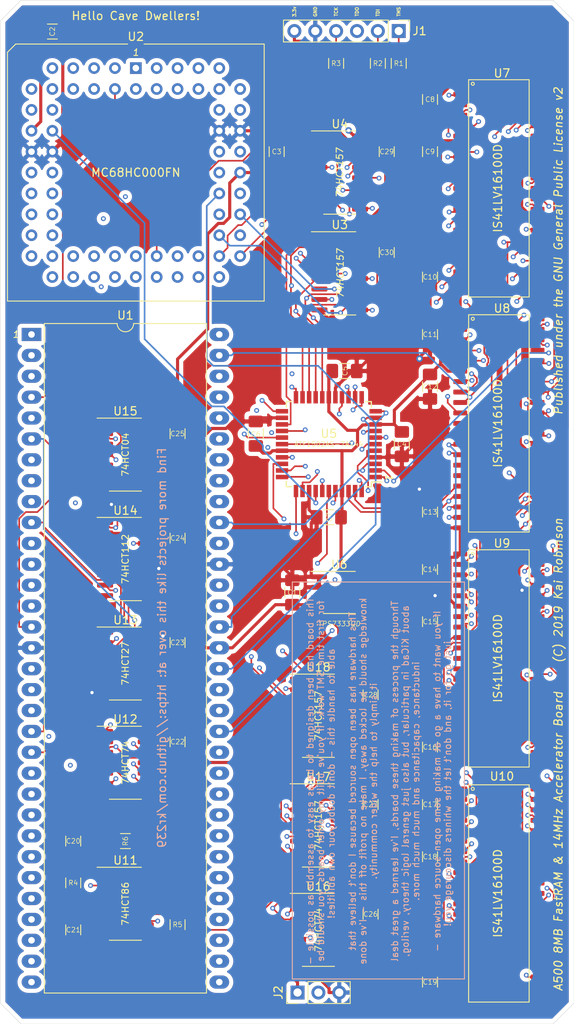
<source format=kicad_pcb>
(kicad_pcb (version 20171130) (host pcbnew "(5.1.2-1)-1")
  (layers (0 F.Cu mixed hide) (1 In1.Cu signal hide) (2 In2.Cu signal hide) (31 B.Cu mixed hide) (35 F.Paste user) (36 B.SilkS user) (37 F.SilkS user) (38 B.Mask user) (39 F.Mask user) (44 Edge.Cuts user))
  (net 0 "")
  (net 1 GND)
  (net 2 /VCC33)
  (net 3 /TCK)
  (net 4 /TDO)
  (net 5 /TMS)
  (net 6 /TDI)
  (net 7 /CPU_D4)
  (net 8 /CPU_A5)
  (net 9 /CPU_D3)
  (net 10 /CPU_A6)
  (net 11 /CPU_D2)
  (net 12 /CPU_A7)
  (net 13 /CPU_D1)
  (net 14 /CPU_A8)
  (net 15 /CPU_D0)
  (net 16 /CPU_A9)
  (net 17 /CPU_A10)
  (net 18 /CPU_A11)
  (net 19 /CPU_A12)
  (net 20 /CPU_RW)
  (net 21 /CPU_A13)
  (net 22 /CPU_A14)
  (net 23 /CPU_A15)
  (net 24 /CPU_A16)
  (net 25 /CPU_A17)
  (net 26 /CPU_A18)
  (net 27 /CPU_CLK)
  (net 28 /CPU_A19)
  (net 29 /CPU_A20)
  (net 30 /CPU_A21)
  (net 31 /CPU_A22)
  (net 32 /CPU_A23)
  (net 33 /CPU_D15)
  (net 34 /CPU_D14)
  (net 35 /CPU_D13)
  (net 36 /CPU_D12)
  (net 37 /CPU_D11)
  (net 38 /CPU_D10)
  (net 39 /CPU_D9)
  (net 40 /CPU_A1)
  (net 41 /CPU_D8)
  (net 42 /CPU_A2)
  (net 43 /CPU_D7)
  (net 44 /CPU_A3)
  (net 45 /CPU_D6)
  (net 46 /CPU_A4)
  (net 47 /CPU_D5)
  (net 48 /MUX_SWITCH)
  (net 49 "Net-(U7-Pad32)")
  (net 50 "Net-(U7-Pad16)")
  (net 51 "Net-(U7-Pad15)")
  (net 52 "Net-(U7-Pad12)")
  (net 53 "Net-(U7-Pad11)")
  (net 54 "Net-(U8-Pad11)")
  (net 55 "Net-(U8-Pad12)")
  (net 56 "Net-(U8-Pad15)")
  (net 57 "Net-(U8-Pad16)")
  (net 58 "Net-(U8-Pad32)")
  (net 59 /CPU_AS)
  (net 60 /CPU_UDS)
  (net 61 /CPU_LDS)
  (net 62 /DRAM_UCAS)
  (net 63 /DRAM_RAS3)
  (net 64 /DRAM_RAS0)
  (net 65 /DRAM_RAS1)
  (net 66 /DRAM_RAS2)
  (net 67 /DRAM_LCAS)
  (net 68 /CPU_RESET)
  (net 69 VCC)
  (net 70 /DRAM_A4)
  (net 71 /DRAM_A2)
  (net 72 /DRAM_A5)
  (net 73 /DRAM_A3)
  (net 74 /DRAM_A7)
  (net 75 /DRAM_A9)
  (net 76 /DRAM_A6)
  (net 77 /DRAM_A8)
  (net 78 /DRAM_A0)
  (net 79 /DRAM_A1)
  (net 80 /CPU_DTACK)
  (net 81 /CPU_BG)
  (net 82 /CPU_BGACK)
  (net 83 /CPU_BR)
  (net 84 /CPU_HALT)
  (net 85 /CPU_VMA)
  (net 86 /CPU_E)
  (net 87 /CPU_VPA)
  (net 88 /CPU_BERR)
  (net 89 /CPU_IPL2)
  (net 90 /CPU_IPL1)
  (net 91 /CPU_IPL0)
  (net 92 /CPU_FC2)
  (net 93 /CPU_FC1)
  (net 94 /CPU_FC0)
  (net 95 "Net-(U9-Pad32)")
  (net 96 "Net-(U9-Pad16)")
  (net 97 "Net-(U9-Pad15)")
  (net 98 "Net-(U9-Pad12)")
  (net 99 "Net-(U9-Pad11)")
  (net 100 "Net-(U2-Pad18)")
  (net 101 "Net-(U2-Pad31)")
  (net 102 "/A500 FastRAM Page 3/CDAC")
  (net 103 "/A500 FastRAM Page 3/SPD_SEL")
  (net 104 "Net-(R4-Pad2)")
  (net 105 "Net-(R5-Pad2)")
  (net 106 /CPU_AS14)
  (net 107 /CPU_CLK14)
  (net 108 /CPU_VMA14)
  (net 109 /CPU_VPA14)
  (net 110 /CPU_DTACK14)
  (net 111 /CPU_E14)
  (net 112 "/A500 FastRAM Page 3/SW_CLK14")
  (net 113 "/A500 FastRAM Page 3/SEL_SW")
  (net 114 "Net-(U12-Pad8)")
  (net 115 "Net-(U12-Pad9)")
  (net 116 "/A500 FastRAM Page 3/_CLKIN")
  (net 117 "Net-(U13-Pad6)")
  (net 118 "/A500 FastRAM Page 3/SW_E14")
  (net 119 "Net-(U14-Pad6)")
  (net 120 "/A500 FastRAM Page 3/SW_VMA")
  (net 121 "Net-(U14-Pad9)")
  (net 122 "/A500 FastRAM Page 3/_E_OUT")
  (net 123 "Net-(U18-Pad7)")
  (net 124 "Net-(U18-Pad9)")
  (net 125 "Net-(U18-Pad12)")
  (net 126 "Net-(C20-Pad2)")
  (net 127 "Net-(U10-Pad32)")
  (net 128 "Net-(U10-Pad16)")
  (net 129 "Net-(U10-Pad15)")
  (net 130 "Net-(U10-Pad12)")
  (net 131 "Net-(U10-Pad11)")
  (net 132 "Net-(U12-Pad1)")
  (net 133 "Net-(U12-Pad2)")
  (net 134 "Net-(U12-Pad5)")
  (net 135 "Net-(U16-Pad6)")
  (net 136 "Net-(U6-Pad8)")
  (module Package_SO_J-Lead:SOJ-42 (layer F.Cu) (at 157.607 53.721)
    (fp_text reference U7 (at 0 -12.446) (layer F.SilkS))
    (fp_text value IS41LV16100D)
    (pad 1 smd roundrect (at -5.08 -11.16) (size 1.7 0.6) (layers F.Cu F.Paste F.Mask) (roundrect_rratio 0.2) (net 2 /VCC33))
    (pad 2 smd roundrect (at -5.08 -9.89) (size 1.7 0.6) (layers F.Cu F.Paste F.Mask) (roundrect_rratio 0.2) (net 15 /CPU_D0))
    (pad 3 smd roundrect (at -5.08 -8.62) (size 1.7 0.6) (layers F.Cu F.Paste F.Mask) (roundrect_rratio 0.2) (net 13 /CPU_D1))
    (pad 4 smd roundrect (at -5.08 -7.35) (size 1.7 0.6) (layers F.Cu F.Paste F.Mask) (roundrect_rratio 0.2) (net 11 /CPU_D2))
    (pad 5 smd roundrect (at -5.08 -6.08) (size 1.7 0.6) (layers F.Cu F.Paste F.Mask) (roundrect_rratio 0.2) (net 9 /CPU_D3))
    (pad 6 smd roundrect (at -5.08 -4.81) (size 1.7 0.6) (layers F.Cu F.Paste F.Mask) (roundrect_rratio 0.2) (net 2 /VCC33))
    (pad 7 smd roundrect (at -5.08 -3.54) (size 1.7 0.6) (layers F.Cu F.Paste F.Mask) (roundrect_rratio 0.2) (net 7 /CPU_D4))
    (pad 8 smd roundrect (at -5.08 -2.27) (size 1.7 0.6) (layers F.Cu F.Paste F.Mask) (roundrect_rratio 0.2) (net 47 /CPU_D5))
    (pad 9 smd roundrect (at -5.08 -1) (size 1.7 0.6) (layers F.Cu F.Paste F.Mask) (roundrect_rratio 0.2) (net 45 /CPU_D6))
    (pad 10 smd roundrect (at -5.08 0.27) (size 1.7 0.6) (layers F.Cu F.Paste F.Mask) (roundrect_rratio 0.2) (net 43 /CPU_D7))
    (pad 11 smd roundrect (at -5.08 1.54) (size 1.7 0.6) (layers F.Cu F.Paste F.Mask) (roundrect_rratio 0.2) (net 53 "Net-(U7-Pad11)"))
    (pad 12 smd roundrect (at -5.08 2.81) (size 1.7 0.6) (layers F.Cu F.Paste F.Mask) (roundrect_rratio 0.2) (net 52 "Net-(U7-Pad12)"))
    (pad 13 smd roundrect (at -5.08 4.08) (size 1.7 0.6) (layers F.Cu F.Paste F.Mask) (roundrect_rratio 0.2) (net 20 /CPU_RW))
    (pad 14 smd roundrect (at -5.08 5.35) (size 1.7 0.6) (layers F.Cu F.Paste F.Mask) (roundrect_rratio 0.2) (net 64 /DRAM_RAS0))
    (pad 15 smd roundrect (at -5.08 6.62) (size 1.7 0.6) (layers F.Cu F.Paste F.Mask) (roundrect_rratio 0.2) (net 51 "Net-(U7-Pad15)"))
    (pad 16 smd roundrect (at -5.08 7.89) (size 1.7 0.6) (layers F.Cu F.Paste F.Mask) (roundrect_rratio 0.2) (net 50 "Net-(U7-Pad16)"))
    (pad 17 smd roundrect (at -5.08 9.16) (size 1.7 0.6) (layers F.Cu F.Paste F.Mask) (roundrect_rratio 0.2) (net 78 /DRAM_A0))
    (pad 18 smd roundrect (at -5.08 10.43) (size 1.7 0.6) (layers F.Cu F.Paste F.Mask) (roundrect_rratio 0.2) (net 79 /DRAM_A1))
    (pad 19 smd roundrect (at -5.08 11.7) (size 1.7 0.6) (layers F.Cu F.Paste F.Mask) (roundrect_rratio 0.2) (net 71 /DRAM_A2))
    (pad 20 smd roundrect (at -5.08 12.97) (size 1.7 0.6) (layers F.Cu F.Paste F.Mask) (roundrect_rratio 0.2) (net 73 /DRAM_A3))
    (pad 21 smd roundrect (at -5.08 14.24) (size 1.7 0.6) (layers F.Cu F.Paste F.Mask) (roundrect_rratio 0.2) (net 2 /VCC33))
    (pad 22 smd roundrect (at 4.32 14.24) (size 1.7 0.6) (layers F.Cu F.Paste F.Mask) (roundrect_rratio 0.2) (net 1 GND))
    (pad 23 smd roundrect (at 4.32 12.97) (size 1.7 0.6) (layers F.Cu F.Paste F.Mask) (roundrect_rratio 0.2) (net 70 /DRAM_A4))
    (pad 24 smd roundrect (at 4.32 11.7) (size 1.7 0.6) (layers F.Cu F.Paste F.Mask) (roundrect_rratio 0.2) (net 72 /DRAM_A5))
    (pad 25 smd roundrect (at 4.32 10.43) (size 1.7 0.6) (layers F.Cu F.Paste F.Mask) (roundrect_rratio 0.2) (net 76 /DRAM_A6))
    (pad 26 smd roundrect (at 4.32 9.16) (size 1.7 0.6) (layers F.Cu F.Paste F.Mask) (roundrect_rratio 0.2) (net 74 /DRAM_A7))
    (pad 27 smd roundrect (at 4.32 7.89) (size 1.7 0.6) (layers F.Cu F.Paste F.Mask) (roundrect_rratio 0.2) (net 77 /DRAM_A8))
    (pad 28 smd roundrect (at 4.32 6.62) (size 1.7 0.6) (layers F.Cu F.Paste F.Mask) (roundrect_rratio 0.2) (net 75 /DRAM_A9))
    (pad 29 smd roundrect (at 4.32 5.35) (size 1.7 0.6) (layers F.Cu F.Paste F.Mask) (roundrect_rratio 0.2) (net 1 GND))
    (pad 30 smd roundrect (at 4.32 4.08) (size 1.7 0.6) (layers F.Cu F.Paste F.Mask) (roundrect_rratio 0.2) (net 62 /DRAM_UCAS))
    (pad 31 smd roundrect (at 4.32 2.81) (size 1.7 0.6) (layers F.Cu F.Paste F.Mask) (roundrect_rratio 0.2) (net 67 /DRAM_LCAS))
    (pad 32 smd roundrect (at 4.32 1.54) (size 1.7 0.6) (layers F.Cu F.Paste F.Mask) (roundrect_rratio 0.2) (net 49 "Net-(U7-Pad32)"))
    (pad 33 smd roundrect (at 4.32 0.27) (size 1.7 0.6) (layers F.Cu F.Paste F.Mask) (roundrect_rratio 0.2) (net 41 /CPU_D8))
    (pad 34 smd roundrect (at 4.32 -1) (size 1.7 0.6) (layers F.Cu F.Paste F.Mask) (roundrect_rratio 0.2) (net 39 /CPU_D9))
    (pad 35 smd roundrect (at 4.32 -2.27) (size 1.7 0.6) (layers F.Cu F.Paste F.Mask) (roundrect_rratio 0.2) (net 38 /CPU_D10))
    (pad 36 smd roundrect (at 4.32 -3.54) (size 1.7 0.6) (layers F.Cu F.Paste F.Mask) (roundrect_rratio 0.2) (net 37 /CPU_D11))
    (pad 37 smd roundrect (at 4.32 -4.81) (size 1.7 0.6) (layers F.Cu F.Paste F.Mask) (roundrect_rratio 0.2) (net 1 GND))
    (pad 38 smd roundrect (at 4.32 -6.08) (size 1.7 0.6) (layers F.Cu F.Paste F.Mask) (roundrect_rratio 0.2) (net 36 /CPU_D12))
    (pad 39 smd roundrect (at 4.32 -7.35) (size 1.7 0.6) (layers F.Cu F.Paste F.Mask) (roundrect_rratio 0.2) (net 35 /CPU_D13))
    (pad 40 smd roundrect (at 4.32 -8.62) (size 1.7 0.6) (layers F.Cu F.Paste F.Mask) (roundrect_rratio 0.2) (net 34 /CPU_D14))
    (pad 41 smd roundrect (at 4.32 -9.89) (size 1.7 0.6) (layers F.Cu F.Paste F.Mask) (roundrect_rratio 0.2) (net 33 /CPU_D15))
    (pad 42 smd roundrect (at 4.32 -11.16) (size 1.7 0.6) (layers F.Cu F.Paste F.Mask) (roundrect_rratio 0.2) (net 1 GND))
  )
  (module Package_SO_J-Lead:SOJ-42 (layer F.Cu) (at 157.607 82.296)
    (fp_text reference U8 (at 0 -12.446) (layer F.SilkS))
    (fp_text value IS41LV16100D)
    (pad 42 smd roundrect (at 4.32 -11.16) (size 1.7 0.6) (layers F.Cu F.Paste F.Mask) (roundrect_rratio 0.2) (net 1 GND))
    (pad 41 smd roundrect (at 4.32 -9.89) (size 1.7 0.6) (layers F.Cu F.Paste F.Mask) (roundrect_rratio 0.2) (net 33 /CPU_D15))
    (pad 40 smd roundrect (at 4.32 -8.62) (size 1.7 0.6) (layers F.Cu F.Paste F.Mask) (roundrect_rratio 0.2) (net 34 /CPU_D14))
    (pad 39 smd roundrect (at 4.32 -7.35) (size 1.7 0.6) (layers F.Cu F.Paste F.Mask) (roundrect_rratio 0.2) (net 35 /CPU_D13))
    (pad 38 smd roundrect (at 4.32 -6.08) (size 1.7 0.6) (layers F.Cu F.Paste F.Mask) (roundrect_rratio 0.2) (net 36 /CPU_D12))
    (pad 37 smd roundrect (at 4.32 -4.81) (size 1.7 0.6) (layers F.Cu F.Paste F.Mask) (roundrect_rratio 0.2) (net 1 GND))
    (pad 36 smd roundrect (at 4.32 -3.54) (size 1.7 0.6) (layers F.Cu F.Paste F.Mask) (roundrect_rratio 0.2) (net 37 /CPU_D11))
    (pad 35 smd roundrect (at 4.32 -2.27) (size 1.7 0.6) (layers F.Cu F.Paste F.Mask) (roundrect_rratio 0.2) (net 38 /CPU_D10))
    (pad 34 smd roundrect (at 4.32 -1) (size 1.7 0.6) (layers F.Cu F.Paste F.Mask) (roundrect_rratio 0.2) (net 39 /CPU_D9))
    (pad 33 smd roundrect (at 4.32 0.27) (size 1.7 0.6) (layers F.Cu F.Paste F.Mask) (roundrect_rratio 0.2) (net 41 /CPU_D8))
    (pad 32 smd roundrect (at 4.32 1.54) (size 1.7 0.6) (layers F.Cu F.Paste F.Mask) (roundrect_rratio 0.2) (net 58 "Net-(U8-Pad32)"))
    (pad 31 smd roundrect (at 4.32 2.81) (size 1.7 0.6) (layers F.Cu F.Paste F.Mask) (roundrect_rratio 0.2) (net 67 /DRAM_LCAS))
    (pad 30 smd roundrect (at 4.32 4.08) (size 1.7 0.6) (layers F.Cu F.Paste F.Mask) (roundrect_rratio 0.2) (net 62 /DRAM_UCAS))
    (pad 29 smd roundrect (at 4.32 5.35) (size 1.7 0.6) (layers F.Cu F.Paste F.Mask) (roundrect_rratio 0.2) (net 1 GND))
    (pad 28 smd roundrect (at 4.32 6.62) (size 1.7 0.6) (layers F.Cu F.Paste F.Mask) (roundrect_rratio 0.2) (net 75 /DRAM_A9))
    (pad 27 smd roundrect (at 4.32 7.89) (size 1.7 0.6) (layers F.Cu F.Paste F.Mask) (roundrect_rratio 0.2) (net 77 /DRAM_A8))
    (pad 26 smd roundrect (at 4.32 9.16) (size 1.7 0.6) (layers F.Cu F.Paste F.Mask) (roundrect_rratio 0.2) (net 74 /DRAM_A7))
    (pad 25 smd roundrect (at 4.32 10.43) (size 1.7 0.6) (layers F.Cu F.Paste F.Mask) (roundrect_rratio 0.2) (net 76 /DRAM_A6))
    (pad 24 smd roundrect (at 4.32 11.7) (size 1.7 0.6) (layers F.Cu F.Paste F.Mask) (roundrect_rratio 0.2) (net 72 /DRAM_A5))
    (pad 23 smd roundrect (at 4.32 12.97) (size 1.7 0.6) (layers F.Cu F.Paste F.Mask) (roundrect_rratio 0.2) (net 70 /DRAM_A4))
    (pad 22 smd roundrect (at 4.32 14.24) (size 1.7 0.6) (layers F.Cu F.Paste F.Mask) (roundrect_rratio 0.2) (net 1 GND))
    (pad 21 smd roundrect (at -5.08 14.24) (size 1.7 0.6) (layers F.Cu F.Paste F.Mask) (roundrect_rratio 0.2) (net 2 /VCC33))
    (pad 20 smd roundrect (at -5.08 12.97) (size 1.7 0.6) (layers F.Cu F.Paste F.Mask) (roundrect_rratio 0.2) (net 73 /DRAM_A3))
    (pad 19 smd roundrect (at -5.08 11.7) (size 1.7 0.6) (layers F.Cu F.Paste F.Mask) (roundrect_rratio 0.2) (net 71 /DRAM_A2))
    (pad 18 smd roundrect (at -5.08 10.43) (size 1.7 0.6) (layers F.Cu F.Paste F.Mask) (roundrect_rratio 0.2) (net 79 /DRAM_A1))
    (pad 17 smd roundrect (at -5.08 9.16) (size 1.7 0.6) (layers F.Cu F.Paste F.Mask) (roundrect_rratio 0.2) (net 78 /DRAM_A0))
    (pad 16 smd roundrect (at -5.08 7.89) (size 1.7 0.6) (layers F.Cu F.Paste F.Mask) (roundrect_rratio 0.2) (net 57 "Net-(U8-Pad16)"))
    (pad 15 smd roundrect (at -5.08 6.62) (size 1.7 0.6) (layers F.Cu F.Paste F.Mask) (roundrect_rratio 0.2) (net 56 "Net-(U8-Pad15)"))
    (pad 14 smd roundrect (at -5.08 5.35) (size 1.7 0.6) (layers F.Cu F.Paste F.Mask) (roundrect_rratio 0.2) (net 65 /DRAM_RAS1))
    (pad 13 smd roundrect (at -5.08 4.08) (size 1.7 0.6) (layers F.Cu F.Paste F.Mask) (roundrect_rratio 0.2) (net 20 /CPU_RW))
    (pad 12 smd roundrect (at -5.08 2.81) (size 1.7 0.6) (layers F.Cu F.Paste F.Mask) (roundrect_rratio 0.2) (net 55 "Net-(U8-Pad12)"))
    (pad 11 smd roundrect (at -5.08 1.54) (size 1.7 0.6) (layers F.Cu F.Paste F.Mask) (roundrect_rratio 0.2) (net 54 "Net-(U8-Pad11)"))
    (pad 10 smd roundrect (at -5.08 0.27) (size 1.7 0.6) (layers F.Cu F.Paste F.Mask) (roundrect_rratio 0.2) (net 43 /CPU_D7))
    (pad 9 smd roundrect (at -5.08 -1) (size 1.7 0.6) (layers F.Cu F.Paste F.Mask) (roundrect_rratio 0.2) (net 45 /CPU_D6))
    (pad 8 smd roundrect (at -5.08 -2.27) (size 1.7 0.6) (layers F.Cu F.Paste F.Mask) (roundrect_rratio 0.2) (net 47 /CPU_D5))
    (pad 7 smd roundrect (at -5.08 -3.54) (size 1.7 0.6) (layers F.Cu F.Paste F.Mask) (roundrect_rratio 0.2) (net 7 /CPU_D4))
    (pad 6 smd roundrect (at -5.08 -4.81) (size 1.7 0.6) (layers F.Cu F.Paste F.Mask) (roundrect_rratio 0.2) (net 2 /VCC33))
    (pad 5 smd roundrect (at -5.08 -6.08) (size 1.7 0.6) (layers F.Cu F.Paste F.Mask) (roundrect_rratio 0.2) (net 9 /CPU_D3))
    (pad 4 smd roundrect (at -5.08 -7.35) (size 1.7 0.6) (layers F.Cu F.Paste F.Mask) (roundrect_rratio 0.2) (net 11 /CPU_D2))
    (pad 3 smd roundrect (at -5.08 -8.62) (size 1.7 0.6) (layers F.Cu F.Paste F.Mask) (roundrect_rratio 0.2) (net 13 /CPU_D1))
    (pad 2 smd roundrect (at -5.08 -9.89) (size 1.7 0.6) (layers F.Cu F.Paste F.Mask) (roundrect_rratio 0.2) (net 15 /CPU_D0))
    (pad 1 smd roundrect (at -5.08 -11.16) (size 1.7 0.6) (layers F.Cu F.Paste F.Mask) (roundrect_rratio 0.2) (net 2 /VCC33))
  )
  (module Package_SO_J-Lead:SOJ-42 (layer F.Cu) (at 157.607 110.871)
    (fp_text reference U9 (at 0 -12.446) (layer F.SilkS))
    (fp_text value IS41LV16100D)
    (pad 42 smd roundrect (at 4.32 -11.16) (size 1.7 0.6) (layers F.Cu F.Paste F.Mask) (roundrect_rratio 0.2) (net 1 GND))
    (pad 41 smd roundrect (at 4.32 -9.89) (size 1.7 0.6) (layers F.Cu F.Paste F.Mask) (roundrect_rratio 0.2) (net 33 /CPU_D15))
    (pad 40 smd roundrect (at 4.32 -8.62) (size 1.7 0.6) (layers F.Cu F.Paste F.Mask) (roundrect_rratio 0.2) (net 34 /CPU_D14))
    (pad 39 smd roundrect (at 4.32 -7.35) (size 1.7 0.6) (layers F.Cu F.Paste F.Mask) (roundrect_rratio 0.2) (net 35 /CPU_D13))
    (pad 38 smd roundrect (at 4.32 -6.08) (size 1.7 0.6) (layers F.Cu F.Paste F.Mask) (roundrect_rratio 0.2) (net 36 /CPU_D12))
    (pad 37 smd roundrect (at 4.32 -4.81) (size 1.7 0.6) (layers F.Cu F.Paste F.Mask) (roundrect_rratio 0.2) (net 1 GND))
    (pad 36 smd roundrect (at 4.32 -3.54) (size 1.7 0.6) (layers F.Cu F.Paste F.Mask) (roundrect_rratio 0.2) (net 37 /CPU_D11))
    (pad 35 smd roundrect (at 4.32 -2.27) (size 1.7 0.6) (layers F.Cu F.Paste F.Mask) (roundrect_rratio 0.2) (net 38 /CPU_D10))
    (pad 34 smd roundrect (at 4.32 -1) (size 1.7 0.6) (layers F.Cu F.Paste F.Mask) (roundrect_rratio 0.2) (net 39 /CPU_D9))
    (pad 33 smd roundrect (at 4.32 0.27) (size 1.7 0.6) (layers F.Cu F.Paste F.Mask) (roundrect_rratio 0.2) (net 41 /CPU_D8))
    (pad 32 smd roundrect (at 4.32 1.54) (size 1.7 0.6) (layers F.Cu F.Paste F.Mask) (roundrect_rratio 0.2) (net 95 "Net-(U9-Pad32)"))
    (pad 31 smd roundrect (at 4.32 2.81) (size 1.7 0.6) (layers F.Cu F.Paste F.Mask) (roundrect_rratio 0.2) (net 67 /DRAM_LCAS))
    (pad 30 smd roundrect (at 4.32 4.08) (size 1.7 0.6) (layers F.Cu F.Paste F.Mask) (roundrect_rratio 0.2) (net 62 /DRAM_UCAS))
    (pad 29 smd roundrect (at 4.32 5.35) (size 1.7 0.6) (layers F.Cu F.Paste F.Mask) (roundrect_rratio 0.2) (net 1 GND))
    (pad 28 smd roundrect (at 4.32 6.62) (size 1.7 0.6) (layers F.Cu F.Paste F.Mask) (roundrect_rratio 0.2) (net 75 /DRAM_A9))
    (pad 27 smd roundrect (at 4.32 7.89) (size 1.7 0.6) (layers F.Cu F.Paste F.Mask) (roundrect_rratio 0.2) (net 77 /DRAM_A8))
    (pad 26 smd roundrect (at 4.32 9.16) (size 1.7 0.6) (layers F.Cu F.Paste F.Mask) (roundrect_rratio 0.2) (net 74 /DRAM_A7))
    (pad 25 smd roundrect (at 4.32 10.43) (size 1.7 0.6) (layers F.Cu F.Paste F.Mask) (roundrect_rratio 0.2) (net 76 /DRAM_A6))
    (pad 24 smd roundrect (at 4.32 11.7) (size 1.7 0.6) (layers F.Cu F.Paste F.Mask) (roundrect_rratio 0.2) (net 72 /DRAM_A5))
    (pad 23 smd roundrect (at 4.32 12.97) (size 1.7 0.6) (layers F.Cu F.Paste F.Mask) (roundrect_rratio 0.2) (net 70 /DRAM_A4))
    (pad 22 smd roundrect (at 4.32 14.24) (size 1.7 0.6) (layers F.Cu F.Paste F.Mask) (roundrect_rratio 0.2) (net 1 GND))
    (pad 21 smd roundrect (at -5.08 14.24) (size 1.7 0.6) (layers F.Cu F.Paste F.Mask) (roundrect_rratio 0.2) (net 2 /VCC33))
    (pad 20 smd roundrect (at -5.08 12.97) (size 1.7 0.6) (layers F.Cu F.Paste F.Mask) (roundrect_rratio 0.2) (net 73 /DRAM_A3))
    (pad 19 smd roundrect (at -5.08 11.7) (size 1.7 0.6) (layers F.Cu F.Paste F.Mask) (roundrect_rratio 0.2) (net 71 /DRAM_A2))
    (pad 18 smd roundrect (at -5.08 10.43) (size 1.7 0.6) (layers F.Cu F.Paste F.Mask) (roundrect_rratio 0.2) (net 79 /DRAM_A1))
    (pad 17 smd roundrect (at -5.08 9.16) (size 1.7 0.6) (layers F.Cu F.Paste F.Mask) (roundrect_rratio 0.2) (net 78 /DRAM_A0))
    (pad 16 smd roundrect (at -5.08 7.89) (size 1.7 0.6) (layers F.Cu F.Paste F.Mask) (roundrect_rratio 0.2) (net 96 "Net-(U9-Pad16)"))
    (pad 15 smd roundrect (at -5.08 6.62) (size 1.7 0.6) (layers F.Cu F.Paste F.Mask) (roundrect_rratio 0.2) (net 97 "Net-(U9-Pad15)"))
    (pad 14 smd roundrect (at -5.08 5.35) (size 1.7 0.6) (layers F.Cu F.Paste F.Mask) (roundrect_rratio 0.2) (net 66 /DRAM_RAS2))
    (pad 13 smd roundrect (at -5.08 4.08) (size 1.7 0.6) (layers F.Cu F.Paste F.Mask) (roundrect_rratio 0.2) (net 20 /CPU_RW))
    (pad 12 smd roundrect (at -5.08 2.81) (size 1.7 0.6) (layers F.Cu F.Paste F.Mask) (roundrect_rratio 0.2) (net 98 "Net-(U9-Pad12)"))
    (pad 11 smd roundrect (at -5.08 1.54) (size 1.7 0.6) (layers F.Cu F.Paste F.Mask) (roundrect_rratio 0.2) (net 99 "Net-(U9-Pad11)"))
    (pad 10 smd roundrect (at -5.08 0.27) (size 1.7 0.6) (layers F.Cu F.Paste F.Mask) (roundrect_rratio 0.2) (net 43 /CPU_D7))
    (pad 9 smd roundrect (at -5.08 -1) (size 1.7 0.6) (layers F.Cu F.Paste F.Mask) (roundrect_rratio 0.2) (net 45 /CPU_D6))
    (pad 8 smd roundrect (at -5.08 -2.27) (size 1.7 0.6) (layers F.Cu F.Paste F.Mask) (roundrect_rratio 0.2) (net 47 /CPU_D5))
    (pad 7 smd roundrect (at -5.08 -3.54) (size 1.7 0.6) (layers F.Cu F.Paste F.Mask) (roundrect_rratio 0.2) (net 7 /CPU_D4))
    (pad 6 smd roundrect (at -5.08 -4.81) (size 1.7 0.6) (layers F.Cu F.Paste F.Mask) (roundrect_rratio 0.2) (net 2 /VCC33))
    (pad 5 smd roundrect (at -5.08 -6.08) (size 1.7 0.6) (layers F.Cu F.Paste F.Mask) (roundrect_rratio 0.2) (net 9 /CPU_D3))
    (pad 4 smd roundrect (at -5.08 -7.35) (size 1.7 0.6) (layers F.Cu F.Paste F.Mask) (roundrect_rratio 0.2) (net 11 /CPU_D2))
    (pad 3 smd roundrect (at -5.08 -8.62) (size 1.7 0.6) (layers F.Cu F.Paste F.Mask) (roundrect_rratio 0.2) (net 13 /CPU_D1))
    (pad 2 smd roundrect (at -5.08 -9.89) (size 1.7 0.6) (layers F.Cu F.Paste F.Mask) (roundrect_rratio 0.2) (net 15 /CPU_D0))
    (pad 1 smd roundrect (at -5.08 -11.16) (size 1.7 0.6) (layers F.Cu F.Paste F.Mask) (roundrect_rratio 0.2) (net 2 /VCC33))
  )
  (module Capacitor_SMD:C_1206_3216Metric_Pad1.42x1.75mm_HandSolder (layer F.Cu) (at 132.08 104.394 90)
    (fp_text reference C1 (at 0 0) (layer F.SilkS) (effects (font (size 0.6 0.6) (thickness 0.075))))
    (fp_text value 0.1uF)
    (pad 2 smd roundrect (at 1.4875 0 90) (size 1.425 1.75) (layers F.Cu F.Paste F.Mask) (roundrect_rratio 0.175439) (net 1 GND))
    (pad 1 smd roundrect (at -1.4875 0 90) (size 1.425 1.75) (layers F.Cu F.Paste F.Mask) (roundrect_rratio 0.175439) (net 69 VCC))
  )
  (module Capacitor_SMD:C_1206_3216Metric_Pad1.42x1.75mm_HandSolder (layer F.Cu) (at 102.87 36.195 180)
    (fp_text reference C2 (at 0 0 90) (layer F.SilkS) (effects (font (size 0.6 0.6) (thickness 0.075))))
    (fp_text value 0.1uF)
    (pad 2 smd roundrect (at 1.4875 0 180) (size 1.425 1.75) (layers F.Cu F.Paste F.Mask) (roundrect_rratio 0.175439) (net 69 VCC))
    (pad 1 smd roundrect (at -1.4875 0 180) (size 1.425 1.75) (layers F.Cu F.Paste F.Mask) (roundrect_rratio 0.175439) (net 1 GND))
  )
  (module Capacitor_SMD:C_1206_3216Metric_Pad1.42x1.75mm_HandSolder (layer F.Cu) (at 130.175 50.8 270)
    (fp_text reference C3 (at 0 0) (layer F.SilkS) (effects (font (size 0.6 0.6) (thickness 0.075))))
    (fp_text value 0.1uF)
    (pad 2 smd roundrect (at 1.4875 0 270) (size 1.425 1.75) (layers F.Cu F.Paste F.Mask) (roundrect_rratio 0.175439) (net 69 VCC))
    (pad 1 smd roundrect (at -1.4875 0 270) (size 1.425 1.75) (layers F.Cu F.Paste F.Mask) (roundrect_rratio 0.175439) (net 1 GND))
  )
  (module Capacitor_SMD:C_1206_3216Metric_Pad1.42x1.75mm_HandSolder (layer F.Cu) (at 145.415 86.36 90)
    (fp_text reference C4 (at 0 0) (layer F.SilkS) (effects (font (size 0.6 0.6) (thickness 0.075))))
    (fp_text value 0.1uF)
    (pad 1 smd roundrect (at -1.4875 0 90) (size 1.425 1.75) (layers F.Cu F.Paste F.Mask) (roundrect_rratio 0.175439) (net 1 GND))
    (pad 2 smd roundrect (at 1.4875 0 90) (size 1.425 1.75) (layers F.Cu F.Paste F.Mask) (roundrect_rratio 0.175439) (net 2 /VCC33))
  )
  (module Capacitor_SMD:C_1206_3216Metric_Pad1.42x1.75mm_HandSolder (layer F.Cu) (at 138.43 77.47)
    (fp_text reference C5 (at 0.0635 0 90) (layer F.SilkS) (effects (font (size 0.6 0.6) (thickness 0.075))))
    (fp_text value 0.1uF)
    (pad 1 smd roundrect (at -1.4875 0) (size 1.425 1.75) (layers F.Cu F.Paste F.Mask) (roundrect_rratio 0.175439) (net 2 /VCC33))
    (pad 2 smd roundrect (at 1.4875 0) (size 1.425 1.75) (layers F.Cu F.Paste F.Mask) (roundrect_rratio 0.175439) (net 1 GND))
  )
  (module Capacitor_SMD:C_1206_3216Metric_Pad1.42x1.75mm_HandSolder (layer F.Cu) (at 127.635 85.09 270)
    (fp_text reference C6 (at 0.0635 0) (layer F.SilkS) (effects (font (size 0.6 0.6) (thickness 0.075))))
    (fp_text value 0.1uF)
    (pad 2 smd roundrect (at 1.4875 0 270) (size 1.425 1.75) (layers F.Cu F.Paste F.Mask) (roundrect_rratio 0.175439) (net 2 /VCC33))
    (pad 1 smd roundrect (at -1.4875 0 270) (size 1.425 1.75) (layers F.Cu F.Paste F.Mask) (roundrect_rratio 0.175439) (net 1 GND))
  )
  (module Capacitor_SMD:C_1206_3216Metric_Pad1.42x1.75mm_HandSolder (layer F.Cu) (at 136.525 95.25)
    (fp_text reference C7 (at 0.0635 0 90) (layer F.SilkS) (effects (font (size 0.6 0.6) (thickness 0.075))))
    (fp_text value 0.1uF)
    (pad 1 smd roundrect (at -1.4875 0) (size 1.425 1.75) (layers F.Cu F.Paste F.Mask) (roundrect_rratio 0.175439) (net 1 GND))
    (pad 2 smd roundrect (at 1.4875 0) (size 1.425 1.75) (layers F.Cu F.Paste F.Mask) (roundrect_rratio 0.175439) (net 2 /VCC33))
  )
  (module Capacitor_SMD:C_1206_3216Metric_Pad1.42x1.75mm_HandSolder (layer F.Cu) (at 148.844 44.45 270)
    (fp_text reference C8 (at 0 0) (layer F.SilkS) (effects (font (size 0.6 0.6) (thickness 0.075))))
    (fp_text value 0.1uF)
    (pad 1 smd roundrect (at -1.4875 0 270) (size 1.425 1.75) (layers F.Cu F.Paste F.Mask) (roundrect_rratio 0.175439) (net 2 /VCC33))
    (pad 2 smd roundrect (at 1.4875 0 270) (size 1.425 1.75) (layers F.Cu F.Paste F.Mask) (roundrect_rratio 0.175439) (net 1 GND))
  )
  (module Capacitor_SMD:C_1206_3216Metric_Pad1.42x1.75mm_HandSolder (layer F.Cu) (at 148.844 50.8 270)
    (fp_text reference C9 (at 0 0) (layer F.SilkS) (effects (font (size 0.6 0.6) (thickness 0.075))))
    (fp_text value 0.1uF)
    (pad 2 smd roundrect (at 1.4875 0 270) (size 1.425 1.75) (layers F.Cu F.Paste F.Mask) (roundrect_rratio 0.175439) (net 1 GND))
    (pad 1 smd roundrect (at -1.4875 0 270) (size 1.425 1.75) (layers F.Cu F.Paste F.Mask) (roundrect_rratio 0.175439) (net 2 /VCC33))
  )
  (module Capacitor_SMD:C_1206_3216Metric_Pad1.42x1.75mm_HandSolder (layer F.Cu) (at 148.844 66.04 90)
    (fp_text reference C10 (at 0 0) (layer F.SilkS) (effects (font (size 0.6 0.6) (thickness 0.075))))
    (fp_text value 0.1uF)
    (pad 1 smd roundrect (at -1.4875 0 90) (size 1.425 1.75) (layers F.Cu F.Paste F.Mask) (roundrect_rratio 0.175439) (net 2 /VCC33))
    (pad 2 smd roundrect (at 1.4875 0 90) (size 1.425 1.75) (layers F.Cu F.Paste F.Mask) (roundrect_rratio 0.175439) (net 1 GND))
  )
  (module Capacitor_SMD:C_1206_3216Metric_Pad1.42x1.75mm_HandSolder (layer F.Cu) (at 148.844 73.025 270)
    (fp_text reference C11 (at 0 0) (layer F.SilkS) (effects (font (size 0.6 0.6) (thickness 0.075))))
    (fp_text value 0.1uF)
    (pad 2 smd roundrect (at 1.4875 0 270) (size 1.425 1.75) (layers F.Cu F.Paste F.Mask) (roundrect_rratio 0.175439) (net 1 GND))
    (pad 1 smd roundrect (at -1.4875 0 270) (size 1.425 1.75) (layers F.Cu F.Paste F.Mask) (roundrect_rratio 0.175439) (net 2 /VCC33))
  )
  (module Capacitor_SMD:C_1206_3216Metric_Pad1.42x1.75mm_HandSolder (layer F.Cu) (at 148.844 79.375 270)
    (fp_text reference C12 (at 0 0) (layer F.SilkS) (effects (font (size 0.6 0.6) (thickness 0.075))))
    (fp_text value 0.1uF)
    (pad 1 smd roundrect (at -1.4875 0 270) (size 1.425 1.75) (layers F.Cu F.Paste F.Mask) (roundrect_rratio 0.175439) (net 2 /VCC33))
    (pad 2 smd roundrect (at 1.4875 0 270) (size 1.425 1.75) (layers F.Cu F.Paste F.Mask) (roundrect_rratio 0.175439) (net 1 GND))
  )
  (module Capacitor_SMD:C_1206_3216Metric_Pad1.42x1.75mm_HandSolder (layer F.Cu) (at 148.844 94.615 90)
    (fp_text reference C13 (at 0 0) (layer F.SilkS) (effects (font (size 0.6 0.6) (thickness 0.075))))
    (fp_text value 0.1uF)
    (pad 2 smd roundrect (at 1.4875 0 90) (size 1.425 1.75) (layers F.Cu F.Paste F.Mask) (roundrect_rratio 0.175439) (net 1 GND))
    (pad 1 smd roundrect (at -1.4875 0 90) (size 1.425 1.75) (layers F.Cu F.Paste F.Mask) (roundrect_rratio 0.175439) (net 2 /VCC33))
  )
  (module Capacitor_SMD:C_1206_3216Metric_Pad1.42x1.75mm_HandSolder (layer F.Cu) (at 148.844 101.6 270)
    (fp_text reference C14 (at 0 0) (layer F.SilkS) (effects (font (size 0.6 0.6) (thickness 0.075))))
    (fp_text value 0.1uF)
    (pad 1 smd roundrect (at -1.4875 0 270) (size 1.425 1.75) (layers F.Cu F.Paste F.Mask) (roundrect_rratio 0.175439) (net 2 /VCC33))
    (pad 2 smd roundrect (at 1.4875 0 270) (size 1.425 1.75) (layers F.Cu F.Paste F.Mask) (roundrect_rratio 0.175439) (net 1 GND))
  )
  (module Capacitor_SMD:C_1206_3216Metric_Pad1.42x1.75mm_HandSolder (layer F.Cu) (at 148.844 107.95 270)
    (fp_text reference C15 (at 0 0) (layer F.SilkS) (effects (font (size 0.6 0.6) (thickness 0.075))))
    (fp_text value 0.1uF)
    (pad 2 smd roundrect (at 1.4875 0 270) (size 1.425 1.75) (layers F.Cu F.Paste F.Mask) (roundrect_rratio 0.175439) (net 1 GND))
    (pad 1 smd roundrect (at -1.4875 0 270) (size 1.425 1.75) (layers F.Cu F.Paste F.Mask) (roundrect_rratio 0.175439) (net 2 /VCC33))
  )
  (module Capacitor_SMD:C_1206_3216Metric_Pad1.42x1.75mm_HandSolder (layer F.Cu) (at 148.844 123.19 90)
    (fp_text reference C16 (at 0 0) (layer F.SilkS) (effects (font (size 0.6 0.6) (thickness 0.075))))
    (fp_text value 0.1uF)
    (pad 1 smd roundrect (at -1.4875 0 90) (size 1.425 1.75) (layers F.Cu F.Paste F.Mask) (roundrect_rratio 0.175439) (net 2 /VCC33))
    (pad 2 smd roundrect (at 1.4875 0 90) (size 1.425 1.75) (layers F.Cu F.Paste F.Mask) (roundrect_rratio 0.175439) (net 1 GND))
  )
  (module Capacitor_SMD:C_1206_3216Metric_Pad1.42x1.75mm_HandSolder (layer F.Cu) (at 148.844 136.525 270)
    (fp_text reference C18 (at 0 0) (layer F.SilkS) (effects (font (size 0.6 0.6) (thickness 0.075))))
    (fp_text value 0.1uF)
    (pad 1 smd roundrect (at -1.4875 0 270) (size 1.425 1.75) (layers F.Cu F.Paste F.Mask) (roundrect_rratio 0.175439) (net 2 /VCC33))
    (pad 2 smd roundrect (at 1.4875 0 270) (size 1.425 1.75) (layers F.Cu F.Paste F.Mask) (roundrect_rratio 0.175439) (net 1 GND))
  )
  (module Resistor_SMD:R_1206_3216Metric_Pad1.42x1.75mm_HandSolder (layer F.Cu) (at 145.034 40.0685 90)
    (fp_text reference R1 (at 0 0) (layer F.SilkS) (effects (font (size 0.6 0.6) (thickness 0.075))))
    (fp_text value 10k)
    (pad 1 smd roundrect (at -1.4875 0 90) (size 1.425 1.75) (layers F.Cu F.Paste F.Mask) (roundrect_rratio 0.175439) (net 2 /VCC33))
    (pad 2 smd roundrect (at 1.4875 0 90) (size 1.425 1.75) (layers F.Cu F.Paste F.Mask) (roundrect_rratio 0.175439) (net 5 /TMS))
  )
  (module Resistor_SMD:R_1206_3216Metric_Pad1.42x1.75mm_HandSolder (layer F.Cu) (at 142.494 40.0685 90)
    (fp_text reference R2 (at 0 0) (layer F.SilkS) (effects (font (size 0.6 0.6) (thickness 0.075))))
    (fp_text value 10k)
    (pad 2 smd roundrect (at 1.4875 0 90) (size 1.425 1.75) (layers F.Cu F.Paste F.Mask) (roundrect_rratio 0.175439) (net 6 /TDI))
    (pad 1 smd roundrect (at -1.4875 0 90) (size 1.425 1.75) (layers F.Cu F.Paste F.Mask) (roundrect_rratio 0.175439) (net 2 /VCC33))
  )
  (module Resistor_SMD:R_1206_3216Metric_Pad1.42x1.75mm_HandSolder (layer F.Cu) (at 137.414 40.0685 90)
    (fp_text reference R3 (at 0 0) (layer F.SilkS) (effects (font (size 0.6 0.6) (thickness 0.075))))
    (fp_text value 10k)
    (pad 1 smd roundrect (at -1.4875 0 90) (size 1.425 1.75) (layers F.Cu F.Paste F.Mask) (roundrect_rratio 0.175439) (net 2 /VCC33))
    (pad 2 smd roundrect (at 1.4875 0 90) (size 1.425 1.75) (layers F.Cu F.Paste F.Mask) (roundrect_rratio 0.175439) (net 3 /TCK))
  )
  (module Connector_PinHeader_2.54mm:PinHeader_1x06_P2.54mm_Vertical (layer F.Cu) (at 145.034 36.1315 270)
    (fp_text reference J1 (at 0 -2.54 180) (layer F.SilkS))
    (fp_text value Conn_01x06_Male)
    (pad 1 thru_hole rect (at 0 0 270) (size 1.7 1.7) (drill 1) (layers *.Cu *.Mask) (net 5 /TMS))
    (pad 2 thru_hole oval (at 0 2.54 270) (size 1.7 1.7) (drill 1) (layers *.Cu *.Mask) (net 6 /TDI))
    (pad 3 thru_hole oval (at 0 5.08 270) (size 1.7 1.7) (drill 1) (layers *.Cu *.Mask) (net 4 /TDO))
    (pad 4 thru_hole oval (at 0 7.62 270) (size 1.7 1.7) (drill 1) (layers *.Cu *.Mask) (net 3 /TCK))
    (pad 5 thru_hole oval (at 0 10.16 270) (size 1.7 1.7) (drill 1) (layers *.Cu *.Mask) (net 1 GND))
    (pad 6 thru_hole oval (at 0 12.7 270) (size 1.7 1.7) (drill 1) (layers *.Cu *.Mask) (net 2 /VCC33))
  )
  (module Capacitor_SMD:C_1206_3216Metric_Pad1.42x1.75mm_HandSolder (layer F.Cu) (at 148.844 130.175 270)
    (fp_text reference C17 (at 0 0) (layer F.SilkS) (effects (font (size 0.6 0.6) (thickness 0.075))))
    (fp_text value 0.1uF)
    (pad 1 smd roundrect (at -1.4875 0 270) (size 1.425 1.75) (layers F.Cu F.Paste F.Mask) (roundrect_rratio 0.175439) (net 2 /VCC33))
    (pad 2 smd roundrect (at 1.4875 0 270) (size 1.425 1.75) (layers F.Cu F.Paste F.Mask) (roundrect_rratio 0.175439) (net 1 GND))
  )
  (module Connector_PinHeader_2.54mm:PinHeader_1x03_P2.54mm_Vertical (layer F.Cu) (at 132.715 153.035 90)
    (fp_text reference J2 (at 0 -2.33 90) (layer F.SilkS))
    (fp_text value "Speed Selector")
    (pad 1 thru_hole rect (at 0 0 90) (size 1.7 1.7) (drill 1) (layers *.Cu *.Mask) (net 69 VCC))
    (pad 2 thru_hole oval (at 0 2.54 90) (size 1.7 1.7) (drill 1) (layers *.Cu *.Mask) (net 103 "/A500 FastRAM Page 3/SPD_SEL"))
    (pad 3 thru_hole oval (at 0 5.08 90) (size 1.7 1.7) (drill 1) (layers *.Cu *.Mask) (net 1 GND))
  )
  (module Package_SO:SOIC-14_3.9x8.7mm_P1.27mm (layer F.Cu) (at 111.76 142.24)
    (fp_text reference U11 (at 0 -5.28) (layer F.SilkS))
    (fp_text value 74HC86)
    (pad 1 smd roundrect (at -2.475 -3.81) (size 1.95 0.6) (layers F.Cu F.Paste F.Mask) (net 69 VCC))
    (pad 2 smd roundrect (at -2.475 -2.54) (size 1.95 0.6) (layers F.Cu F.Paste F.Mask) (net 27 /CPU_CLK))
    (pad 3 smd roundrect (at -2.475 -1.27) (size 1.95 0.6) (layers F.Cu F.Paste F.Mask) (net 104 "Net-(R4-Pad2)"))
    (pad 4 smd roundrect (at -2.475 0) (size 1.95 0.6) (layers F.Cu F.Paste F.Mask) (net 126 "Net-(C20-Pad2)"))
    (pad 5 smd roundrect (at -2.475 1.27) (size 1.95 0.6) (layers F.Cu F.Paste F.Mask) (net 69 VCC))
    (pad 6 smd roundrect (at -2.475 2.54) (size 1.95 0.6) (layers F.Cu F.Paste F.Mask) (net 105 "Net-(R5-Pad2)"))
    (pad 7 smd roundrect (at -2.475 3.81) (size 1.95 0.6) (layers F.Cu F.Paste F.Mask) (net 1 GND))
    (pad 8 smd roundrect (at 2.475 3.81) (size 1.95 0.6) (layers F.Cu F.Paste F.Mask) (net 112 "/A500 FastRAM Page 3/SW_CLK14"))
    (pad 9 smd roundrect (at 2.475 2.54) (size 1.95 0.6) (layers F.Cu F.Paste F.Mask) (net 27 /CPU_CLK))
    (pad 10 smd roundrect (at 2.475 1.27) (size 1.95 0.6) (layers F.Cu F.Paste F.Mask) (net 102 "/A500 FastRAM Page 3/CDAC"))
    (pad 11 smd roundrect (at 2.475 0) (size 1.95 0.6) (layers F.Cu F.Paste F.Mask))
    (pad 12 smd roundrect (at 2.475 -1.27) (size 1.95 0.6) (layers F.Cu F.Paste F.Mask))
    (pad 13 smd roundrect (at 2.475 -2.54) (size 1.95 0.6) (layers F.Cu F.Paste F.Mask))
    (pad 14 smd roundrect (at 2.475 -3.81) (size 1.95 0.6) (layers F.Cu F.Paste F.Mask) (net 69 VCC))
  )
  (module Package_SO:SOIC-14_3.9x8.7mm_P1.27mm (layer F.Cu) (at 111.76 125.095)
    (fp_text reference U12 (at 0 -5.28) (layer F.SilkS))
    (fp_text value 74HC74)
    (pad 1 smd roundrect (at -2.475 -3.81) (size 1.95 0.6) (layers F.Cu F.Paste F.Mask) (net 132 "Net-(U12-Pad1)"))
    (pad 2 smd roundrect (at -2.475 -2.54) (size 1.95 0.6) (layers F.Cu F.Paste F.Mask) (net 133 "Net-(U12-Pad2)"))
    (pad 3 smd roundrect (at -2.475 -1.27) (size 1.95 0.6) (layers F.Cu F.Paste F.Mask) (net 116 "/A500 FastRAM Page 3/_CLKIN"))
    (pad 4 smd roundrect (at -2.475 0) (size 1.95 0.6) (layers F.Cu F.Paste F.Mask) (net 69 VCC))
    (pad 5 smd roundrect (at -2.475 1.27) (size 1.95 0.6) (layers F.Cu F.Paste F.Mask) (net 134 "Net-(U12-Pad5)"))
    (pad 6 smd roundrect (at -2.475 2.54) (size 1.95 0.6) (layers F.Cu F.Paste F.Mask) (net 110 /CPU_DTACK14))
    (pad 7 smd roundrect (at -2.475 3.81) (size 1.95 0.6) (layers F.Cu F.Paste F.Mask) (net 1 GND))
    (pad 8 smd roundrect (at 2.475 3.81) (size 1.95 0.6) (layers F.Cu F.Paste F.Mask) (net 114 "Net-(U12-Pad8)"))
    (pad 9 smd roundrect (at 2.475 2.54) (size 1.95 0.6) (layers F.Cu F.Paste F.Mask) (net 115 "Net-(U12-Pad9)"))
    (pad 10 smd roundrect (at 2.475 1.27) (size 1.95 0.6) (layers F.Cu F.Paste F.Mask) (net 132 "Net-(U12-Pad1)"))
    (pad 11 smd roundrect (at 2.475 0) (size 1.95 0.6) (layers F.Cu F.Paste F.Mask) (net 116 "/A500 FastRAM Page 3/_CLKIN"))
    (pad 12 smd roundrect (at 2.475 -1.27) (size 1.95 0.6) (layers F.Cu F.Paste F.Mask) (net 59 /CPU_AS))
    (pad 13 smd roundrect (at 2.475 -2.54) (size 1.95 0.6) (layers F.Cu F.Paste F.Mask) (net 69 VCC))
    (pad 14 smd roundrect (at 2.475 -3.81) (size 1.95 0.6) (layers F.Cu F.Paste F.Mask) (net 69 VCC))
  )
  (module Package_SO:SOIC-14_3.9x8.7mm_P1.27mm (layer F.Cu) (at 111.76 113.03)
    (fp_text reference U13 (at 0 -5.28) (layer F.SilkS))
    (fp_text value 74LS27)
    (pad 1 smd roundrect (at -2.475 -3.81) (size 1.95 0.6) (layers F.Cu F.Paste F.Mask) (net 80 /CPU_DTACK))
    (pad 2 smd roundrect (at -2.475 -2.54) (size 1.95 0.6) (layers F.Cu F.Paste F.Mask) (net 115 "Net-(U12-Pad9)"))
    (pad 3 smd roundrect (at -2.475 -1.27) (size 1.95 0.6) (layers F.Cu F.Paste F.Mask) (net 86 /CPU_E))
    (pad 4 smd roundrect (at -2.475 0) (size 1.95 0.6) (layers F.Cu F.Paste F.Mask) (net 86 /CPU_E))
    (pad 5 smd roundrect (at -2.475 1.27) (size 1.95 0.6) (layers F.Cu F.Paste F.Mask) (net 87 /CPU_VPA))
    (pad 6 smd roundrect (at -2.475 2.54) (size 1.95 0.6) (layers F.Cu F.Paste F.Mask) (net 117 "Net-(U13-Pad6)"))
    (pad 7 smd roundrect (at -2.475 3.81) (size 1.95 0.6) (layers F.Cu F.Paste F.Mask) (net 1 GND))
    (pad 8 smd roundrect (at 2.475 3.81) (size 1.95 0.6) (layers F.Cu F.Paste F.Mask))
    (pad 9 smd roundrect (at 2.475 2.54) (size 1.95 0.6) (layers F.Cu F.Paste F.Mask))
    (pad 10 smd roundrect (at 2.475 1.27) (size 1.95 0.6) (layers F.Cu F.Paste F.Mask))
    (pad 11 smd roundrect (at 2.475 0) (size 1.95 0.6) (layers F.Cu F.Paste F.Mask))
    (pad 12 smd roundrect (at 2.475 -1.27) (size 1.95 0.6) (layers F.Cu F.Paste F.Mask) (net 133 "Net-(U12-Pad2)"))
    (pad 13 smd roundrect (at 2.475 -2.54) (size 1.95 0.6) (layers F.Cu F.Paste F.Mask) (net 59 /CPU_AS))
    (pad 14 smd roundrect (at 2.475 -3.81) (size 1.95 0.6) (layers F.Cu F.Paste F.Mask) (net 69 VCC))
  )
  (module Package_SO:SOIC-16_3.9x9.9mm_P1.27mm (layer F.Cu) (at 111.76 100.33)
    (fp_text reference U14 (at 0 -5.9) (layer F.SilkS))
    (fp_text value 74LS112)
    (pad 1 smd roundrect (at -2.475 -4.445) (size 1.95 0.6) (layers F.Cu F.Paste F.Mask) (net 118 "/A500 FastRAM Page 3/SW_E14"))
    (pad 2 smd roundrect (at -2.475 -3.175) (size 1.95 0.6) (layers F.Cu F.Paste F.Mask) (net 69 VCC))
    (pad 3 smd roundrect (at -2.475 -1.905) (size 1.95 0.6) (layers F.Cu F.Paste F.Mask) (net 69 VCC))
    (pad 4 smd roundrect (at -2.475 -0.635) (size 1.95 0.6) (layers F.Cu F.Paste F.Mask) (net 69 VCC))
    (pad 5 smd roundrect (at -2.475 0.635) (size 1.95 0.6) (layers F.Cu F.Paste F.Mask) (net 86 /CPU_E))
    (pad 6 smd roundrect (at -2.475 1.905) (size 1.95 0.6) (layers F.Cu F.Paste F.Mask) (net 119 "Net-(U14-Pad6)"))
    (pad 7 smd roundrect (at -2.475 3.175) (size 1.95 0.6) (layers F.Cu F.Paste F.Mask) (net 120 "/A500 FastRAM Page 3/SW_VMA"))
    (pad 8 smd roundrect (at -2.475 4.445) (size 1.95 0.6) (layers F.Cu F.Paste F.Mask) (net 1 GND))
    (pad 9 smd roundrect (at 2.475 4.445) (size 1.95 0.6) (layers F.Cu F.Paste F.Mask) (net 121 "Net-(U14-Pad9)"))
    (pad 10 smd roundrect (at 2.475 3.175) (size 1.95 0.6) (layers F.Cu F.Paste F.Mask) (net 69 VCC))
    (pad 11 smd roundrect (at 2.475 1.905) (size 1.95 0.6) (layers F.Cu F.Paste F.Mask) (net 117 "Net-(U13-Pad6)"))
    (pad 12 smd roundrect (at 2.475 0.635) (size 1.95 0.6) (layers F.Cu F.Paste F.Mask) (net 1 GND))
    (pad 13 smd roundrect (at 2.475 -0.635) (size 1.95 0.6) (layers F.Cu F.Paste F.Mask) (net 122 "/A500 FastRAM Page 3/_E_OUT"))
    (pad 14 smd roundrect (at 2.475 -1.905) (size 1.95 0.6) (layers F.Cu F.Paste F.Mask) (net 132 "Net-(U12-Pad1)"))
    (pad 15 smd roundrect (at 2.475 -3.175) (size 1.95 0.6) (layers F.Cu F.Paste F.Mask) (net 69 VCC))
    (pad 16 smd roundrect (at 2.475 -4.445) (size 1.95 0.6) (layers F.Cu F.Paste F.Mask) (net 69 VCC))
  )
  (module Package_SO:SOIC-14_3.9x8.7mm_P1.27mm (layer F.Cu) (at 111.76 87.63)
    (fp_text reference U15 (at 0 -5.28) (layer F.SilkS))
    (fp_text value 74HC04)
    (pad 14 smd roundrect (at 2.475 -3.81) (size 1.95 0.6) (layers F.Cu F.Paste F.Mask) (net 69 VCC))
    (pad 13 smd roundrect (at 2.475 -2.54) (size 1.95 0.6) (layers F.Cu F.Paste F.Mask))
    (pad 12 smd roundrect (at 2.475 -1.27) (size 1.95 0.6) (layers F.Cu F.Paste F.Mask))
    (pad 11 smd roundrect (at 2.475 0) (size 1.95 0.6) (layers F.Cu F.Paste F.Mask))
    (pad 10 smd roundrect (at 2.475 1.27) (size 1.95 0.6) (layers F.Cu F.Paste F.Mask))
    (pad 9 smd roundrect (at 2.475 2.54) (size 1.95 0.6) (layers F.Cu F.Paste F.Mask))
    (pad 8 smd roundrect (at 2.475 3.81) (size 1.95 0.6) (layers F.Cu F.Paste F.Mask))
    (pad 7 smd roundrect (at -2.475 3.81) (size 1.95 0.6) (layers F.Cu F.Paste F.Mask) (net 1 GND))
    (pad 6 smd roundrect (at -2.475 2.54) (size 1.95 0.6) (layers F.Cu F.Paste F.Mask) (net 122 "/A500 FastRAM Page 3/_E_OUT"))
    (pad 5 smd roundrect (at -2.475 1.27) (size 1.95 0.6) (layers F.Cu F.Paste F.Mask) (net 118 "/A500 FastRAM Page 3/SW_E14"))
    (pad 4 smd roundrect (at -2.475 0) (size 1.95 0.6) (layers F.Cu F.Paste F.Mask) (net 132 "Net-(U12-Pad1)"))
    (pad 3 smd roundrect (at -2.475 -1.27) (size 1.95 0.6) (layers F.Cu F.Paste F.Mask) (net 59 /CPU_AS))
    (pad 2 smd roundrect (at -2.475 -2.54) (size 1.95 0.6) (layers F.Cu F.Paste F.Mask) (net 116 "/A500 FastRAM Page 3/_CLKIN"))
    (pad 1 smd roundrect (at -2.475 -3.81) (size 1.95 0.6) (layers F.Cu F.Paste F.Mask) (net 27 /CPU_CLK))
  )
  (module Package_SO:SOIC-14_3.9x8.7mm_P1.27mm (layer F.Cu) (at 135.255 145.415)
    (fp_text reference U16 (at 0 -5.28) (layer F.SilkS))
    (fp_text value 74HC74)
    (pad 14 smd roundrect (at 2.475 -3.81) (size 1.95 0.6) (layers F.Cu F.Paste F.Mask) (net 69 VCC))
    (pad 13 smd roundrect (at 2.475 -2.54) (size 1.95 0.6) (layers F.Cu F.Paste F.Mask))
    (pad 12 smd roundrect (at 2.475 -1.27) (size 1.95 0.6) (layers F.Cu F.Paste F.Mask))
    (pad 11 smd roundrect (at 2.475 0) (size 1.95 0.6) (layers F.Cu F.Paste F.Mask))
    (pad 10 smd roundrect (at 2.475 1.27) (size 1.95 0.6) (layers F.Cu F.Paste F.Mask))
    (pad 9 smd roundrect (at 2.475 2.54) (size 1.95 0.6) (layers F.Cu F.Paste F.Mask))
    (pad 8 smd roundrect (at 2.475 3.81) (size 1.95 0.6) (layers F.Cu F.Paste F.Mask))
    (pad 7 smd roundrect (at -2.475 3.81) (size 1.95 0.6) (layers F.Cu F.Paste F.Mask) (net 1 GND))
    (pad 6 smd roundrect (at -2.475 2.54) (size 1.95 0.6) (layers F.Cu F.Paste F.Mask) (net 135 "Net-(U16-Pad6)"))
    (pad 5 smd roundrect (at -2.475 1.27) (size 1.95 0.6) (layers F.Cu F.Paste F.Mask) (net 113 "/A500 FastRAM Page 3/SEL_SW"))
    (pad 4 smd roundrect (at -2.475 0) (size 1.95 0.6) (layers F.Cu F.Paste F.Mask) (net 69 VCC))
    (pad 3 smd roundrect (at -2.475 -1.27) (size 1.95 0.6) (layers F.Cu F.Paste F.Mask) (net 27 /CPU_CLK))
    (pad 2 smd roundrect (at -2.475 -2.54) (size 1.95 0.6) (layers F.Cu F.Paste F.Mask) (net 103 "/A500 FastRAM Page 3/SPD_SEL"))
    (pad 1 smd roundrect (at -2.475 -3.81) (size 1.95 0.6) (layers F.Cu F.Paste F.Mask) (net 69 VCC))
  )
  (module Package_SO:SOIC-16_3.9x9.9mm_P1.27mm (layer F.Cu) (at 135.255 132.715)
    (fp_text reference U17 (at 0 -5.9) (layer F.SilkS))
    (fp_text value 74LS157)
    (pad 16 smd roundrect (at 2.475 -4.445) (size 1.95 0.6) (layers F.Cu F.Paste F.Mask) (net 69 VCC))
    (pad 15 smd roundrect (at 2.475 -3.175) (size 1.95 0.6) (layers F.Cu F.Paste F.Mask) (net 1 GND))
    (pad 14 smd roundrect (at 2.475 -1.905) (size 1.95 0.6) (layers F.Cu F.Paste F.Mask) (net 59 /CPU_AS))
    (pad 13 smd roundrect (at 2.475 -0.635) (size 1.95 0.6) (layers F.Cu F.Paste F.Mask) (net 59 /CPU_AS))
    (pad 12 smd roundrect (at 2.475 0.635) (size 1.95 0.6) (layers F.Cu F.Paste F.Mask) (net 106 /CPU_AS14))
    (pad 11 smd roundrect (at 2.475 1.905) (size 1.95 0.6) (layers F.Cu F.Paste F.Mask) (net 112 "/A500 FastRAM Page 3/SW_CLK14"))
    (pad 10 smd roundrect (at 2.475 3.175) (size 1.95 0.6) (layers F.Cu F.Paste F.Mask) (net 27 /CPU_CLK))
    (pad 9 smd roundrect (at 2.475 4.445) (size 1.95 0.6) (layers F.Cu F.Paste F.Mask) (net 107 /CPU_CLK14))
    (pad 8 smd roundrect (at -2.475 4.445) (size 1.95 0.6) (layers F.Cu F.Paste F.Mask) (net 1 GND))
    (pad 7 smd roundrect (at -2.475 3.175) (size 1.95 0.6) (layers F.Cu F.Paste F.Mask) (net 109 /CPU_VPA14))
    (pad 6 smd roundrect (at -2.475 1.905) (size 1.95 0.6) (layers F.Cu F.Paste F.Mask) (net 87 /CPU_VPA))
    (pad 5 smd roundrect (at -2.475 0.635) (size 1.95 0.6) (layers F.Cu F.Paste F.Mask) (net 120 "/A500 FastRAM Page 3/SW_VMA"))
    (pad 4 smd roundrect (at -2.475 -0.635) (size 1.95 0.6) (layers F.Cu F.Paste F.Mask) (net 111 /CPU_E14))
    (pad 3 smd roundrect (at -2.475 -1.905) (size 1.95 0.6) (layers F.Cu F.Paste F.Mask) (net 86 /CPU_E))
    (pad 2 smd roundrect (at -2.475 -3.175) (size 1.95 0.6) (layers F.Cu F.Paste F.Mask) (net 118 "/A500 FastRAM Page 3/SW_E14"))
    (pad 1 smd roundrect (at -2.475 -4.445) (size 1.95 0.6) (layers F.Cu F.Paste F.Mask) (net 113 "/A500 FastRAM Page 3/SEL_SW"))
  )
  (module Package_SO:SOIC-16_3.9x9.9mm_P1.27mm (layer F.Cu) (at 135.255 119.38)
    (fp_text reference U18 (at 0 -5.9) (layer F.SilkS))
    (fp_text value 74LS157)
    (pad 1 smd roundrect (at -2.475 -4.445) (size 1.95 0.6) (layers F.Cu F.Paste F.Mask) (net 113 "/A500 FastRAM Page 3/SEL_SW"))
    (pad 2 smd roundrect (at -2.475 -3.175) (size 1.95 0.6) (layers F.Cu F.Paste F.Mask) (net 85 /CPU_VMA))
    (pad 3 smd roundrect (at -2.475 -1.905) (size 1.95 0.6) (layers F.Cu F.Paste F.Mask) (net 120 "/A500 FastRAM Page 3/SW_VMA"))
    (pad 4 smd roundrect (at -2.475 -0.635) (size 1.95 0.6) (layers F.Cu F.Paste F.Mask) (net 108 /CPU_VMA14))
    (pad 5 smd roundrect (at -2.475 0.635) (size 1.95 0.6) (layers F.Cu F.Paste F.Mask) (net 1 GND))
    (pad 6 smd roundrect (at -2.475 1.905) (size 1.95 0.6) (layers F.Cu F.Paste F.Mask) (net 1 GND))
    (pad 7 smd roundrect (at -2.475 3.175) (size 1.95 0.6) (layers F.Cu F.Paste F.Mask) (net 123 "Net-(U18-Pad7)"))
    (pad 8 smd roundrect (at -2.475 4.445) (size 1.95 0.6) (layers F.Cu F.Paste F.Mask) (net 1 GND))
    (pad 9 smd roundrect (at 2.475 4.445) (size 1.95 0.6) (layers F.Cu F.Paste F.Mask) (net 124 "Net-(U18-Pad9)"))
    (pad 10 smd roundrect (at 2.475 3.175) (size 1.95 0.6) (layers F.Cu F.Paste F.Mask) (net 1 GND))
    (pad 11 smd roundrect (at 2.475 1.905) (size 1.95 0.6) (layers F.Cu F.Paste F.Mask) (net 1 GND))
    (pad 12 smd roundrect (at 2.475 0.635) (size 1.95 0.6) (layers F.Cu F.Paste F.Mask) (net 125 "Net-(U18-Pad12)"))
    (pad 13 smd roundrect (at 2.475 -0.635) (size 1.95 0.6) (layers F.Cu F.Paste F.Mask) (net 1 GND))
    (pad 14 smd roundrect (at 2.475 -1.905) (size 1.95 0.6) (layers F.Cu F.Paste F.Mask) (net 1 GND))
    (pad 15 smd roundrect (at 2.475 -3.175) (size 1.95 0.6) (layers F.Cu F.Paste F.Mask) (net 1 GND))
    (pad 16 smd roundrect (at 2.475 -4.445) (size 1.95 0.6) (layers F.Cu F.Paste F.Mask) (net 69 VCC))
  )
  (module Capacitor_SMD:C_1206_3216Metric_Pad1.42x1.75mm_HandSolder (layer F.Cu) (at 148.844 151.765 270)
    (fp_text reference C19 (at 0 0 180) (layer F.SilkS) (effects (font (size 0.6 0.6) (thickness 0.075))))
    (fp_text value 0.1uF)
    (pad 1 smd roundrect (at -1.4875 0 270) (size 1.425 1.75) (layers F.Cu F.Paste F.Mask) (roundrect_rratio 0.175439) (net 2 /VCC33))
    (pad 2 smd roundrect (at 1.4875 0 270) (size 1.425 1.75) (layers F.Cu F.Paste F.Mask) (roundrect_rratio 0.175439) (net 1 GND))
  )
  (module Capacitor_SMD:C_1206_3216Metric_Pad1.42x1.75mm_HandSolder (layer F.Cu) (at 105.41 134.62 270)
    (fp_text reference C20 (at 0 0 180) (layer F.SilkS) (effects (font (size 0.6 0.6) (thickness 0.075))))
    (fp_text value 22pf)
    (pad 2 smd roundrect (at 1.4875 0 270) (size 1.425 1.75) (layers F.Cu F.Paste F.Mask) (roundrect_rratio 0.175439) (net 126 "Net-(C20-Pad2)"))
    (pad 1 smd roundrect (at -1.4875 0 270) (size 1.425 1.75) (layers F.Cu F.Paste F.Mask) (roundrect_rratio 0.175439) (net 1 GND))
  )
  (module Capacitor_SMD:C_1206_3216Metric_Pad1.42x1.75mm_HandSolder (layer F.Cu) (at 105.41 145.415 90)
    (fp_text reference C21 (at 0 0 180) (layer F.SilkS) (effects (font (size 0.6 0.6) (thickness 0.075))))
    (fp_text value 22pf)
    (pad 1 smd roundrect (at -1.4875 0 90) (size 1.425 1.75) (layers F.Cu F.Paste F.Mask) (roundrect_rratio 0.175439) (net 1 GND))
    (pad 2 smd roundrect (at 1.4875 0 90) (size 1.425 1.75) (layers F.Cu F.Paste F.Mask) (roundrect_rratio 0.175439) (net 102 "/A500 FastRAM Page 3/CDAC"))
  )
  (module Capacitor_SMD:C_1206_3216Metric_Pad1.42x1.75mm_HandSolder (layer F.Cu) (at 118.11 122.555 270)
    (fp_text reference C22 (at 0 0) (layer F.SilkS) (effects (font (size 0.6 0.6) (thickness 0.075))))
    (fp_text value 0.1uF)
    (pad 1 smd roundrect (at -1.4875 0 270) (size 1.425 1.75) (layers F.Cu F.Paste F.Mask) (roundrect_rratio 0.175439) (net 69 VCC))
    (pad 2 smd roundrect (at 1.4875 0 270) (size 1.425 1.75) (layers F.Cu F.Paste F.Mask) (roundrect_rratio 0.175439) (net 1 GND))
  )
  (module Capacitor_SMD:C_1206_3216Metric_Pad1.42x1.75mm_HandSolder (layer F.Cu) (at 118.11 110.49 270)
    (fp_text reference C23 (at 0 0 180) (layer F.SilkS) (effects (font (size 0.6 0.6) (thickness 0.075))))
    (fp_text value 0.1uF)
    (pad 2 smd roundrect (at 1.4875 0 270) (size 1.425 1.75) (layers F.Cu F.Paste F.Mask) (roundrect_rratio 0.175439) (net 1 GND))
    (pad 1 smd roundrect (at -1.4875 0 270) (size 1.425 1.75) (layers F.Cu F.Paste F.Mask) (roundrect_rratio 0.175439) (net 69 VCC))
  )
  (module Capacitor_SMD:C_1206_3216Metric_Pad1.42x1.75mm_HandSolder (layer F.Cu) (at 118.11 97.79 270)
    (fp_text reference C24 (at 0 0 180) (layer F.SilkS) (effects (font (size 0.6 0.6) (thickness 0.075))))
    (fp_text value 0.1uF)
    (pad 2 smd roundrect (at 1.4875 0 270) (size 1.425 1.75) (layers F.Cu F.Paste F.Mask) (roundrect_rratio 0.175439) (net 1 GND))
    (pad 1 smd roundrect (at -1.4875 0 270) (size 1.425 1.75) (layers F.Cu F.Paste F.Mask) (roundrect_rratio 0.175439) (net 69 VCC))
  )
  (module Capacitor_SMD:C_1206_3216Metric_Pad1.42x1.75mm_HandSolder (layer F.Cu) (at 118.11 85.09 270)
    (fp_text reference C25 (at 0 0 180) (layer F.SilkS) (effects (font (size 0.6 0.6) (thickness 0.075))))
    (fp_text value 0.1uF)
    (pad 1 smd roundrect (at -1.4875 0 270) (size 1.425 1.75) (layers F.Cu F.Paste F.Mask) (roundrect_rratio 0.175439) (net 69 VCC))
    (pad 2 smd roundrect (at 1.4875 0 270) (size 1.425 1.75) (layers F.Cu F.Paste F.Mask) (roundrect_rratio 0.175439) (net 1 GND))
  )
  (module Capacitor_SMD:C_1206_3216Metric_Pad1.42x1.75mm_HandSolder (layer F.Cu) (at 141.605 143.51 270)
    (fp_text reference C26 (at 0 0 180) (layer F.SilkS) (effects (font (size 0.6 0.6) (thickness 0.075))))
    (fp_text value 0.1uF)
    (pad 2 smd roundrect (at 1.4875 0 270) (size 1.425 1.75) (layers F.Cu F.Paste F.Mask) (roundrect_rratio 0.175439) (net 1 GND))
    (pad 1 smd roundrect (at -1.4875 0 270) (size 1.425 1.75) (layers F.Cu F.Paste F.Mask) (roundrect_rratio 0.175439) (net 69 VCC))
  )
  (module Capacitor_SMD:C_1206_3216Metric_Pad1.42x1.75mm_HandSolder (layer F.Cu) (at 141.605 130.175 270)
    (fp_text reference C27 (at 0 0 180) (layer F.SilkS) (effects (font (size 0.6 0.6) (thickness 0.075))))
    (fp_text value 0.1uF)
    (pad 1 smd roundrect (at -1.4875 0 270) (size 1.425 1.75) (layers F.Cu F.Paste F.Mask) (roundrect_rratio 0.175439) (net 69 VCC))
    (pad 2 smd roundrect (at 1.4875 0 270) (size 1.425 1.75) (layers F.Cu F.Paste F.Mask) (roundrect_rratio 0.175439) (net 1 GND))
  )
  (module Capacitor_SMD:C_1206_3216Metric_Pad1.42x1.75mm_HandSolder (layer F.Cu) (at 141.605 116.84 270)
    (fp_text reference C28 (at 0 0) (layer F.SilkS) (effects (font (size 0.6 0.6) (thickness 0.075))))
    (fp_text value 0.1uF)
    (pad 2 smd roundrect (at 1.4875 0 270) (size 1.425 1.75) (layers F.Cu F.Paste F.Mask) (roundrect_rratio 0.175439) (net 1 GND))
    (pad 1 smd roundrect (at -1.4875 0 270) (size 1.425 1.75) (layers F.Cu F.Paste F.Mask) (roundrect_rratio 0.175439) (net 69 VCC))
  )
  (module Capacitor_SMD:C_1206_3216Metric_Pad1.42x1.75mm_HandSolder (layer F.Cu) (at 143.574 50.8 270)
    (fp_text reference C29 (at 0 0 180) (layer F.SilkS) (effects (font (size 0.6 0.6) (thickness 0.075))))
    (fp_text value 0.1uF)
    (pad 1 smd roundrect (at -1.4875 0 270) (size 1.425 1.75) (layers F.Cu F.Paste F.Mask) (roundrect_rratio 0.175439) (net 69 VCC))
    (pad 2 smd roundrect (at 1.4875 0 270) (size 1.425 1.75) (layers F.Cu F.Paste F.Mask) (roundrect_rratio 0.175439) (net 1 GND))
  )
  (module Capacitor_SMD:C_1206_3216Metric_Pad1.42x1.75mm_HandSolder (layer F.Cu) (at 143.574 63.0555 270)
    (fp_text reference C30 (at 0 0 180) (layer F.SilkS) (effects (font (size 0.6 0.6) (thickness 0.075))))
    (fp_text value 0.1uF)
    (pad 2 smd roundrect (at 1.4875 0 270) (size 1.425 1.75) (layers F.Cu F.Paste F.Mask) (roundrect_rratio 0.175439) (net 1 GND))
    (pad 1 smd roundrect (at -1.4875 0 270) (size 1.425 1.75) (layers F.Cu F.Paste F.Mask) (roundrect_rratio 0.175439) (net 69 VCC))
  )
  (module Resistor_SMD:R_1206_3216Metric_Pad1.42x1.75mm_HandSolder (layer F.Cu) (at 105.41 139.7 270)
    (fp_text reference R4 (at 0 0 180) (layer F.SilkS) (effects (font (size 0.6 0.6) (thickness 0.075))))
    (fp_text value 560)
    (pad 1 smd roundrect (at -1.4875 0 270) (size 1.425 1.75) (layers F.Cu F.Paste F.Mask) (roundrect_rratio 0.175439) (net 126 "Net-(C20-Pad2)"))
    (pad 2 smd roundrect (at 1.4875 0 270) (size 1.425 1.75) (layers F.Cu F.Paste F.Mask) (roundrect_rratio 0.175439) (net 104 "Net-(R4-Pad2)"))
  )
  (module Resistor_SMD:R_1206_3216Metric_Pad1.42x1.75mm_HandSolder (layer F.Cu) (at 118.11 144.78 270)
    (fp_text reference R5 (at 0 0 180) (layer F.SilkS) (effects (font (size 0.6 0.6) (thickness 0.075))))
    (fp_text value 560)
    (pad 1 smd roundrect (at -1.4875 0 270) (size 1.425 1.75) (layers F.Cu F.Paste F.Mask) (roundrect_rratio 0.175439) (net 102 "/A500 FastRAM Page 3/CDAC"))
    (pad 2 smd roundrect (at 1.4875 0 270) (size 1.425 1.75) (layers F.Cu F.Paste F.Mask) (roundrect_rratio 0.175439) (net 105 "Net-(R5-Pad2)"))
  )
  (module Resistor_SMD:R_1206_3216Metric_Pad1.42x1.75mm_HandSolder (layer F.Cu) (at 111.76 134.62 180)
    (fp_text reference R6 (at 0 0 90) (layer F.SilkS) (effects (font (size 0.6 0.6) (thickness 0.075))))
    (fp_text value 10k)
    (pad 2 smd roundrect (at 1.4875 0 180) (size 1.425 1.75) (layers F.Cu F.Paste F.Mask) (roundrect_rratio 0.175439) (net 126 "Net-(C20-Pad2)"))
    (pad 1 smd roundrect (at -1.4875 0 180) (size 1.425 1.75) (layers F.Cu F.Paste F.Mask) (roundrect_rratio 0.175439) (net 69 VCC))
  )
  (module Package_SO:SOIC-16_3.9x9.9mm_P1.27mm (layer F.Cu) (at 137.858 65.5955)
    (fp_text reference U3 (at 0 -5.9) (layer F.SilkS))
    (fp_text value 74157)
    (pad 16 smd roundrect (at 2.475 -4.445) (size 1.95 0.6) (layers F.Cu F.Paste F.Mask) (net 69 VCC))
    (pad 15 smd roundrect (at 2.475 -3.175) (size 1.95 0.6) (layers F.Cu F.Paste F.Mask) (net 1 GND))
    (pad 14 smd roundrect (at 2.475 -1.905) (size 1.95 0.6) (layers F.Cu F.Paste F.Mask) (net 10 /CPU_A6))
    (pad 13 smd roundrect (at 2.475 -0.635) (size 1.95 0.6) (layers F.Cu F.Paste F.Mask) (net 23 /CPU_A15))
    (pad 12 smd roundrect (at 2.475 0.635) (size 1.95 0.6) (layers F.Cu F.Paste F.Mask) (net 72 /DRAM_A5))
    (pad 11 smd roundrect (at 2.475 1.905) (size 1.95 0.6) (layers F.Cu F.Paste F.Mask) (net 8 /CPU_A5))
    (pad 10 smd roundrect (at 2.475 3.175) (size 1.95 0.6) (layers F.Cu F.Paste F.Mask) (net 24 /CPU_A16))
    (pad 9 smd roundrect (at 2.475 4.445) (size 1.95 0.6) (layers F.Cu F.Paste F.Mask) (net 70 /DRAM_A4))
    (pad 8 smd roundrect (at -2.475 4.445) (size 1.95 0.6) (layers F.Cu F.Paste F.Mask) (net 1 GND))
    (pad 7 smd roundrect (at -2.475 3.175) (size 1.95 0.6) (layers F.Cu F.Paste F.Mask) (net 73 /DRAM_A3))
    (pad 6 smd roundrect (at -2.475 1.905) (size 1.95 0.6) (layers F.Cu F.Paste F.Mask) (net 25 /CPU_A17))
    (pad 5 smd roundrect (at -2.475 0.635) (size 1.95 0.6) (layers F.Cu F.Paste F.Mask) (net 46 /CPU_A4))
    (pad 4 smd roundrect (at -2.475 -0.635) (size 1.95 0.6) (layers F.Cu F.Paste F.Mask) (net 71 /DRAM_A2))
    (pad 3 smd roundrect (at -2.475 -1.905) (size 1.95 0.6) (layers F.Cu F.Paste F.Mask) (net 26 /CPU_A18))
    (pad 2 smd roundrect (at -2.475 -3.175) (size 1.95 0.6) (layers F.Cu F.Paste F.Mask) (net 44 /CPU_A3))
    (pad 1 smd roundrect (at -2.475 -4.445) (size 1.95 0.6) (layers F.Cu F.Paste F.Mask) (net 48 /MUX_SWITCH))
  )
  (module Package_SO_J-Lead:SOJ-42 (layer F.Cu) (at 157.607 139.446)
    (fp_text reference U10 (at 0 -12.7) (layer F.SilkS))
    (fp_text value IS41LV16100D)
    (pad 42 smd roundrect (at 4.32 -11.16) (size 1.7 0.6) (layers F.Cu F.Paste F.Mask) (roundrect_rratio 0.2) (net 1 GND))
    (pad 41 smd roundrect (at 4.32 -9.89) (size 1.7 0.6) (layers F.Cu F.Paste F.Mask) (roundrect_rratio 0.2) (net 33 /CPU_D15))
    (pad 40 smd roundrect (at 4.32 -8.62) (size 1.7 0.6) (layers F.Cu F.Paste F.Mask) (roundrect_rratio 0.2) (net 34 /CPU_D14))
    (pad 39 smd roundrect (at 4.32 -7.35) (size 1.7 0.6) (layers F.Cu F.Paste F.Mask) (roundrect_rratio 0.2) (net 35 /CPU_D13))
    (pad 38 smd roundrect (at 4.32 -6.08) (size 1.7 0.6) (layers F.Cu F.Paste F.Mask) (roundrect_rratio 0.2) (net 36 /CPU_D12))
    (pad 37 smd roundrect (at 4.32 -4.81) (size 1.7 0.6) (layers F.Cu F.Paste F.Mask) (roundrect_rratio 0.2) (net 1 GND))
    (pad 36 smd roundrect (at 4.32 -3.54) (size 1.7 0.6) (layers F.Cu F.Paste F.Mask) (roundrect_rratio 0.2) (net 37 /CPU_D11))
    (pad 35 smd roundrect (at 4.32 -2.27) (size 1.7 0.6) (layers F.Cu F.Paste F.Mask) (roundrect_rratio 0.2) (net 38 /CPU_D10))
    (pad 34 smd roundrect (at 4.32 -1) (size 1.7 0.6) (layers F.Cu F.Paste F.Mask) (roundrect_rratio 0.2) (net 39 /CPU_D9))
    (pad 33 smd roundrect (at 4.32 0.27) (size 1.7 0.6) (layers F.Cu F.Paste F.Mask) (roundrect_rratio 0.2) (net 41 /CPU_D8))
    (pad 32 smd roundrect (at 4.32 1.54) (size 1.7 0.6) (layers F.Cu F.Paste F.Mask) (roundrect_rratio 0.2) (net 127 "Net-(U10-Pad32)"))
    (pad 31 smd roundrect (at 4.32 2.81) (size 1.7 0.6) (layers F.Cu F.Paste F.Mask) (roundrect_rratio 0.2) (net 67 /DRAM_LCAS))
    (pad 30 smd roundrect (at 4.32 4.08) (size 1.7 0.6) (layers F.Cu F.Paste F.Mask) (roundrect_rratio 0.2) (net 62 /DRAM_UCAS))
    (pad 29 smd roundrect (at 4.32 5.35) (size 1.7 0.6) (layers F.Cu F.Paste F.Mask) (roundrect_rratio 0.2) (net 1 GND))
    (pad 28 smd roundrect (at 4.32 6.62) (size 1.7 0.6) (layers F.Cu F.Paste F.Mask) (roundrect_rratio 0.2) (net 75 /DRAM_A9))
    (pad 27 smd roundrect (at 4.32 7.89) (size 1.7 0.6) (layers F.Cu F.Paste F.Mask) (roundrect_rratio 0.2) (net 77 /DRAM_A8))
    (pad 26 smd roundrect (at 4.32 9.16) (size 1.7 0.6) (layers F.Cu F.Paste F.Mask) (roundrect_rratio 0.2) (net 74 /DRAM_A7))
    (pad 25 smd roundrect (at 4.32 10.43) (size 1.7 0.6) (layers F.Cu F.Paste F.Mask) (roundrect_rratio 0.2) (net 76 /DRAM_A6))
    (pad 24 smd roundrect (at 4.32 11.7) (size 1.7 0.6) (layers F.Cu F.Paste F.Mask) (roundrect_rratio 0.2) (net 72 /DRAM_A5))
    (pad 23 smd roundrect (at 4.32 12.97) (size 1.7 0.6) (layers F.Cu F.Paste F.Mask) (roundrect_rratio 0.2) (net 70 /DRAM_A4))
    (pad 22 smd roundrect (at 4.32 14.24) (size 1.7 0.6) (layers F.Cu F.Paste F.Mask) (roundrect_rratio 0.2) (net 1 GND))
    (pad 21 smd roundrect (at -5.08 14.24) (size 1.7 0.6) (layers F.Cu F.Paste F.Mask) (roundrect_rratio 0.2) (net 2 /VCC33))
    (pad 20 smd roundrect (at -5.08 12.97) (size 1.7 0.6) (layers F.Cu F.Paste F.Mask) (roundrect_rratio 0.2) (net 73 /DRAM_A3))
    (pad 19 smd roundrect (at -5.08 11.7) (size 1.7 0.6) (layers F.Cu F.Paste F.Mask) (roundrect_rratio 0.2) (net 71 /DRAM_A2))
    (pad 18 smd roundrect (at -5.08 10.43) (size 1.7 0.6) (layers F.Cu F.Paste F.Mask) (roundrect_rratio 0.2) (net 79 /DRAM_A1))
    (pad 17 smd roundrect (at -5.08 9.16) (size 1.7 0.6) (layers F.Cu F.Paste F.Mask) (roundrect_rratio 0.2) (net 78 /DRAM_A0))
    (pad 16 smd roundrect (at -5.08 7.89) (size 1.7 0.6) (layers F.Cu F.Paste F.Mask) (roundrect_rratio 0.2) (net 128 "Net-(U10-Pad16)"))
    (pad 15 smd roundrect (at -5.08 6.62) (size 1.7 0.6) (layers F.Cu F.Paste F.Mask) (roundrect_rratio 0.2) (net 129 "Net-(U10-Pad15)"))
    (pad 14 smd roundrect (at -5.08 5.35) (size 1.7 0.6) (layers F.Cu F.Paste F.Mask) (roundrect_rratio 0.2) (net 63 /DRAM_RAS3))
    (pad 13 smd roundrect (at -5.08 4.08) (size 1.7 0.6) (layers F.Cu F.Paste F.Mask) (roundrect_rratio 0.2) (net 20 /CPU_RW))
    (pad 12 smd roundrect (at -5.08 2.81) (size 1.7 0.6) (layers F.Cu F.Paste F.Mask) (roundrect_rratio 0.2) (net 130 "Net-(U10-Pad12)"))
    (pad 11 smd roundrect (at -5.08 1.54) (size 1.7 0.6) (layers F.Cu F.Paste F.Mask) (roundrect_rratio 0.2) (net 131 "Net-(U10-Pad11)"))
    (pad 10 smd roundrect (at -5.08 0.27) (size 1.7 0.6) (layers F.Cu F.Paste F.Mask) (roundrect_rratio 0.2) (net 43 /CPU_D7))
    (pad 9 smd roundrect (at -5.08 -1) (size 1.7 0.6) (layers F.Cu F.Paste F.Mask) (roundrect_rratio 0.2) (net 45 /CPU_D6))
    (pad 8 smd roundrect (at -5.08 -2.27) (size 1.7 0.6) (layers F.Cu F.Paste F.Mask) (roundrect_rratio 0.2) (net 47 /CPU_D5))
    (pad 7 smd roundrect (at -5.08 -3.54) (size 1.7 0.6) (layers F.Cu F.Paste F.Mask) (roundrect_rratio 0.2) (net 7 /CPU_D4))
    (pad 6 smd roundrect (at -5.08 -4.81) (size 1.7 0.6) (layers F.Cu F.Paste F.Mask) (roundrect_rratio 0.2) (net 2 /VCC33))
    (pad 5 smd roundrect (at -5.08 -6.08) (size 1.7 0.6) (layers F.Cu F.Paste F.Mask) (roundrect_rratio 0.2) (net 9 /CPU_D3))
    (pad 4 smd roundrect (at -5.08 -7.35) (size 1.7 0.6) (layers F.Cu F.Paste F.Mask) (roundrect_rratio 0.2) (net 11 /CPU_D2))
    (pad 3 smd roundrect (at -5.08 -8.62) (size 1.7 0.6) (layers F.Cu F.Paste F.Mask) (roundrect_rratio 0.2) (net 13 /CPU_D1))
    (pad 2 smd roundrect (at -5.08 -9.89) (size 1.7 0.6) (layers F.Cu F.Paste F.Mask) (roundrect_rratio 0.2) (net 15 /CPU_D0))
    (pad 1 smd roundrect (at -5.08 -11.16) (size 1.7 0.6) (layers F.Cu F.Paste F.Mask) (roundrect_rratio 0.2) (net 2 /VCC33))
  )
  (module Package_LCC:PLCC-68_THT-Socket (layer F.Cu) (at 113.03 40.64)
    (fp_text reference U2 (at 0 -3.825) (layer F.SilkS))
    (fp_text value MC68000FN)
    (pad 2 thru_hole circle (at 0 2.54) (size 1.4224 1.4224) (drill 0.8) (layers *.Cu *.Mask) (net 9 /CPU_D3))
    (pad 4 thru_hole circle (at -2.54 2.54) (size 1.4224 1.4224) (drill 0.8) (layers *.Cu *.Mask) (net 13 /CPU_D1))
    (pad 6 thru_hole circle (at -5.08 2.54) (size 1.4224 1.4224) (drill 0.8) (layers *.Cu *.Mask) (net 106 /CPU_AS14))
    (pad 8 thru_hole circle (at -7.62 2.54) (size 1.4224 1.4224) (drill 0.8) (layers *.Cu *.Mask) (net 61 /CPU_LDS))
    (pad 68 thru_hole circle (at 2.54 2.54) (size 1.4224 1.4224) (drill 0.8) (layers *.Cu *.Mask) (net 47 /CPU_D5))
    (pad 66 thru_hole circle (at 5.08 2.54) (size 1.4224 1.4224) (drill 0.8) (layers *.Cu *.Mask) (net 43 /CPU_D7))
    (pad 64 thru_hole circle (at 7.62 2.54) (size 1.4224 1.4224) (drill 0.8) (layers *.Cu *.Mask) (net 39 /CPU_D9))
    (pad 62 thru_hole circle (at 10.16 2.54) (size 1.4224 1.4224) (drill 0.8) (layers *.Cu *.Mask) (net 37 /CPU_D11))
    (pad 1 thru_hole rect (at 0 0) (size 1.4224 1.4224) (drill 0.8) (layers *.Cu *.Mask) (net 7 /CPU_D4))
    (pad 3 thru_hole circle (at -2.54 0) (size 1.4224 1.4224) (drill 0.8) (layers *.Cu *.Mask) (net 11 /CPU_D2))
    (pad 5 thru_hole circle (at -5.08 0) (size 1.4224 1.4224) (drill 0.8) (layers *.Cu *.Mask) (net 15 /CPU_D0))
    (pad 7 thru_hole circle (at -7.62 0) (size 1.4224 1.4224) (drill 0.8) (layers *.Cu *.Mask) (net 60 /CPU_UDS))
    (pad 9 thru_hole circle (at -10.16 0) (size 1.4224 1.4224) (drill 0.8) (layers *.Cu *.Mask) (net 20 /CPU_RW))
    (pad 67 thru_hole circle (at 2.54 0) (size 1.4224 1.4224) (drill 0.8) (layers *.Cu *.Mask) (net 45 /CPU_D6))
    (pad 65 thru_hole circle (at 5.08 0) (size 1.4224 1.4224) (drill 0.8) (layers *.Cu *.Mask) (net 41 /CPU_D8))
    (pad 63 thru_hole circle (at 7.62 0) (size 1.4224 1.4224) (drill 0.8) (layers *.Cu *.Mask) (net 38 /CPU_D10))
    (pad 11 thru_hole circle (at -10.16 2.54) (size 1.4224 1.4224) (drill 0.8) (layers *.Cu *.Mask) (net 81 /CPU_BG))
    (pad 13 thru_hole circle (at -10.16 5.08) (size 1.4224 1.4224) (drill 0.8) (layers *.Cu *.Mask) (net 83 /CPU_BR))
    (pad 15 thru_hole circle (at -10.16 7.62) (size 1.4224 1.4224) (drill 0.8) (layers *.Cu *.Mask) (net 107 /CPU_CLK14))
    (pad 17 thru_hole circle (at -10.16 10.16) (size 1.4224 1.4224) (drill 0.8) (layers *.Cu *.Mask) (net 1 GND))
    (pad 19 thru_hole circle (at -10.16 12.7) (size 1.4224 1.4224) (drill 0.8) (layers *.Cu *.Mask) (net 84 /CPU_HALT))
    (pad 21 thru_hole circle (at -10.16 15.24) (size 1.4224 1.4224) (drill 0.8) (layers *.Cu *.Mask) (net 108 /CPU_VMA14))
    (pad 23 thru_hole circle (at -10.16 17.78) (size 1.4224 1.4224) (drill 0.8) (layers *.Cu *.Mask) (net 109 /CPU_VPA14))
    (pad 25 thru_hole circle (at -10.16 20.32) (size 1.4224 1.4224) (drill 0.8) (layers *.Cu *.Mask) (net 89 /CPU_IPL2))
    (pad 10 thru_hole circle (at -12.7 2.54) (size 1.4224 1.4224) (drill 0.8) (layers *.Cu *.Mask) (net 110 /CPU_DTACK14))
    (pad 12 thru_hole circle (at -12.7 5.08) (size 1.4224 1.4224) (drill 0.8) (layers *.Cu *.Mask) (net 82 /CPU_BGACK))
    (pad 14 thru_hole circle (at -12.7 7.62) (size 1.4224 1.4224) (drill 0.8) (layers *.Cu *.Mask) (net 69 VCC))
    (pad 16 thru_hole circle (at -12.7 10.16) (size 1.4224 1.4224) (drill 0.8) (layers *.Cu *.Mask) (net 1 GND))
    (pad 18 thru_hole circle (at -12.7 12.7) (size 1.4224 1.4224) (drill 0.8) (layers *.Cu *.Mask) (net 100 "Net-(U2-Pad18)"))
    (pad 20 thru_hole circle (at -12.7 15.24) (size 1.4224 1.4224) (drill 0.8) (layers *.Cu *.Mask) (net 68 /CPU_RESET))
    (pad 22 thru_hole circle (at -12.7 17.78) (size 1.4224 1.4224) (drill 0.8) (layers *.Cu *.Mask) (net 111 /CPU_E14))
    (pad 24 thru_hole circle (at -12.7 20.32) (size 1.4224 1.4224) (drill 0.8) (layers *.Cu *.Mask) (net 88 /CPU_BERR))
    (pad 26 thru_hole circle (at -12.7 22.86) (size 1.4224 1.4224) (drill 0.8) (layers *.Cu *.Mask) (net 90 /CPU_IPL1))
    (pad 28 thru_hole circle (at -10.16 22.86) (size 1.4224 1.4224) (drill 0.8) (layers *.Cu *.Mask) (net 92 /CPU_FC2))
    (pad 30 thru_hole circle (at -7.62 22.86) (size 1.4224 1.4224) (drill 0.8) (layers *.Cu *.Mask) (net 94 /CPU_FC0))
    (pad 32 thru_hole circle (at -5.08 22.86) (size 1.4224 1.4224) (drill 0.8) (layers *.Cu *.Mask) (net 40 /CPU_A1))
    (pad 34 thru_hole circle (at -2.54 22.86) (size 1.4224 1.4224) (drill 0.8) (layers *.Cu *.Mask) (net 44 /CPU_A3))
    (pad 36 thru_hole circle (at 0 22.86) (size 1.4224 1.4224) (drill 0.8) (layers *.Cu *.Mask) (net 8 /CPU_A5))
    (pad 38 thru_hole circle (at 2.54 22.86) (size 1.4224 1.4224) (drill 0.8) (layers *.Cu *.Mask) (net 12 /CPU_A7))
    (pad 40 thru_hole circle (at 5.08 22.86) (size 1.4224 1.4224) (drill 0.8) (layers *.Cu *.Mask) (net 16 /CPU_A9))
    (pad 42 thru_hole circle (at 7.62 22.86) (size 1.4224 1.4224) (drill 0.8) (layers *.Cu *.Mask) (net 18 /CPU_A11))
    (pad 44 thru_hole circle (at 12.7 22.86) (size 1.4224 1.4224) (drill 0.8) (layers *.Cu *.Mask) (net 21 /CPU_A13))
    (pad 27 thru_hole circle (at -10.16 25.4) (size 1.4224 1.4224) (drill 0.8) (layers *.Cu *.Mask) (net 91 /CPU_IPL0))
    (pad 29 thru_hole circle (at -7.62 25.4) (size 1.4224 1.4224) (drill 0.8) (layers *.Cu *.Mask) (net 93 /CPU_FC1))
    (pad 31 thru_hole circle (at -5.08 25.4) (size 1.4224 1.4224) (drill 0.8) (layers *.Cu *.Mask) (net 101 "Net-(U2-Pad31)"))
    (pad 33 thru_hole circle (at -2.54 25.4) (size 1.4224 1.4224) (drill 0.8) (layers *.Cu *.Mask) (net 42 /CPU_A2))
    (pad 35 thru_hole circle (at 0 25.4) (size 1.4224 1.4224) (drill 0.8) (layers *.Cu *.Mask) (net 46 /CPU_A4))
    (pad 37 thru_hole circle (at 2.54 25.4) (size 1.4224 1.4224) (drill 0.8) (layers *.Cu *.Mask) (net 10 /CPU_A6))
    (pad 39 thru_hole circle (at 5.08 25.4) (size 1.4224 1.4224) (drill 0.8) (layers *.Cu *.Mask) (net 14 /CPU_A8))
    (pad 41 thru_hole circle (at 7.62 25.4) (size 1.4224 1.4224) (drill 0.8) (layers *.Cu *.Mask) (net 17 /CPU_A10))
    (pad 43 thru_hole circle (at 10.16 25.4) (size 1.4224 1.4224) (drill 0.8) (layers *.Cu *.Mask) (net 19 /CPU_A12))
    (pad 45 thru_hole circle (at 10.16 22.86) (size 1.4224 1.4224) (drill 0.8) (layers *.Cu *.Mask) (net 22 /CPU_A14))
    (pad 47 thru_hole circle (at 10.16 20.32) (size 1.4224 1.4224) (drill 0.8) (layers *.Cu *.Mask) (net 24 /CPU_A16))
    (pad 49 thru_hole circle (at 10.16 17.78) (size 1.4224 1.4224) (drill 0.8) (layers *.Cu *.Mask) (net 26 /CPU_A18))
    (pad 51 thru_hole circle (at 10.16 15.24) (size 1.4224 1.4224) (drill 0.8) (layers *.Cu *.Mask) (net 29 /CPU_A20))
    (pad 53 thru_hole circle (at 10.16 12.7) (size 1.4224 1.4224) (drill 0.8) (layers *.Cu *.Mask) (net 30 /CPU_A21))
    (pad 55 thru_hole circle (at 10.16 10.16) (size 1.4224 1.4224) (drill 0.8) (layers *.Cu *.Mask) (net 32 /CPU_A23))
    (pad 57 thru_hole circle (at 10.16 7.62) (size 1.4224 1.4224) (drill 0.8) (layers *.Cu *.Mask) (net 1 GND))
    (pad 59 thru_hole circle (at 10.16 5.08) (size 1.4224 1.4224) (drill 0.8) (layers *.Cu *.Mask) (net 34 /CPU_D14))
    (pad 61 thru_hole circle (at 10.16 0) (size 1.4224 1.4224) (drill 0.8) (layers *.Cu *.Mask) (net 36 /CPU_D12))
    (pad 46 thru_hole circle (at 12.7 20.32) (size 1.4224 1.4224) (drill 0.8) (layers *.Cu *.Mask) (net 23 /CPU_A15))
    (pad 48 thru_hole circle (at 12.7 17.78) (size 1.4224 1.4224) (drill 0.8) (layers *.Cu *.Mask) (net 25 /CPU_A17))
    (pad 50 thru_hole circle (at 12.7 15.24) (size 1.4224 1.4224) (drill 0.8) (layers *.Cu *.Mask) (net 28 /CPU_A19))
    (pad 52 thru_hole circle (at 12.7 12.7) (size 1.4224 1.4224) (drill 0.8) (layers *.Cu *.Mask) (net 69 VCC))
    (pad 54 thru_hole circle (at 12.7 10.16) (size 1.4224 1.4224) (drill 0.8) (layers *.Cu *.Mask) (net 31 /CPU_A22))
    (pad 56 thru_hole circle (at 12.7 7.62) (size 1.4224 1.4224) (drill 0.8) (layers *.Cu *.Mask) (net 1 GND))
    (pad 58 thru_hole circle (at 12.7 5.08) (size 1.4224 1.4224) (drill 0.8) (layers *.Cu *.Mask) (net 33 /CPU_D15))
    (pad 60 thru_hole circle (at 12.7 2.54) (size 1.4224 1.4224) (drill 0.8) (layers *.Cu *.Mask) (net 35 /CPU_D13))
  )
  (module Package_SO:SOIC-16_3.9x9.9mm_P1.27mm (layer F.Cu) (at 137.858 53.34)
    (fp_text reference U4 (at 0 -5.9) (layer F.SilkS))
    (fp_text value 74157)
    (pad 1 smd roundrect (at -2.475 -4.445) (size 1.95 0.6) (layers F.Cu F.Paste F.Mask) (net 48 /MUX_SWITCH))
    (pad 2 smd roundrect (at -2.475 -3.175) (size 1.95 0.6) (layers F.Cu F.Paste F.Mask) (net 12 /CPU_A7))
    (pad 3 smd roundrect (at -2.475 -1.905) (size 1.95 0.6) (layers F.Cu F.Paste F.Mask) (net 22 /CPU_A14))
    (pad 4 smd roundrect (at -2.475 -0.635) (size 1.95 0.6) (layers F.Cu F.Paste F.Mask) (net 76 /DRAM_A6))
    (pad 5 smd roundrect (at -2.475 0.635) (size 1.95 0.6) (layers F.Cu F.Paste F.Mask) (net 14 /CPU_A8))
    (pad 6 smd roundrect (at -2.475 1.905) (size 1.95 0.6) (layers F.Cu F.Paste F.Mask) (net 21 /CPU_A13))
    (pad 7 smd roundrect (at -2.475 3.175) (size 1.95 0.6) (layers F.Cu F.Paste F.Mask) (net 74 /DRAM_A7))
    (pad 8 smd roundrect (at -2.475 4.445) (size 1.95 0.6) (layers F.Cu F.Paste F.Mask) (net 1 GND))
    (pad 9 smd roundrect (at 2.475 4.445) (size 1.95 0.6) (layers F.Cu F.Paste F.Mask) (net 77 /DRAM_A8))
    (pad 10 smd roundrect (at 2.475 3.175) (size 1.95 0.6) (layers F.Cu F.Paste F.Mask) (net 19 /CPU_A12))
    (pad 11 smd roundrect (at 2.475 1.905) (size 1.95 0.6) (layers F.Cu F.Paste F.Mask) (net 16 /CPU_A9))
    (pad 12 smd roundrect (at 2.475 0.635) (size 1.95 0.6) (layers F.Cu F.Paste F.Mask) (net 75 /DRAM_A9))
    (pad 13 smd roundrect (at 2.475 -0.635) (size 1.95 0.6) (layers F.Cu F.Paste F.Mask) (net 18 /CPU_A11))
    (pad 14 smd roundrect (at 2.475 -1.905) (size 1.95 0.6) (layers F.Cu F.Paste F.Mask) (net 17 /CPU_A10))
    (pad 15 smd roundrect (at 2.475 -3.175) (size 1.95 0.6) (layers F.Cu F.Paste F.Mask) (net 1 GND))
    (pad 16 smd roundrect (at 2.475 -4.445) (size 1.95 0.6) (layers F.Cu F.Paste F.Mask) (net 69 VCC))
  )
  (module Package_QFP:TQFP-44_10x10mm_P0.8mm (layer F.Cu) (at 136.525 86.36 180)
    (fp_text reference U5 (at 0 1.27) (layer F.SilkS))
    (fp_text value ATF1502AS-7AX44)
    (pad 1 smd rect (at -5.7 -4 180) (size 1.5 0.55) (layers F.Cu F.Paste F.Mask) (net 6 /TDI))
    (pad 2 smd rect (at -5.7 -3.2 180) (size 1.5 0.55) (layers F.Cu F.Paste F.Mask) (net 35 /CPU_D13))
    (pad 3 smd rect (at -5.7 -2.4 180) (size 1.5 0.55) (layers F.Cu F.Paste F.Mask) (net 34 /CPU_D14))
    (pad 4 smd rect (at -5.7 -1.6 180) (size 1.5 0.55) (layers F.Cu F.Paste F.Mask) (net 1 GND))
    (pad 5 smd rect (at -5.7 -0.8 180) (size 1.5 0.55) (layers F.Cu F.Paste F.Mask) (net 33 /CPU_D15))
    (pad 6 smd rect (at -5.7 0 180) (size 1.5 0.55) (layers F.Cu F.Paste F.Mask) (net 32 /CPU_A23))
    (pad 7 smd rect (at -5.7 0.8 180) (size 1.5 0.55) (layers F.Cu F.Paste F.Mask) (net 5 /TMS))
    (pad 8 smd rect (at -5.7 1.6 180) (size 1.5 0.55) (layers F.Cu F.Paste F.Mask) (net 31 /CPU_A22))
    (pad 9 smd rect (at -5.7 2.4 180) (size 1.5 0.55) (layers F.Cu F.Paste F.Mask) (net 2 /VCC33))
    (pad 10 smd rect (at -5.7 3.2 180) (size 1.5 0.55) (layers F.Cu F.Paste F.Mask) (net 30 /CPU_A21))
    (pad 11 smd rect (at -5.7 4 180) (size 1.5 0.55) (layers F.Cu F.Paste F.Mask) (net 29 /CPU_A20))
    (pad 12 smd rect (at -4 5.7 270) (size 1.5 0.55) (layers F.Cu F.Paste F.Mask) (net 28 /CPU_A19))
    (pad 13 smd rect (at -3.2 5.7 270) (size 1.5 0.55) (layers F.Cu F.Paste F.Mask) (net 26 /CPU_A18))
    (pad 14 smd rect (at -2.4 5.7 270) (size 1.5 0.55) (layers F.Cu F.Paste F.Mask) (net 25 /CPU_A17))
    (pad 15 smd rect (at -1.6 5.7 270) (size 1.5 0.55) (layers F.Cu F.Paste F.Mask) (net 24 /CPU_A16))
    (pad 16 smd rect (at -0.8 5.7 270) (size 1.5 0.55) (layers F.Cu F.Paste F.Mask) (net 1 GND))
    (pad 17 smd rect (at 0 5.7 270) (size 1.5 0.55) (layers F.Cu F.Paste F.Mask) (net 2 /VCC33))
    (pad 18 smd rect (at 0.8 5.7 270) (size 1.5 0.55) (layers F.Cu F.Paste F.Mask) (net 10 /CPU_A6))
    (pad 19 smd rect (at 1.6 5.7 270) (size 1.5 0.55) (layers F.Cu F.Paste F.Mask) (net 8 /CPU_A5))
    (pad 20 smd rect (at 2.4 5.7 270) (size 1.5 0.55) (layers F.Cu F.Paste F.Mask) (net 46 /CPU_A4))
    (pad 21 smd rect (at 3.2 5.7 270) (size 1.5 0.55) (layers F.Cu F.Paste F.Mask) (net 44 /CPU_A3))
    (pad 22 smd rect (at 4 5.7 270) (size 1.5 0.55) (layers F.Cu F.Paste F.Mask) (net 42 /CPU_A2))
    (pad 23 smd rect (at 5.7 4 180) (size 1.5 0.55) (layers F.Cu F.Paste F.Mask) (net 40 /CPU_A1))
    (pad 24 smd rect (at 5.7 3.2 180) (size 1.5 0.55) (layers F.Cu F.Paste F.Mask) (net 1 GND))
    (pad 25 smd rect (at 5.7 2.4 180) (size 1.5 0.55) (layers F.Cu F.Paste F.Mask) (net 48 /MUX_SWITCH))
    (pad 26 smd rect (at 5.7 1.6 180) (size 1.5 0.55) (layers F.Cu F.Paste F.Mask) (net 3 /TCK))
    (pad 27 smd rect (at 5.7 0.8 180) (size 1.5 0.55) (layers F.Cu F.Paste F.Mask) (net 61 /CPU_LDS))
    (pad 28 smd rect (at 5.7 0 180) (size 1.5 0.55) (layers F.Cu F.Paste F.Mask) (net 64 /DRAM_RAS0))
    (pad 29 smd rect (at 5.7 -0.8 180) (size 1.5 0.55) (layers F.Cu F.Paste F.Mask) (net 2 /VCC33))
    (pad 30 smd rect (at 5.7 -1.6 180) (size 1.5 0.55) (layers F.Cu F.Paste F.Mask) (net 65 /DRAM_RAS1))
    (pad 31 smd rect (at 5.7 -2.4 180) (size 1.5 0.55) (layers F.Cu F.Paste F.Mask) (net 66 /DRAM_RAS2))
    (pad 32 smd rect (at 5.7 -3.2 180) (size 1.5 0.55) (layers F.Cu F.Paste F.Mask) (net 4 /TDO))
    (pad 33 smd rect (at 5.7 -4 180) (size 1.5 0.55) (layers F.Cu F.Paste F.Mask) (net 67 /DRAM_LCAS))
    (pad 34 smd rect (at 4 -5.7 270) (size 1.5 0.55) (layers F.Cu F.Paste F.Mask) (net 63 /DRAM_RAS3))
    (pad 35 smd rect (at 3.2 -5.7 270) (size 1.5 0.55) (layers F.Cu F.Paste F.Mask) (net 62 /DRAM_UCAS))
    (pad 36 smd rect (at 2.4 -5.7 270) (size 1.5 0.55) (layers F.Cu F.Paste F.Mask) (net 1 GND))
    (pad 37 smd rect (at 1.6 -5.7 270) (size 1.5 0.55) (layers F.Cu F.Paste F.Mask) (net 107 /CPU_CLK14))
    (pad 38 smd rect (at 0.8 -5.7 270) (size 1.5 0.55) (layers F.Cu F.Paste F.Mask) (net 60 /CPU_UDS))
    (pad 39 smd rect (at 0 -5.7 270) (size 1.5 0.55) (layers F.Cu F.Paste F.Mask) (net 68 /CPU_RESET))
    (pad 40 smd rect (at -0.8 -5.7 270) (size 1.5 0.55) (layers F.Cu F.Paste F.Mask) (net 106 /CPU_AS14))
    (pad 41 smd rect (at -1.6 -5.7 270) (size 1.5 0.55) (layers F.Cu F.Paste F.Mask) (net 2 /VCC33))
    (pad 42 smd rect (at -2.4 -5.7 270) (size 1.5 0.55) (layers F.Cu F.Paste F.Mask) (net 79 /DRAM_A1))
    (pad 43 smd rect (at -3.2 -5.7 270) (size 1.5 0.55) (layers F.Cu F.Paste F.Mask) (net 78 /DRAM_A0))
    (pad 44 smd rect (at -4 -5.7 270) (size 1.5 0.55) (layers F.Cu F.Paste F.Mask) (net 36 /CPU_D12))
  )
  (module Package_SO:SOIC-8_3.9x4.9mm_P1.27mm (layer F.Cu) (at 137.795 104.394)
    (fp_text reference U6 (at 0 -3.4) (layer F.SilkS))
    (fp_text value TPS7333QD)
    (pad 1 smd roundrect (at -2.475 -1.905) (size 1.95 0.6) (layers F.Cu F.Paste F.Mask) (net 1 GND))
    (pad 2 smd roundrect (at -2.475 -0.635) (size 1.95 0.6) (layers F.Cu F.Paste F.Mask) (net 1 GND))
    (pad 3 smd roundrect (at -2.475 0.635) (size 1.95 0.6) (layers F.Cu F.Paste F.Mask) (net 69 VCC))
    (pad 4 smd roundrect (at -2.475 1.905) (size 1.95 0.6) (layers F.Cu F.Paste F.Mask) (net 69 VCC))
    (pad 5 smd roundrect (at 2.475 1.905) (size 1.95 0.6) (layers F.Cu F.Paste F.Mask) (net 2 /VCC33))
    (pad 6 smd roundrect (at 2.475 0.635) (size 1.95 0.6) (layers F.Cu F.Paste F.Mask) (net 2 /VCC33))
    (pad 7 smd roundrect (at 2.475 -0.635) (size 1.95 0.6) (layers F.Cu F.Paste F.Mask) (net 2 /VCC33))
    (pad 8 smd roundrect (at 2.475 -1.905) (size 1.95 0.6) (layers F.Cu F.Paste F.Mask) (net 136 "Net-(U6-Pad8)"))
  )
  (module Package_DIP:DIP-64_W22.86mm_LongPads (layer F.Cu) (at 100.33 73.025)
    (fp_text reference U1 (at 11.43 -2.33) (layer F.SilkS))
    (fp_text value "68000 Boardside")
    (pad 1 thru_hole rect (at 0 0) (size 2.4 1.6) (drill 0.8) (layers *.Cu *.Mask) (net 7 /CPU_D4))
    (pad 33 thru_hole oval (at 22.86 78.74) (size 2.4 1.6) (drill 0.8) (layers *.Cu *.Mask) (net 8 /CPU_A5))
    (pad 2 thru_hole oval (at 0 2.54) (size 2.4 1.6) (drill 0.8) (layers *.Cu *.Mask) (net 9 /CPU_D3))
    (pad 34 thru_hole oval (at 22.86 76.2) (size 2.4 1.6) (drill 0.8) (layers *.Cu *.Mask) (net 10 /CPU_A6))
    (pad 3 thru_hole oval (at 0 5.08) (size 2.4 1.6) (drill 0.8) (layers *.Cu *.Mask) (net 11 /CPU_D2))
    (pad 35 thru_hole oval (at 22.86 73.66) (size 2.4 1.6) (drill 0.8) (layers *.Cu *.Mask) (net 12 /CPU_A7))
    (pad 4 thru_hole oval (at 0 7.62) (size 2.4 1.6) (drill 0.8) (layers *.Cu *.Mask) (net 13 /CPU_D1))
    (pad 36 thru_hole oval (at 22.86 71.12) (size 2.4 1.6) (drill 0.8) (layers *.Cu *.Mask) (net 14 /CPU_A8))
    (pad 5 thru_hole oval (at 0 10.16) (size 2.4 1.6) (drill 0.8) (layers *.Cu *.Mask) (net 15 /CPU_D0))
    (pad 37 thru_hole oval (at 22.86 68.58) (size 2.4 1.6) (drill 0.8) (layers *.Cu *.Mask) (net 16 /CPU_A9))
    (pad 6 thru_hole oval (at 0 12.7) (size 2.4 1.6) (drill 0.8) (layers *.Cu *.Mask) (net 59 /CPU_AS))
    (pad 38 thru_hole oval (at 22.86 66.04) (size 2.4 1.6) (drill 0.8) (layers *.Cu *.Mask) (net 17 /CPU_A10))
    (pad 7 thru_hole oval (at 0 15.24) (size 2.4 1.6) (drill 0.8) (layers *.Cu *.Mask) (net 60 /CPU_UDS))
    (pad 39 thru_hole oval (at 22.86 63.5) (size 2.4 1.6) (drill 0.8) (layers *.Cu *.Mask) (net 18 /CPU_A11))
    (pad 8 thru_hole oval (at 0 17.78) (size 2.4 1.6) (drill 0.8) (layers *.Cu *.Mask) (net 61 /CPU_LDS))
    (pad 40 thru_hole oval (at 22.86 60.96) (size 2.4 1.6) (drill 0.8) (layers *.Cu *.Mask) (net 19 /CPU_A12))
    (pad 9 thru_hole oval (at 0 20.32) (size 2.4 1.6) (drill 0.8) (layers *.Cu *.Mask) (net 20 /CPU_RW))
    (pad 41 thru_hole oval (at 22.86 58.42) (size 2.4 1.6) (drill 0.8) (layers *.Cu *.Mask) (net 21 /CPU_A13))
    (pad 10 thru_hole oval (at 0 22.86) (size 2.4 1.6) (drill 0.8) (layers *.Cu *.Mask) (net 80 /CPU_DTACK))
    (pad 42 thru_hole oval (at 22.86 55.88) (size 2.4 1.6) (drill 0.8) (layers *.Cu *.Mask) (net 22 /CPU_A14))
    (pad 11 thru_hole oval (at 0 25.4) (size 2.4 1.6) (drill 0.8) (layers *.Cu *.Mask) (net 81 /CPU_BG))
    (pad 43 thru_hole oval (at 22.86 53.34) (size 2.4 1.6) (drill 0.8) (layers *.Cu *.Mask) (net 23 /CPU_A15))
    (pad 12 thru_hole oval (at 0 27.94) (size 2.4 1.6) (drill 0.8) (layers *.Cu *.Mask) (net 82 /CPU_BGACK))
    (pad 44 thru_hole oval (at 22.86 50.8) (size 2.4 1.6) (drill 0.8) (layers *.Cu *.Mask) (net 24 /CPU_A16))
    (pad 13 thru_hole oval (at 0 30.48) (size 2.4 1.6) (drill 0.8) (layers *.Cu *.Mask) (net 83 /CPU_BR))
    (pad 45 thru_hole oval (at 22.86 48.26) (size 2.4 1.6) (drill 0.8) (layers *.Cu *.Mask) (net 25 /CPU_A17))
    (pad 14 thru_hole oval (at 0 33.02) (size 2.4 1.6) (drill 0.8) (layers *.Cu *.Mask) (net 69 VCC))
    (pad 46 thru_hole oval (at 22.86 45.72) (size 2.4 1.6) (drill 0.8) (layers *.Cu *.Mask) (net 26 /CPU_A18))
    (pad 15 thru_hole oval (at 0 35.56) (size 2.4 1.6) (drill 0.8) (layers *.Cu *.Mask) (net 27 /CPU_CLK))
    (pad 47 thru_hole oval (at 22.86 43.18) (size 2.4 1.6) (drill 0.8) (layers *.Cu *.Mask) (net 28 /CPU_A19))
    (pad 16 thru_hole oval (at 0 38.1) (size 2.4 1.6) (drill 0.8) (layers *.Cu *.Mask) (net 1 GND))
    (pad 48 thru_hole oval (at 22.86 40.64) (size 2.4 1.6) (drill 0.8) (layers *.Cu *.Mask) (net 29 /CPU_A20))
    (pad 17 thru_hole oval (at 0 40.64) (size 2.4 1.6) (drill 0.8) (layers *.Cu *.Mask) (net 84 /CPU_HALT))
    (pad 49 thru_hole oval (at 22.86 38.1) (size 2.4 1.6) (drill 0.8) (layers *.Cu *.Mask) (net 69 VCC))
    (pad 18 thru_hole oval (at 0 43.18) (size 2.4 1.6) (drill 0.8) (layers *.Cu *.Mask) (net 68 /CPU_RESET))
    (pad 50 thru_hole oval (at 22.86 35.56) (size 2.4 1.6) (drill 0.8) (layers *.Cu *.Mask) (net 30 /CPU_A21))
    (pad 19 thru_hole oval (at 0 45.72) (size 2.4 1.6) (drill 0.8) (layers *.Cu *.Mask) (net 85 /CPU_VMA))
    (pad 51 thru_hole oval (at 22.86 33.02) (size 2.4 1.6) (drill 0.8) (layers *.Cu *.Mask) (net 31 /CPU_A22))
    (pad 20 thru_hole oval (at 0 48.26) (size 2.4 1.6) (drill 0.8) (layers *.Cu *.Mask) (net 86 /CPU_E))
    (pad 52 thru_hole oval (at 22.86 30.48) (size 2.4 1.6) (drill 0.8) (layers *.Cu *.Mask) (net 32 /CPU_A23))
    (pad 21 thru_hole oval (at 0 50.8) (size 2.4 1.6) (drill 0.8) (layers *.Cu *.Mask) (net 87 /CPU_VPA))
    (pad 53 thru_hole oval (at 22.86 27.94) (size 2.4 1.6) (drill 0.8) (layers *.Cu *.Mask) (net 1 GND))
    (pad 22 thru_hole oval (at 0 53.34) (size 2.4 1.6) (drill 0.8) (layers *.Cu *.Mask) (net 88 /CPU_BERR))
    (pad 54 thru_hole oval (at 22.86 25.4) (size 2.4 1.6) (drill 0.8) (layers *.Cu *.Mask) (net 33 /CPU_D15))
    (pad 23 thru_hole oval (at 0 55.88) (size 2.4 1.6) (drill 0.8) (layers *.Cu *.Mask) (net 89 /CPU_IPL2))
    (pad 55 thru_hole oval (at 22.86 22.86) (size 2.4 1.6) (drill 0.8) (layers *.Cu *.Mask) (net 34 /CPU_D14))
    (pad 24 thru_hole oval (at 0 58.42) (size 2.4 1.6) (drill 0.8) (layers *.Cu *.Mask) (net 90 /CPU_IPL1))
    (pad 56 thru_hole oval (at 22.86 20.32) (size 2.4 1.6) (drill 0.8) (layers *.Cu *.Mask) (net 35 /CPU_D13))
    (pad 25 thru_hole oval (at 0 60.96) (size 2.4 1.6) (drill 0.8) (layers *.Cu *.Mask) (net 91 /CPU_IPL0))
    (pad 57 thru_hole oval (at 22.86 17.78) (size 2.4 1.6) (drill 0.8) (layers *.Cu *.Mask) (net 36 /CPU_D12))
    (pad 26 thru_hole oval (at 0 63.5) (size 2.4 1.6) (drill 0.8) (layers *.Cu *.Mask) (net 92 /CPU_FC2))
    (pad 58 thru_hole oval (at 22.86 15.24) (size 2.4 1.6) (drill 0.8) (layers *.Cu *.Mask) (net 37 /CPU_D11))
    (pad 27 thru_hole oval (at 0 66.04) (size 2.4 1.6) (drill 0.8) (layers *.Cu *.Mask) (net 93 /CPU_FC1))
    (pad 59 thru_hole oval (at 22.86 12.7) (size 2.4 1.6) (drill 0.8) (layers *.Cu *.Mask) (net 38 /CPU_D10))
    (pad 28 thru_hole oval (at 0 68.58) (size 2.4 1.6) (drill 0.8) (layers *.Cu *.Mask) (net 94 /CPU_FC0))
    (pad 60 thru_hole oval (at 22.86 10.16) (size 2.4 1.6) (drill 0.8) (layers *.Cu *.Mask) (net 39 /CPU_D9))
    (pad 29 thru_hole oval (at 0 71.12) (size 2.4 1.6) (drill 0.8) (layers *.Cu *.Mask) (net 40 /CPU_A1))
    (pad 61 thru_hole oval (at 22.86 7.62) (size 2.4 1.6) (drill 0.8) (layers *.Cu *.Mask) (net 41 /CPU_D8))
    (pad 30 thru_hole oval (at 0 73.66) (size 2.4 1.6) (drill 0.8) (layers *.Cu *.Mask) (net 42 /CPU_A2))
    (pad 62 thru_hole oval (at 22.86 5.08) (size 2.4 1.6) (drill 0.8) (layers *.Cu *.Mask) (net 43 /CPU_D7))
    (pad 31 thru_hole oval (at 0 76.2) (size 2.4 1.6) (drill 0.8) (layers *.Cu *.Mask) (net 44 /CPU_A3))
    (pad 63 thru_hole oval (at 22.86 2.54) (size 2.4 1.6) (drill 0.8) (layers *.Cu *.Mask) (net 45 /CPU_D6))
    (pad 32 thru_hole oval (at 0 78.74) (size 2.4 1.6) (drill 0.8) (layers *.Cu *.Mask) (net 46 /CPU_A4))
    (pad 64 thru_hole oval (at 22.86 0) (size 2.4 1.6) (drill 0.8) (layers *.Cu *.Mask) (net 47 /CPU_D5))
  )
  (gr_text 1 (at 143.891 90.424 -90) (layer F.SilkS) (effects (font (size 0.8 0.8) (thickness 0.125) italic)))
  (gr_circle (center 154.051 128.27) (end 154.178 128.397) (layer F.SilkS) (width 0.12))
  (gr_circle (center 154.051 99.695) (end 154.178 99.822) (layer F.SilkS) (width 0.12))
  (gr_circle (center 154.051 71.12) (end 154.178 71.247) (layer F.SilkS) (width 0.12))
  (gr_circle (center 154.051 42.545) (end 154.178 42.672) (layer F.SilkS) (width 0.12))
  (gr_text 1 (at 113.03 38.735) (layer F.SilkS) (effects (font (size 0.8 0.8) (thickness 0.125) italic)))
  (gr_text 1 (at 98.425 73.025) (layer F.SilkS) (effects (font (size 0.8 0.8) (thickness 0.125) italic)))
  (gr_text "Find more projects like this over at: https://github.com/kr239" (at 116.205 111.125 90) (layer B.SilkS) (effects (font (size 1 1)) (justify mirror)))
  (gr_line (start 132.08 151.384) (end 132.08 103.124) (layer B.SilkS) (width 0.12))
  (gr_line (start 153.035 151.384) (end 132.08 151.384) (layer B.SilkS) (width 0.12))
  (gr_line (start 153.035 103.124) (end 153.035 151.384) (layer B.SilkS) (width 0.12))
  (gr_line (start 132.08 103.124) (end 153.035 103.124) (layer B.SilkS) (width 0.12))
  (gr_text "This board has been designed to be as easy to assemble as possible - \nfor first time SMT work. If you’ve built my other boards, you should be \nable to handle this - don’t doubt your own abilities!\n\nThis hardware has been open sourced because I don’t believe that \nknowledge should be locked away. I make no profit off this - I’ve done \nit simply to help the wider community. \n\nThrough the process of making these boards, I’ve learned a great deal \nabout KiCad in particular, but also just general logic theory, verilog, \ninductance, capacitance and much much more. \n\nIf you want to have a go at making some open source hardware - \njust go for it, and don’t let the whiners discourage you!" (at 142.621 127.635 90) (layer B.SilkS) (effects (font (size 0.8 0.8) (thickness 0.125)) (justify mirror)))
  (gr_text TMS (at 145.034 33.782 90) (layer F.SilkS) (effects (font (size 0.4 0.4) (thickness 0.1))))
  (gr_text 3.3v (at 132.334 33.782 90) (layer F.SilkS) (effects (font (size 0.4 0.4) (thickness 0.1))))
  (gr_text GND (at 134.874 33.782 90) (layer F.SilkS) (effects (font (size 0.4 0.4) (thickness 0.1))))
  (gr_text TCK (at 137.414 33.782 90) (layer F.SilkS) (effects (font (size 0.4 0.4) (thickness 0.1))))
  (gr_text TDO (at 139.954 33.782 90) (layer F.SilkS) (effects (font (size 0.4 0.4) (thickness 0.1))))
  (gr_text TDI (at 142.494 33.909 90) (layer F.SilkS) (effects (font (size 0.4 0.4) (thickness 0.1))))
  (gr_text 74HCT04 (at 111.76 87.63 90) (layer F.SilkS) (effects (font (size 0.8 0.8) (thickness 0.125))))
  (gr_text 74HCT112 (at 111.76 100.33 90) (layer F.SilkS) (effects (font (size 0.8 0.8) (thickness 0.125))))
  (gr_text 74HCT27 (at 111.76 113.03 90) (layer F.SilkS) (effects (font (size 0.8 0.8) (thickness 0.125))))
  (gr_text 74HCT74 (at 111.76 125.095 90) (layer F.SilkS) (effects (font (size 0.8 0.8) (thickness 0.125))))
  (gr_text 74HCT86 (at 111.76 142.24 90) (layer F.SilkS) (effects (font (size 0.8 0.8) (thickness 0.125))))
  (gr_text 74HCT157 (at 135.255 119.38 90) (layer F.SilkS) (effects (font (size 0.8 0.8) (thickness 0.125))))
  (gr_text 74HCT157 (at 135.255 132.715 90) (layer F.SilkS) (effects (font (size 0.8 0.8) (thickness 0.125))))
  (gr_text 74HCT74 (at 135.255 145.415 90) (layer F.SilkS) (effects (font (size 0.8 0.8) (thickness 0.125))))
  (gr_text IS41LV16100D (at 157.099 55.245 90) (layer F.SilkS) (effects (font (size 1 1))))
  (gr_text IS41LV16100D (at 157.099 83.82 90) (layer F.SilkS) (effects (font (size 1 1))))
  (gr_text IS41LV16100D (at 157.099 140.97 90) (layer F.SilkS) (effects (font (size 1 1))))
  (gr_text IS41LV16100D (at 157.099 112.395 90) (layer F.SilkS) (effects (font (size 1 1))))
  (gr_line (start 166.37 154.305) (end 166.37 153.035) (layer Edge.Cuts) (width 0.05))
  (gr_line (start 163.83 156.845) (end 166.37 154.305) (layer Edge.Cuts) (width 0.05))
  (gr_line (start 99.06 156.845) (end 163.83 156.845) (layer Edge.Cuts) (width 0.05))
  (gr_line (start 96.52 154.305) (end 99.06 156.845) (layer Edge.Cuts) (width 0.05))
  (gr_line (start 166.37 34.925) (end 166.37 153.035) (layer Edge.Cuts) (width 0.05))
  (gr_line (start 163.83 32.385) (end 166.37 34.925) (layer Edge.Cuts) (width 0.05))
  (gr_line (start 162.56 32.385) (end 163.83 32.385) (layer Edge.Cuts) (width 0.05))
  (gr_line (start 99.06 32.385) (end 162.56 32.385) (layer Edge.Cuts) (width 0.05))
  (gr_line (start 96.52 34.925) (end 99.06 32.385) (layer Edge.Cuts) (width 0.05))
  (gr_line (start 96.52 36.195) (end 96.52 34.925) (layer Edge.Cuts) (width 0.05))
  (gr_line (start 96.52 154.305) (end 96.52 36.195) (layer Edge.Cuts) (width 0.05))
  (gr_text MC68HC000FN (at 113.03 53.34) (layer F.SilkS) (effects (font (size 1 1))))
  (gr_text ATF1502AS-7AX44 (at 136.525 86.36) (layer F.SilkS) (effects (font (size 0.6 0.6) (thickness 0.075))))
  (gr_text 74HCT157 (at 137.922 65.5955 90) (layer F.SilkS) (effects (font (size 0.8 0.8) (thickness 0.125) italic)))
  (gr_text 74HCT157 (at 137.8585 53.34 90) (layer F.SilkS) (effects (font (size 0.8 0.8) (thickness 0.125) italic)))
  (gr_text TPS7333QD (at 137.795 108.204) (layer F.SilkS) (effects (font (size 0.6 0.6) (thickness 0.075) italic)))
  (gr_text "Hello Cave Dwellers!" (at 113.03 34.29) (layer F.SilkS) (effects (font (size 1 1))))
  (gr_text "Published under the GNU General Public License v2" (at 164.465 62.865 90) (layer F.SilkS) (effects (font (size 1 1) (thickness 0.15) italic)))
  (gr_text "(C) 2019 Kai Robinson" (at 164.465 104.14 90) (layer F.SilkS) (effects (font (size 1 1) (thickness 0.15) italic)))
  (gr_text "A500 8MB FastRAM & 14MHz Accelerator Board" (at 164.465 134.62 90) (layer F.SilkS) (effects (font (size 1 1) (thickness 0.15) italic)))
  (segment (start 130.1767 125.0619) (end 131.4136 123.825) (width 0.381) (layer F.Cu) (net 1))
  (segment (start 132.78 137.16) (end 132.2773 137.16) (width 0.381) (layer F.Cu) (net 1))
  (segment (start 132.2773 137.16) (end 130.1767 135.0594) (width 0.381) (layer F.Cu) (net 1))
  (segment (start 130.1767 135.0594) (end 130.1767 125.0619) (width 0.381) (layer F.Cu) (net 1))
  (segment (start 119.3829 122.7696) (end 121.6752 125.0619) (width 0.381) (layer F.Cu) (net 1))
  (segment (start 121.6752 125.0619) (end 130.1767 125.0619) (width 0.381) (layer F.Cu) (net 1))
  (segment (start 119.3829 122.7696) (end 118.11 124.0425) (width 0.381) (layer F.Cu) (net 1))
  (segment (start 118.11 111.9775) (end 119.3829 113.2504) (width 0.381) (layer F.Cu) (net 1))
  (segment (start 119.3829 113.2504) (end 119.3829 122.7696) (width 0.381) (layer F.Cu) (net 1))
  (segment (start 131.4136 123.825) (end 132.78 123.825) (width 0.381) (layer F.Cu) (net 1))
  (segment (start 131.4136 123.825) (end 131.4136 122.1451) (width 0.381) (layer F.Cu) (net 1))
  (segment (start 131.4136 122.1451) (end 132.2737 121.285) (width 0.381) (layer F.Cu) (net 1))
  (segment (start 132.2737 121.285) (end 132.78 121.285) (width 0.381) (layer F.Cu) (net 1))
  (segment (start 136.3481 129.54) (end 135.9367 129.54) (width 0.381) (layer F.Cu) (net 1))
  (segment (start 135.9367 129.54) (end 135.1361 130.3406) (width 0.381) (layer F.Cu) (net 1))
  (segment (start 135.1361 130.3406) (end 135.1361 135.2753) (width 0.381) (layer F.Cu) (net 1))
  (segment (start 135.1361 135.2753) (end 133.2514 137.16) (width 0.381) (layer F.Cu) (net 1))
  (segment (start 133.2514 137.16) (end 132.78 137.16) (width 0.381) (layer F.Cu) (net 1))
  (segment (start 127.635 83.6025) (end 128.0775 83.16) (width 0.381) (layer F.Cu) (net 1))
  (segment (start 128.0775 83.16) (end 130.825 83.16) (width 0.381) (layer F.Cu) (net 1))
  (segment (start 145.415 87.8475) (end 148.844 84.4185) (width 0.381) (layer F.Cu) (net 1))
  (segment (start 148.844 84.4185) (end 148.844 80.8625) (width 0.381) (layer F.Cu) (net 1))
  (segment (start 145.415 87.96) (end 145.415 87.8475) (width 0.381) (layer F.Cu) (net 1))
  (segment (start 114.3643 107.7242) (end 115.828 106.2605) (width 0.381) (layer B.Cu) (net 1))
  (segment (start 115.828 106.2605) (end 115.828 101.4808) (width 0.381) (layer B.Cu) (net 1))
  (segment (start 107.443 114.6455) (end 114.3643 107.7242) (width 0.381) (layer B.Cu) (net 1))
  (segment (start 114.3643 107.7242) (end 116.3298 109.6897) (width 0.381) (layer B.Cu) (net 1))
  (segment (start 118.11 111.9775) (end 118.11 111.4699) (width 0.381) (layer F.Cu) (net 1))
  (segment (start 118.11 111.4699) (end 116.3298 109.6897) (width 0.381) (layer F.Cu) (net 1))
  (segment (start 137.73 122.555) (end 137.73 121.285) (width 0.381) (layer F.Cu) (net 1))
  (segment (start 136.3481 129.54) (end 136.3481 123.3994) (width 0.381) (layer F.Cu) (net 1))
  (segment (start 136.3481 123.3994) (end 137.1925 122.555) (width 0.381) (layer F.Cu) (net 1))
  (segment (start 137.1925 122.555) (end 137.73 122.555) (width 0.381) (layer F.Cu) (net 1))
  (segment (start 137.73 118.745) (end 137.73 117.475) (width 0.381) (layer F.Cu) (net 1))
  (segment (start 137.73 118.745) (end 138.2377 118.745) (width 0.381) (layer F.Cu) (net 1))
  (segment (start 138.2377 118.745) (end 139.5047 120.012) (width 0.381) (layer F.Cu) (net 1))
  (segment (start 132.78 121.285) (end 132.78 120.015) (width 0.381) (layer F.Cu) (net 1))
  (segment (start 147.5495 91.8329) (end 145.415 89.6984) (width 0.381) (layer F.Cu) (net 1))
  (segment (start 145.415 89.6984) (end 145.415 87.96) (width 0.381) (layer F.Cu) (net 1))
  (segment (start 148.844 93.1275) (end 147.5495 91.833) (width 0.381) (layer F.Cu) (net 1))
  (segment (start 147.5495 91.833) (end 147.5495 91.8329) (width 0.381) (layer F.Cu) (net 1))
  (segment (start 161.4967 106.061) (end 159.8358 107.7219) (width 0.381) (layer F.Cu) (net 1))
  (segment (start 159.8358 107.7219) (end 159.8358 114.595) (width 0.381) (layer F.Cu) (net 1))
  (segment (start 159.8358 114.595) (end 161.4618 116.221) (width 0.381) (layer F.Cu) (net 1))
  (segment (start 161.4618 116.221) (end 161.927 116.221) (width 0.381) (layer F.Cu) (net 1))
  (segment (start 161.927 48.911) (end 161.5545 48.911) (width 0.381) (layer F.Cu) (net 1))
  (segment (start 161.5545 48.911) (end 159.9955 50.47) (width 0.381) (layer F.Cu) (net 1))
  (segment (start 159.9955 50.47) (end 159.9955 57.5255) (width 0.381) (layer F.Cu) (net 1))
  (segment (start 159.9955 57.5255) (end 161.541 59.071) (width 0.381) (layer F.Cu) (net 1))
  (segment (start 161.541 59.071) (end 161.927 59.071) (width 0.381) (layer F.Cu) (net 1))
  (segment (start 138.6336 61.0355) (end 139.6489 60.0202) (width 0.381) (layer F.Cu) (net 1))
  (segment (start 139.6489 60.0202) (end 140.3725 60.0202) (width 0.381) (layer F.Cu) (net 1))
  (segment (start 140.3725 60.0202) (end 140.9558 59.4369) (width 0.381) (layer F.Cu) (net 1))
  (segment (start 140.9558 59.4369) (end 141.086 59.4369) (width 0.381) (layer F.Cu) (net 1))
  (segment (start 141.086 59.4369) (end 143.4475 57.0754) (width 0.381) (layer F.Cu) (net 1))
  (segment (start 143.4475 57.0754) (end 143.4475 56.9452) (width 0.381) (layer F.Cu) (net 1))
  (segment (start 143.4475 56.9452) (end 143.4559 56.9368) (width 0.381) (layer F.Cu) (net 1))
  (segment (start 143.4559 56.9368) (end 143.4559 52.2875) (width 0.381) (layer F.Cu) (net 1))
  (segment (start 110.0594 93.6852) (end 109.285 92.9108) (width 0.381) (layer F.Cu) (net 1))
  (segment (start 109.285 92.9108) (end 109.285 91.44) (width 0.381) (layer F.Cu) (net 1))
  (segment (start 161.927 67.961) (end 162.2896 67.961) (width 0.381) (layer F.Cu) (net 1))
  (segment (start 162.2896 67.961) (end 163.1702 67.0804) (width 0.381) (layer F.Cu) (net 1))
  (segment (start 163.1702 67.0804) (end 163.1702 59.9353) (width 0.381) (layer F.Cu) (net 1))
  (segment (start 163.1702 59.9353) (end 162.3059 59.071) (width 0.381) (layer F.Cu) (net 1))
  (segment (start 162.3059 59.071) (end 161.927 59.071) (width 0.381) (layer F.Cu) (net 1))
  (segment (start 161.927 99.711) (end 161.927 96.536) (width 0.381) (layer F.Cu) (net 1))
  (segment (start 161.927 134.636) (end 161.539 134.636) (width 0.381) (layer F.Cu) (net 1))
  (segment (start 161.539 134.636) (end 160.6831 135.4919) (width 0.381) (layer F.Cu) (net 1))
  (segment (start 160.6831 135.4919) (end 160.6831 143.927) (width 0.381) (layer F.Cu) (net 1))
  (segment (start 160.6831 143.927) (end 161.5521 144.796) (width 0.381) (layer F.Cu) (net 1))
  (segment (start 161.5521 144.796) (end 161.927 144.796) (width 0.381) (layer F.Cu) (net 1))
  (segment (start 161.927 128.286) (end 162.3018 128.286) (width 0.381) (layer F.Cu) (net 1))
  (segment (start 162.3018 128.286) (end 163.1848 129.169) (width 0.381) (layer F.Cu) (net 1))
  (segment (start 163.1848 129.169) (end 163.1848 133.7662) (width 0.381) (layer F.Cu) (net 1))
  (segment (start 163.1848 133.7662) (end 162.315 134.636) (width 0.381) (layer F.Cu) (net 1))
  (segment (start 162.315 134.636) (end 161.927 134.636) (width 0.381) (layer F.Cu) (net 1))
  (segment (start 161.927 153.686) (end 162.3057 153.686) (width 0.381) (layer F.Cu) (net 1))
  (segment (start 162.3057 153.686) (end 164.0122 151.9795) (width 0.381) (layer F.Cu) (net 1))
  (segment (start 164.0122 151.9795) (end 164.0122 145.9449) (width 0.381) (layer F.Cu) (net 1))
  (segment (start 164.0122 145.9449) (end 162.8633 144.796) (width 0.381) (layer F.Cu) (net 1))
  (segment (start 162.8633 144.796) (end 161.927 144.796) (width 0.381) (layer F.Cu) (net 1))
  (segment (start 119.1279 87.5953) (end 122.2682 84.455) (width 0.381) (layer F.Cu) (net 1))
  (segment (start 122.2682 84.455) (end 124.0147 84.455) (width 0.381) (layer F.Cu) (net 1))
  (segment (start 124.0147 84.455) (end 124.8672 83.6025) (width 0.381) (layer F.Cu) (net 1))
  (segment (start 124.8672 83.6025) (end 127.635 83.6025) (width 0.381) (layer F.Cu) (net 1))
  (segment (start 101.7755 111.125) (end 105.296 114.6455) (width 0.381) (layer B.Cu) (net 1))
  (segment (start 105.296 114.6455) (end 107.443 114.6455) (width 0.381) (layer B.Cu) (net 1))
  (segment (start 107.443 114.6455) (end 107.443 116.3144) (width 0.381) (layer B.Cu) (net 1))
  (segment (start 107.443 116.3144) (end 107.6931 116.5645) (width 0.381) (layer B.Cu) (net 1))
  (segment (start 107.9023 116.84) (end 107.6931 116.6308) (width 0.381) (layer F.Cu) (net 1))
  (segment (start 107.6931 116.6308) (end 107.6931 116.5645) (width 0.381) (layer F.Cu) (net 1))
  (segment (start 107.9023 116.84) (end 107.9023 128.0305) (width 0.381) (layer F.Cu) (net 1))
  (segment (start 107.9023 128.0305) (end 108.7768 128.905) (width 0.381) (layer F.Cu) (net 1))
  (segment (start 109.285 116.84) (end 107.9023 116.84) (width 0.381) (layer F.Cu) (net 1))
  (segment (start 160.0461 104.1224) (end 159.6554 103.7317) (width 0.381) (layer F.Cu) (net 1))
  (segment (start 159.6554 103.7317) (end 159.6554 101.4232) (width 0.381) (layer F.Cu) (net 1))
  (segment (start 159.6554 101.4232) (end 161.3676 99.711) (width 0.381) (layer F.Cu) (net 1))
  (segment (start 161.3676 99.711) (end 161.927 99.711) (width 0.381) (layer F.Cu) (net 1))
  (segment (start 148.844 153.2525) (end 150.0014 154.4099) (width 0.381) (layer F.Cu) (net 1))
  (segment (start 150.0014 154.4099) (end 161.2031 154.4099) (width 0.381) (layer F.Cu) (net 1))
  (segment (start 161.2031 154.4099) (end 161.927 153.686) (width 0.381) (layer F.Cu) (net 1))
  (segment (start 141.605 150.5341) (end 144.3234 153.2525) (width 0.381) (layer F.Cu) (net 1))
  (segment (start 144.3234 153.2525) (end 148.844 153.2525) (width 0.381) (layer F.Cu) (net 1))
  (segment (start 147.5771 132.9294) (end 148.844 131.6625) (width 0.381) (layer F.Cu) (net 1))
  (segment (start 147.5773 138.0125) (end 147.5771 138.0123) (width 0.381) (layer F.Cu) (net 1))
  (segment (start 147.5771 138.0123) (end 147.5771 132.9294) (width 0.381) (layer F.Cu) (net 1))
  (segment (start 147.5771 132.9294) (end 142.8719 132.9294) (width 0.381) (layer F.Cu) (net 1))
  (segment (start 142.8719 132.9294) (end 141.605 131.6625) (width 0.381) (layer F.Cu) (net 1))
  (segment (start 147.5773 138.0125) (end 147.5773 139.0252) (width 0.381) (layer F.Cu) (net 1))
  (segment (start 147.5773 139.0252) (end 141.605 144.9975) (width 0.381) (layer F.Cu) (net 1))
  (segment (start 148.844 138.0125) (end 147.5773 138.0125) (width 0.381) (layer F.Cu) (net 1))
  (segment (start 137.73 129.54) (end 139.4825 129.54) (width 0.381) (layer F.Cu) (net 1))
  (segment (start 139.4825 129.54) (end 141.605 131.6625) (width 0.381) (layer F.Cu) (net 1))
  (segment (start 147.5771 65.8194) (end 148.844 64.5525) (width 0.381) (layer F.Cu) (net 1))
  (segment (start 148.844 74.5125) (end 147.5771 73.2456) (width 0.381) (layer F.Cu) (net 1))
  (segment (start 147.5771 73.2456) (end 147.5771 65.8194) (width 0.381) (layer F.Cu) (net 1))
  (segment (start 147.5771 65.8194) (end 144.8504 65.8194) (width 0.381) (layer F.Cu) (net 1))
  (segment (start 144.8504 65.8194) (end 143.574 64.543) (width 0.381) (layer F.Cu) (net 1))
  (segment (start 140.333 62.4205) (end 141.4515 62.4205) (width 0.381) (layer F.Cu) (net 1))
  (segment (start 141.4515 62.4205) (end 143.574 64.543) (width 0.381) (layer F.Cu) (net 1))
  (segment (start 147.5606 75.9734) (end 147.5606 75.7959) (width 0.381) (layer F.Cu) (net 1))
  (segment (start 147.5606 75.7959) (end 148.844 74.5125) (width 0.381) (layer F.Cu) (net 1))
  (segment (start 108.7768 128.905) (end 109.285 128.905) (width 0.381) (layer F.Cu) (net 1))
  (segment (start 108.7768 128.905) (end 105.41 132.2718) (width 0.381) (layer F.Cu) (net 1))
  (segment (start 105.41 132.2718) (end 105.41 133.1325) (width 0.381) (layer F.Cu) (net 1))
  (segment (start 102.87 50.8) (end 104.14 49.53) (width 0.381) (layer F.Cu) (net 1))
  (segment (start 104.14 49.53) (end 104.14 36.4125) (width 0.381) (layer F.Cu) (net 1))
  (segment (start 104.14 36.4125) (end 104.3575 36.195) (width 0.381) (layer F.Cu) (net 1))
  (segment (start 147.5606 75.9734) (end 141.4141 75.9734) (width 0.381) (layer F.Cu) (net 1))
  (segment (start 141.4141 75.9734) (end 141.365 76.0225) (width 0.381) (layer F.Cu) (net 1))
  (segment (start 134.3822 102.489) (end 135.32 102.489) (width 0.381) (layer F.Cu) (net 1))
  (segment (start 132.08 102.489) (end 134.3822 102.489) (width 0.381) (layer F.Cu) (net 1))
  (segment (start 134.3822 102.489) (end 134.3822 95.9053) (width 0.381) (layer F.Cu) (net 1))
  (segment (start 134.3822 95.9053) (end 135.0375 95.25) (width 0.381) (layer F.Cu) (net 1))
  (segment (start 148.844 109.4375) (end 148.844 121.7025) (width 0.381) (layer F.Cu) (net 1))
  (segment (start 109.285 146.05) (end 108.4325 146.9025) (width 0.381) (layer F.Cu) (net 1))
  (segment (start 108.4325 146.9025) (end 105.41 146.9025) (width 0.381) (layer F.Cu) (net 1))
  (segment (start 105.41 146.9025) (end 104.1361 145.6286) (width 0.381) (layer F.Cu) (net 1))
  (segment (start 104.1361 145.6286) (end 104.1361 134.4064) (width 0.381) (layer F.Cu) (net 1))
  (segment (start 104.1361 134.4064) (end 105.41 133.1325) (width 0.381) (layer F.Cu) (net 1))
  (segment (start 161.927 96.536) (end 162.3896 96.536) (width 0.381) (layer F.Cu) (net 1))
  (segment (start 162.3896 96.536) (end 164.0041 94.9215) (width 0.381) (layer F.Cu) (net 1))
  (segment (start 164.0041 94.9215) (end 164.0041 89.3301) (width 0.381) (layer F.Cu) (net 1))
  (segment (start 164.0041 89.3301) (end 162.32 87.646) (width 0.381) (layer F.Cu) (net 1))
  (segment (start 162.32 87.646) (end 161.927 87.646) (width 0.381) (layer F.Cu) (net 1))
  (segment (start 161.4967 106.061) (end 161.927 106.061) (width 0.381) (layer F.Cu) (net 1))
  (segment (start 160.0461 104.1224) (end 160.0461 104.6104) (width 0.381) (layer F.Cu) (net 1))
  (segment (start 160.0461 104.6104) (end 161.4967 106.061) (width 0.381) (layer F.Cu) (net 1))
  (segment (start 138.6336 61.0355) (end 138.6335 61.0356) (width 0.381) (layer F.Cu) (net 1))
  (segment (start 138.6335 61.0356) (end 138.6335 61.2528) (width 0.381) (layer F.Cu) (net 1))
  (segment (start 138.6335 61.2528) (end 139.8012 62.4205) (width 0.381) (layer F.Cu) (net 1))
  (segment (start 139.8012 62.4205) (end 140.333 62.4205) (width 0.381) (layer F.Cu) (net 1))
  (segment (start 100.33 111.125) (end 101.7755 111.125) (width 0.381) (layer B.Cu) (net 1))
  (segment (start 141.365 76.0225) (end 139.9175 77.47) (width 0.381) (layer F.Cu) (net 1))
  (segment (start 141.365 76.0225) (end 135.383 70.0405) (width 0.381) (layer F.Cu) (net 1))
  (segment (start 160.677 77.486) (end 161.927 77.486) (width 0.381) (layer F.Cu) (net 1))
  (segment (start 161.927 87.646) (end 161.1675 87.646) (width 0.381) (layer F.Cu) (net 1))
  (segment (start 161.1675 87.646) (end 159.8302 86.3087) (width 0.381) (layer F.Cu) (net 1))
  (segment (start 159.8302 86.3087) (end 159.8302 78.3328) (width 0.381) (layer F.Cu) (net 1))
  (segment (start 159.8302 78.3328) (end 160.677 77.486) (width 0.381) (layer F.Cu) (net 1))
  (segment (start 160.677 77.486) (end 160.677 72.022) (width 0.381) (layer F.Cu) (net 1))
  (segment (start 160.677 72.022) (end 161.563 71.136) (width 0.381) (layer F.Cu) (net 1))
  (segment (start 161.563 71.136) (end 161.927 71.136) (width 0.381) (layer F.Cu) (net 1))
  (segment (start 137.325 80.66) (end 137.325 79.5192) (width 0.381) (layer F.Cu) (net 1))
  (segment (start 139.9175 77.47) (end 139.3742 77.47) (width 0.381) (layer F.Cu) (net 1))
  (segment (start 139.3742 77.47) (end 137.325 79.5192) (width 0.381) (layer F.Cu) (net 1))
  (segment (start 149.46 104.775) (end 150.1213 105.4363) (width 0.381) (layer F.Cu) (net 1))
  (segment (start 150.1213 105.4363) (end 150.1213 108.1602) (width 0.381) (layer F.Cu) (net 1))
  (segment (start 150.1213 108.1602) (end 148.844 109.4375) (width 0.381) (layer F.Cu) (net 1))
  (segment (start 132.08 102.489) (end 132.08 102.9065) (width 0.381) (layer F.Cu) (net 1))
  (segment (start 123.19 100.965) (end 130.556 100.965) (width 0.381) (layer F.Cu) (net 1))
  (segment (start 130.556 100.965) (end 132.08 102.489) (width 0.381) (layer F.Cu) (net 1))
  (segment (start 161.927 71.136) (end 161.927 67.961) (width 0.381) (layer F.Cu) (net 1))
  (segment (start 138.6336 61.0355) (end 135.383 57.785) (width 0.381) (layer F.Cu) (net 1))
  (segment (start 148.844 52.2875) (end 147.5771 51.0206) (width 0.381) (layer F.Cu) (net 1))
  (segment (start 147.5771 51.0206) (end 147.5771 47.2044) (width 0.381) (layer F.Cu) (net 1))
  (segment (start 147.5771 47.2044) (end 148.844 45.9375) (width 0.381) (layer F.Cu) (net 1))
  (segment (start 148.844 64.5525) (end 148.844 52.2875) (width 0.381) (layer F.Cu) (net 1))
  (segment (start 136.3481 129.54) (end 137.73 129.54) (width 0.381) (layer F.Cu) (net 1))
  (segment (start 148.844 103.0875) (end 149.46 103.7035) (width 0.381) (layer F.Cu) (net 1))
  (segment (start 149.46 103.7035) (end 149.46 104.775) (width 0.381) (layer F.Cu) (net 1))
  (segment (start 140.333 50.165) (end 139.5778 50.165) (width 0.381) (layer F.Cu) (net 1))
  (segment (start 139.5778 50.165) (end 137.6082 48.1954) (width 0.381) (layer F.Cu) (net 1))
  (segment (start 137.6082 48.1954) (end 131.2921 48.1954) (width 0.381) (layer F.Cu) (net 1))
  (segment (start 131.2921 48.1954) (end 130.175 49.3125) (width 0.381) (layer F.Cu) (net 1))
  (segment (start 143.4559 52.2875) (end 141.3334 50.165) (width 0.381) (layer F.Cu) (net 1))
  (segment (start 141.3334 50.165) (end 140.333 50.165) (width 0.381) (layer F.Cu) (net 1))
  (segment (start 130.175 49.3125) (end 129.1225 48.26) (width 0.381) (layer F.Cu) (net 1))
  (segment (start 129.1225 48.26) (end 125.73 48.26) (width 0.381) (layer F.Cu) (net 1))
  (segment (start 100.33 111.125) (end 101.9208 111.125) (width 0.381) (layer F.Cu) (net 1))
  (segment (start 101.9208 111.125) (end 108.2708 104.775) (width 0.381) (layer F.Cu) (net 1))
  (segment (start 108.2708 104.775) (end 109.285 104.775) (width 0.381) (layer F.Cu) (net 1))
  (segment (start 161.927 128.286) (end 161.927 125.111) (width 0.381) (layer F.Cu) (net 1))
  (segment (start 119.0109 98.3766) (end 118.11 99.2775) (width 0.381) (layer F.Cu) (net 1))
  (segment (start 119.1279 87.5953) (end 119.396 87.8635) (width 0.381) (layer F.Cu) (net 1))
  (segment (start 119.396 87.8635) (end 119.396 97.9915) (width 0.381) (layer F.Cu) (net 1))
  (segment (start 119.396 97.9915) (end 119.0109 98.3766) (width 0.381) (layer F.Cu) (net 1))
  (segment (start 121.5992 100.965) (end 119.0109 98.3766) (width 0.381) (layer F.Cu) (net 1))
  (segment (start 143.4559 52.2875) (end 143.574 52.2875) (width 0.381) (layer F.Cu) (net 1))
  (segment (start 123.19 100.965) (end 121.5992 100.965) (width 0.381) (layer F.Cu) (net 1))
  (segment (start 135.0375 95.25) (end 134.125 94.3375) (width 0.381) (layer F.Cu) (net 1))
  (segment (start 134.125 94.3375) (end 134.125 93.2008) (width 0.381) (layer F.Cu) (net 1))
  (segment (start 134.125 92.06) (end 134.125 93.2008) (width 0.381) (layer F.Cu) (net 1))
  (segment (start 115.828 101.4808) (end 115.3122 100.965) (width 0.381) (layer F.Cu) (net 1))
  (segment (start 115.3122 100.965) (end 114.235 100.965) (width 0.381) (layer F.Cu) (net 1))
  (segment (start 139.5047 120.012) (end 141.1892 118.3275) (width 0.381) (layer F.Cu) (net 1))
  (segment (start 141.1892 118.3275) (end 141.605 118.3275) (width 0.381) (layer F.Cu) (net 1))
  (segment (start 137.73 121.285) (end 138.2317 121.285) (width 0.381) (layer F.Cu) (net 1))
  (segment (start 138.2317 121.285) (end 139.5047 120.012) (width 0.381) (layer F.Cu) (net 1))
  (segment (start 118.11 86.5775) (end 119.1279 87.5953) (width 0.381) (layer F.Cu) (net 1))
  (segment (start 135.32 103.759) (end 135.32 102.489) (width 0.381) (layer F.Cu) (net 1))
  (segment (start 145.415 87.96) (end 143.3658 87.96) (width 0.381) (layer F.Cu) (net 1))
  (segment (start 142.225 87.96) (end 143.3658 87.96) (width 0.381) (layer F.Cu) (net 1))
  (segment (start 137.795 153.035) (end 136.5542 153.035) (width 0.381) (layer F.Cu) (net 1))
  (segment (start 132.78 149.225) (end 133.2584 149.225) (width 0.381) (layer F.Cu) (net 1))
  (segment (start 133.2584 149.225) (end 136.5542 152.5208) (width 0.381) (layer F.Cu) (net 1))
  (segment (start 136.5542 152.5208) (end 136.5542 153.035) (width 0.381) (layer F.Cu) (net 1))
  (segment (start 137.795 153.035) (end 139.0358 153.035) (width 0.381) (layer F.Cu) (net 1))
  (segment (start 141.605 150.5341) (end 141.5367 150.5341) (width 0.381) (layer F.Cu) (net 1))
  (segment (start 141.5367 150.5341) (end 139.0358 153.035) (width 0.381) (layer F.Cu) (net 1))
  (segment (start 141.605 144.9975) (end 141.605 150.5341) (width 0.381) (layer F.Cu) (net 1))
  (segment (start 137.73 116.205) (end 137.73 117.475) (width 0.381) (layer F.Cu) (net 1))
  (segment (start 161.927 42.561) (end 162.2897 42.561) (width 0.381) (layer F.Cu) (net 1))
  (segment (start 162.2897 42.561) (end 163.1848 43.4561) (width 0.381) (layer F.Cu) (net 1))
  (segment (start 163.1848 43.4561) (end 163.1848 48.028) (width 0.381) (layer F.Cu) (net 1))
  (segment (start 163.1848 48.028) (end 162.3018 48.911) (width 0.381) (layer F.Cu) (net 1))
  (segment (start 162.3018 48.911) (end 161.927 48.911) (width 0.381) (layer F.Cu) (net 1))
  (via (at 147.5495 91.8329) (size 0.8) (drill 0.4) (layers F.Cu B.Cu) (net 1))
  (via (at 110.0594 93.6852) (size 0.8) (drill 0.4) (layers F.Cu B.Cu) (net 1))
  (via (at 107.6931 116.5645) (size 0.8) (drill 0.4) (layers F.Cu B.Cu) (net 1))
  (via (at 116.3298 109.6897) (size 0.8) (drill 0.4) (layers F.Cu B.Cu) (net 1))
  (via (at 147.5606 75.9734) (size 0.8) (drill 0.4) (layers F.Cu B.Cu) (net 1))
  (via (at 160.0461 104.1224) (size 0.8) (drill 0.4) (layers F.Cu B.Cu) (net 1))
  (via (at 149.46 104.775) (size 0.8) (drill 0.4) (layers F.Cu B.Cu) (net 1))
  (via (at 115.828 101.4808) (size 0.8) (drill 0.4) (layers F.Cu B.Cu) (net 1))
  (segment (start 139.9993 84.6773) (end 138.7958 84.6773) (width 0.381) (layer F.Cu) (net 2))
  (segment (start 138.7958 84.6773) (end 136.525 82.4065) (width 0.381) (layer F.Cu) (net 2))
  (segment (start 136.525 82.4065) (end 136.525 80.66) (width 0.381) (layer F.Cu) (net 2))
  (segment (start 138.125 87.16) (end 139.3605 87.16) (width 0.381) (layer F.Cu) (net 2))
  (segment (start 139.3605 87.16) (end 140.0215 86.499) (width 0.381) (layer F.Cu) (net 2))
  (segment (start 140.0215 86.499) (end 140.0215 84.6995) (width 0.381) (layer F.Cu) (net 2))
  (segment (start 140.0215 84.6995) (end 139.9993 84.6773) (width 0.381) (layer F.Cu) (net 2))
  (segment (start 152.527 96.536) (end 149.2775 96.536) (width 0.381) (layer F.Cu) (net 2))
  (segment (start 149.2775 96.536) (end 148.844 96.1025) (width 0.381) (layer F.Cu) (net 2))
  (segment (start 152.527 96.536) (end 152.527 99.711) (width 0.381) (layer F.Cu) (net 2))
  (segment (start 141.0842 83.96) (end 141.0179 84.0263) (width 0.381) (layer F.Cu) (net 2))
  (segment (start 141.0179 84.0263) (end 140.6503 84.0263) (width 0.381) (layer F.Cu) (net 2))
  (segment (start 140.6503 84.0263) (end 139.9993 84.6773) (width 0.381) (layer F.Cu) (net 2))
  (segment (start 142.225 83.96) (end 141.0842 83.96) (width 0.381) (layer F.Cu) (net 2))
  (segment (start 150.1119 49.4726) (end 150.1119 66.2596) (width 0.381) (layer F.Cu) (net 2))
  (segment (start 150.1119 66.2596) (end 148.844 67.5275) (width 0.381) (layer F.Cu) (net 2))
  (segment (start 138.125 87.16) (end 131.9658 87.16) (width 0.381) (layer F.Cu) (net 2))
  (segment (start 127.635 86.5775) (end 128.5064 87.4489) (width 0.381) (layer F.Cu) (net 2))
  (segment (start 128.5064 87.4489) (end 129.3841 87.4489) (width 0.381) (layer F.Cu) (net 2))
  (segment (start 129.3841 87.4489) (end 129.673 87.16) (width 0.381) (layer F.Cu) (net 2))
  (segment (start 129.673 87.16) (end 130.825 87.16) (width 0.381) (layer F.Cu) (net 2))
  (segment (start 148.844 150.2775) (end 148.844 150.37) (width 0.381) (layer F.Cu) (net 2))
  (segment (start 148.844 150.37) (end 152.16 153.686) (width 0.381) (layer F.Cu) (net 2))
  (segment (start 152.16 153.686) (end 152.527 153.686) (width 0.381) (layer F.Cu) (net 2))
  (segment (start 150.1116 135.0375) (end 150.1116 138.7865) (width 0.381) (layer F.Cu) (net 2))
  (segment (start 150.1116 138.7865) (end 148.844 140.0541) (width 0.381) (layer F.Cu) (net 2))
  (segment (start 148.844 140.0541) (end 148.844 150.2775) (width 0.381) (layer F.Cu) (net 2))
  (segment (start 151.2682 100.1125) (end 152.1255 100.1125) (width 0.381) (layer F.Cu) (net 2))
  (segment (start 152.1255 100.1125) (end 152.527 99.711) (width 0.381) (layer F.Cu) (net 2))
  (segment (start 148.844 100.1125) (end 151.2682 100.1125) (width 0.381) (layer F.Cu) (net 2))
  (segment (start 151.2682 100.1125) (end 151.2682 105.2547) (width 0.381) (layer F.Cu) (net 2))
  (segment (start 151.2682 105.2547) (end 152.0745 106.061) (width 0.381) (layer F.Cu) (net 2))
  (segment (start 152.0745 106.061) (end 152.527 106.061) (width 0.381) (layer F.Cu) (net 2))
  (segment (start 147.4085 106.299) (end 147.572 106.4625) (width 0.381) (layer F.Cu) (net 2))
  (segment (start 140.27 106.299) (end 147.4085 106.299) (width 0.381) (layer F.Cu) (net 2))
  (segment (start 147.4085 106.299) (end 147.4085 101.548) (width 0.381) (layer F.Cu) (net 2))
  (segment (start 147.4085 101.548) (end 148.844 100.1125) (width 0.381) (layer F.Cu) (net 2))
  (segment (start 147.572 106.4625) (end 147.572 123.4055) (width 0.381) (layer F.Cu) (net 2))
  (segment (start 147.572 123.4055) (end 148.844 124.6775) (width 0.381) (layer F.Cu) (net 2))
  (segment (start 148.844 106.4625) (end 147.572 106.4625) (width 0.381) (layer F.Cu) (net 2))
  (segment (start 140.27 105.029) (end 140.27 106.299) (width 0.381) (layer F.Cu) (net 2))
  (segment (start 148.844 124.6775) (end 149.2775 125.111) (width 0.381) (layer F.Cu) (net 2))
  (segment (start 149.2775 125.111) (end 152.1633 125.111) (width 0.381) (layer F.Cu) (net 2))
  (segment (start 144.5025 83.96) (end 143.3658 83.96) (width 0.381) (layer F.Cu) (net 2))
  (segment (start 145.415 84.8725) (end 144.5025 83.96) (width 0.381) (layer F.Cu) (net 2))
  (segment (start 144.5025 83.96) (end 144.5025 82.229) (width 0.381) (layer F.Cu) (net 2))
  (segment (start 144.5025 82.229) (end 148.844 77.8875) (width 0.381) (layer F.Cu) (net 2))
  (segment (start 150.1119 49.3125) (end 150.1119 49.4726) (width 0.381) (layer F.Cu) (net 2))
  (segment (start 150.1119 49.4726) (end 151.9654 49.4726) (width 0.381) (layer F.Cu) (net 2))
  (segment (start 151.9654 49.4726) (end 152.527 48.911) (width 0.381) (layer F.Cu) (net 2))
  (segment (start 150.1119 49.3125) (end 150.1119 43.9882) (width 0.381) (layer F.Cu) (net 2))
  (segment (start 152.527 42.561) (end 151.5391 42.561) (width 0.381) (layer F.Cu) (net 2))
  (segment (start 151.5391 42.561) (end 150.1119 43.9882) (width 0.381) (layer F.Cu) (net 2))
  (segment (start 150.1119 43.9882) (end 149.8697 43.9882) (width 0.381) (layer F.Cu) (net 2))
  (segment (start 149.8697 43.9882) (end 148.844 42.9625) (width 0.381) (layer F.Cu) (net 2))
  (segment (start 145.034 41.556) (end 147.4375 41.556) (width 0.381) (layer F.Cu) (net 2))
  (segment (start 147.4375 41.556) (end 148.844 42.9625) (width 0.381) (layer F.Cu) (net 2))
  (segment (start 148.844 49.3125) (end 150.1119 49.3125) (width 0.381) (layer F.Cu) (net 2))
  (segment (start 136.525 80.66) (end 136.525 77.8875) (width 0.381) (layer F.Cu) (net 2))
  (segment (start 136.525 77.8875) (end 136.9425 77.47) (width 0.381) (layer F.Cu) (net 2))
  (segment (start 152.527 67.961) (end 152.5068 67.9812) (width 0.381) (layer F.Cu) (net 2))
  (segment (start 152.5068 67.9812) (end 152.5068 71.1158) (width 0.381) (layer F.Cu) (net 2))
  (segment (start 152.5068 71.1158) (end 152.527 71.136) (width 0.381) (layer F.Cu) (net 2))
  (segment (start 150.1116 135.0375) (end 150.5131 134.636) (width 0.381) (layer F.Cu) (net 2))
  (segment (start 150.5131 134.636) (end 151.2603 134.636) (width 0.381) (layer F.Cu) (net 2))
  (segment (start 150.1116 135.0375) (end 148.844 135.0375) (width 0.381) (layer F.Cu) (net 2))
  (segment (start 151.2603 134.636) (end 152.527 134.636) (width 0.381) (layer F.Cu) (net 2))
  (segment (start 151.2603 129.189) (end 151.2603 134.636) (width 0.381) (layer F.Cu) (net 2))
  (segment (start 140.27 103.759) (end 140.27 105.029) (width 0.381) (layer F.Cu) (net 2))
  (segment (start 150.1387 72.8322) (end 148.844 71.5375) (width 0.381) (layer F.Cu) (net 2))
  (segment (start 150.1387 76.5928) (end 150.1387 72.8322) (width 0.381) (layer F.Cu) (net 2))
  (segment (start 150.1387 72.8322) (end 151.8349 71.136) (width 0.381) (layer F.Cu) (net 2))
  (segment (start 151.8349 71.136) (end 152.527 71.136) (width 0.381) (layer F.Cu) (net 2))
  (segment (start 148.844 77.8875) (end 150.1387 76.5928) (width 0.381) (layer F.Cu) (net 2))
  (segment (start 152.527 77.486) (end 151.0319 77.486) (width 0.381) (layer F.Cu) (net 2))
  (segment (start 151.0319 77.486) (end 150.1387 76.5928) (width 0.381) (layer F.Cu) (net 2))
  (segment (start 148.844 71.5375) (end 148.844 67.5275) (width 0.381) (layer F.Cu) (net 2))
  (segment (start 152.1633 125.111) (end 152.527 125.111) (width 0.381) (layer F.Cu) (net 2))
  (segment (start 152.1633 125.111) (end 152.1633 128.286) (width 0.381) (layer F.Cu) (net 2))
  (segment (start 152.1633 128.286) (end 152.527 128.286) (width 0.381) (layer F.Cu) (net 2))
  (segment (start 151.2603 129.189) (end 152.1633 128.286) (width 0.381) (layer F.Cu) (net 2))
  (segment (start 148.844 128.6875) (end 150.7588 128.6875) (width 0.381) (layer F.Cu) (net 2))
  (segment (start 150.7588 128.6875) (end 151.2603 129.189) (width 0.381) (layer F.Cu) (net 2))
  (segment (start 138.125 90.9192) (end 138.125 87.16) (width 0.381) (layer F.Cu) (net 2))
  (segment (start 140.27 103.759) (end 139.7718 103.759) (width 0.381) (layer F.Cu) (net 2))
  (segment (start 139.7718 103.759) (end 138.0125 101.9997) (width 0.381) (layer F.Cu) (net 2))
  (segment (start 138.0125 101.9997) (end 138.0125 95.25) (width 0.381) (layer F.Cu) (net 2))
  (segment (start 142.494 41.556) (end 145.034 41.556) (width 0.381) (layer F.Cu) (net 2))
  (segment (start 132.334 36.1315) (end 132.334 37.3723) (width 0.381) (layer F.Cu) (net 2))
  (segment (start 137.414 41.556) (end 133.2303 37.3723) (width 0.381) (layer F.Cu) (net 2))
  (segment (start 133.2303 37.3723) (end 132.334 37.3723) (width 0.381) (layer F.Cu) (net 2))
  (segment (start 142.494 41.556) (end 137.414 41.556) (width 0.381) (layer F.Cu) (net 2))
  (segment (start 142.225 83.96) (end 143.3658 83.96) (width 0.381) (layer F.Cu) (net 2))
  (segment (start 138.125 92.06) (end 138.125 90.9192) (width 0.381) (layer F.Cu) (net 2))
  (segment (start 130.825 87.16) (end 131.9658 87.16) (width 0.381) (layer F.Cu) (net 2))
  (segment (start 138.0125 95.25) (end 138.125 95.1375) (width 0.381) (layer F.Cu) (net 2))
  (segment (start 138.125 95.1375) (end 138.125 92.06) (width 0.381) (layer F.Cu) (net 2))
  (segment (start 130.825 84.76) (end 133.5074 84.76) (width 0.2) (layer F.Cu) (net 3))
  (segment (start 133.5074 84.76) (end 133.6471 84.6203) (width 0.2) (layer F.Cu) (net 3))
  (segment (start 137.414 36.1315) (end 137.414 38.581) (width 0.2) (layer F.Cu) (net 3))
  (via (at 133.6471 84.6203) (size 0.6) (layers F.Cu B.Cu) (net 3))
  (segment (start 131.8753 89.56) (end 132.3854 89.0499) (width 0.2) (layer F.Cu) (net 4))
  (segment (start 132.3854 89.0499) (end 133.6641 89.0499) (width 0.2) (layer F.Cu) (net 4))
  (segment (start 130.825 89.56) (end 131.8753 89.56) (width 0.2) (layer F.Cu) (net 4))
  (via (at 133.6641 89.0499) (size 0.6) (layers F.Cu B.Cu) (net 4))
  (segment (start 143.2753 85.56) (end 143.444 85.56) (width 0.2) (layer F.Cu) (net 5))
  (segment (start 143.444 85.56) (end 143.4789 85.5251) (width 0.2) (layer F.Cu) (net 5))
  (segment (start 142.225 85.56) (end 143.2753 85.56) (width 0.2) (layer F.Cu) (net 5))
  (segment (start 145.034 36.1315) (end 145.034 38.581) (width 0.2) (layer F.Cu) (net 5))
  (via (at 143.4789 85.5251) (size 0.6) (layers F.Cu B.Cu) (net 5))
  (segment (start 142.225 90.36) (end 143.2753 90.36) (width 0.2) (layer F.Cu) (net 6))
  (segment (start 143.2753 90.36) (end 143.2753 90.5089) (width 0.2) (layer F.Cu) (net 6))
  (segment (start 143.2753 90.5089) (end 143.5869 90.8205) (width 0.2) (layer F.Cu) (net 6))
  (segment (start 142.494 36.1315) (end 142.494 38.581) (width 0.2) (layer F.Cu) (net 6))
  (via (at 143.5869 90.8205) (size 0.6) (layers F.Cu B.Cu) (net 6))
  (segment (start 152.527 135.906) (end 152.9482 135.906) (width 0.2) (layer F.Cu) (net 7))
  (segment (start 152.9482 135.906) (end 153.9083 134.9459) (width 0.2) (layer F.Cu) (net 7))
  (segment (start 153.8825 107.1446) (end 152.7134 107.1446) (width 0.2) (layer F.Cu) (net 7))
  (segment (start 152.7134 107.1446) (end 152.527 107.331) (width 0.2) (layer F.Cu) (net 7))
  (segment (start 152.527 78.756) (end 152.6748 78.6082) (width 0.2) (layer F.Cu) (net 7))
  (segment (start 152.6748 78.6082) (end 153.9491 78.6082) (width 0.2) (layer F.Cu) (net 7))
  (segment (start 154.5444 50.8374) (end 153.1834 50.8374) (width 0.2) (layer F.Cu) (net 7))
  (segment (start 153.1834 50.8374) (end 152.527 50.181) (width 0.2) (layer F.Cu) (net 7))
  (via (at 153.9083 134.9459) (size 0.6) (layers F.Cu B.Cu) (net 7))
  (via (at 153.8825 107.1446) (size 0.6) (layers F.Cu B.Cu) (net 7))
  (via (at 153.9491 78.6082) (size 0.6) (layers F.Cu B.Cu) (net 7))
  (via (at 111.76 56.2727) (size 0.6) (layers F.Cu B.Cu) (net 7))
  (via (at 154.5444 50.8374) (size 0.6) (layers F.Cu B.Cu) (net 7))
  (segment (start 133.8209 68.6166) (end 134.3018 68.1357) (width 0.2) (layer F.Cu) (net 8))
  (segment (start 134.3018 68.1357) (end 137.9918 68.1357) (width 0.2) (layer F.Cu) (net 8))
  (segment (start 137.9918 68.1357) (end 138.627 67.5005) (width 0.2) (layer F.Cu) (net 8))
  (segment (start 138.627 67.5005) (end 140.333 67.5005) (width 0.2) (layer F.Cu) (net 8))
  (segment (start 134.925 80.66) (end 134.925 72.1321) (width 0.2) (layer F.Cu) (net 8))
  (segment (start 134.925 72.1321) (end 133.6649 70.872) (width 0.2) (layer F.Cu) (net 8))
  (segment (start 133.6649 70.872) (end 133.6649 68.7726) (width 0.2) (layer F.Cu) (net 8))
  (segment (start 133.6649 68.7726) (end 133.8209 68.6166) (width 0.2) (layer F.Cu) (net 8))
  (via (at 133.8209 68.6166) (size 0.6) (layers F.Cu B.Cu) (net 8))
  (segment (start 155.3458 76.1902) (end 155.32 76.216) (width 0.2) (layer F.Cu) (net 9))
  (segment (start 155.32 76.216) (end 152.527 76.216) (width 0.2) (layer F.Cu) (net 9))
  (segment (start 152.527 133.366) (end 152.7785 133.366) (width 0.2) (layer F.Cu) (net 9))
  (segment (start 152.7785 133.366) (end 153.8895 132.255) (width 0.2) (layer F.Cu) (net 9))
  (segment (start 152.527 104.791) (end 153.1394 104.791) (width 0.2) (layer F.Cu) (net 9))
  (segment (start 153.1394 104.791) (end 153.8919 105.5435) (width 0.2) (layer F.Cu) (net 9))
  (segment (start 152.527 47.641) (end 154.2549 47.641) (width 0.2) (layer F.Cu) (net 9))
  (segment (start 154.2549 47.641) (end 154.7566 47.1393) (width 0.2) (layer F.Cu) (net 9))
  (via (at 155.3458 76.1902) (size 0.6) (layers F.Cu B.Cu) (net 9))
  (via (at 153.8895 132.255) (size 0.6) (layers F.Cu B.Cu) (net 9))
  (via (at 153.8919 105.5435) (size 0.6) (layers F.Cu B.Cu) (net 9))
  (via (at 108.8171 67.2275) (size 0.6) (layers F.Cu B.Cu) (net 9))
  (via (at 154.7566 47.1393) (size 0.6) (layers F.Cu B.Cu) (net 9))
  (segment (start 134.6376 70.9958) (end 134.0942 70.4524) (width 0.2) (layer F.Cu) (net 10))
  (segment (start 134.0942 70.4524) (end 134.0942 69.6672) (width 0.2) (layer F.Cu) (net 10))
  (segment (start 134.0942 69.6672) (end 134.3557 69.4057) (width 0.2) (layer F.Cu) (net 10))
  (segment (start 134.3557 69.4057) (end 138.0675 69.4057) (width 0.2) (layer F.Cu) (net 10))
  (segment (start 138.0675 69.4057) (end 139.3377 68.1355) (width 0.2) (layer F.Cu) (net 10))
  (segment (start 139.3377 68.1355) (end 141.3355 68.1355) (width 0.2) (layer F.Cu) (net 10))
  (segment (start 141.3355 68.1355) (end 142.4124 67.0586) (width 0.2) (layer F.Cu) (net 10))
  (segment (start 142.4124 67.0586) (end 142.4124 65.4279) (width 0.2) (layer F.Cu) (net 10))
  (segment (start 142.4124 65.4279) (end 140.675 63.6905) (width 0.2) (layer F.Cu) (net 10))
  (segment (start 140.675 63.6905) (end 140.333 63.6905) (width 0.2) (layer F.Cu) (net 10))
  (segment (start 135.725 80.66) (end 135.725 72.0832) (width 0.2) (layer F.Cu) (net 10))
  (segment (start 135.725 72.0832) (end 134.6376 70.9958) (width 0.2) (layer F.Cu) (net 10))
  (via (at 134.6376 70.9958) (size 0.6) (layers F.Cu B.Cu) (net 10))
  (segment (start 153.2613 126.3034) (end 154.4937 127.5358) (width 0.2) (layer F.Cu) (net 11))
  (segment (start 154.4937 127.5358) (end 154.4937 130.3889) (width 0.2) (layer F.Cu) (net 11))
  (segment (start 154.4937 130.3889) (end 152.7866 132.096) (width 0.2) (layer F.Cu) (net 11))
  (segment (start 152.7866 132.096) (end 152.527 132.096) (width 0.2) (layer F.Cu) (net 11))
  (segment (start 152.527 103.521) (end 152.8251 103.521) (width 0.2) (layer F.Cu) (net 11))
  (segment (start 152.8251 103.521) (end 153.8787 104.5746) (width 0.2) (layer F.Cu) (net 11))
  (segment (start 153.8787 104.5746) (end 153.8787 104.6552) (width 0.2) (layer F.Cu) (net 11))
  (segment (start 154.7988 74.9771) (end 152.5581 74.9771) (width 0.2) (layer F.Cu) (net 11))
  (segment (start 152.5581 74.9771) (end 152.527 74.946) (width 0.2) (layer F.Cu) (net 11))
  (segment (start 152.527 46.371) (end 153.1752 45.7228) (width 0.2) (layer F.Cu) (net 11))
  (segment (start 153.1752 45.7228) (end 153.7009 45.7228) (width 0.2) (layer F.Cu) (net 11))
  (via (at 153.2613 126.3034) (size 0.6) (layers F.Cu B.Cu) (net 11))
  (via (at 153.8787 104.6552) (size 0.6) (layers F.Cu B.Cu) (net 11))
  (via (at 153.7009 45.7228) (size 0.6) (layers F.Cu B.Cu) (net 11))
  (via (at 154.7988 74.9771) (size 0.6) (layers F.Cu B.Cu) (net 11))
  (via (at 109.0783 58.9463) (size 0.6) (layers F.Cu B.Cu) (net 11))
  (segment (start 115.57 63.5) (end 115.57 59.4559) (width 0.2) (layer F.Cu) (net 12))
  (segment (start 115.57 59.4559) (end 123.1254 51.9005) (width 0.2) (layer F.Cu) (net 12))
  (segment (start 123.1254 51.9005) (end 126.0674 51.9005) (width 0.2) (layer F.Cu) (net 12))
  (segment (start 126.0674 51.9005) (end 127.1339 50.834) (width 0.2) (layer F.Cu) (net 12))
  (segment (start 127.1339 50.834) (end 134.714 50.834) (width 0.2) (layer F.Cu) (net 12))
  (segment (start 134.714 50.834) (end 135.383 50.165) (width 0.2) (layer F.Cu) (net 12))
  (segment (start 152.527 102.251) (end 153.7841 102.251) (width 0.2) (layer F.Cu) (net 13))
  (segment (start 153.7841 102.251) (end 153.8787 102.1564) (width 0.2) (layer F.Cu) (net 13))
  (segment (start 153.8856 129.7023) (end 152.7619 130.826) (width 0.2) (layer F.Cu) (net 13))
  (segment (start 152.7619 130.826) (end 152.527 130.826) (width 0.2) (layer F.Cu) (net 13))
  (segment (start 152.527 45.101) (end 152.2859 45.101) (width 0.2) (layer F.Cu) (net 13))
  (segment (start 152.2859 45.101) (end 151.0848 46.3021) (width 0.2) (layer F.Cu) (net 13))
  (segment (start 151.0848 46.3021) (end 151.0848 48.7818) (width 0.2) (layer F.Cu) (net 13))
  (segment (start 152.527 73.676) (end 153.1091 73.676) (width 0.2) (layer F.Cu) (net 13))
  (segment (start 153.1091 73.676) (end 153.7174 73.0677) (width 0.2) (layer F.Cu) (net 13))
  (segment (start 100.33 80.645) (end 101.8303 80.645) (width 0.2) (layer F.Cu) (net 13))
  (segment (start 101.8303 80.645) (end 104.14 78.3353) (width 0.2) (layer F.Cu) (net 13))
  (segment (start 104.14 78.3353) (end 104.14 54.5057) (width 0.2) (layer F.Cu) (net 13))
  (segment (start 104.14 54.5057) (end 110.49 48.1557) (width 0.2) (layer F.Cu) (net 13))
  (segment (start 110.49 48.1557) (end 110.49 43.18) (width 0.2) (layer F.Cu) (net 13))
  (via (at 153.8856 129.7023) (size 0.6) (layers F.Cu B.Cu) (net 13))
  (via (at 153.7174 73.0677) (size 0.6) (layers F.Cu B.Cu) (net 13))
  (via (at 151.0848 48.7818) (size 0.6) (layers F.Cu B.Cu) (net 13))
  (via (at 153.8787 102.1564) (size 0.6) (layers F.Cu B.Cu) (net 13))
  (segment (start 135.383 53.975) (end 134.0583 53.975) (width 0.2) (layer F.Cu) (net 14))
  (segment (start 134.0583 53.975) (end 128.3701 59.6632) (width 0.2) (layer F.Cu) (net 14))
  (via (at 128.3701 59.6632) (size 0.6) (layers F.Cu B.Cu) (net 14))
  (segment (start 152.527 129.556) (end 152.7902 129.556) (width 0.2) (layer F.Cu) (net 15))
  (segment (start 152.7902 129.556) (end 153.696 128.6502) (width 0.2) (layer F.Cu) (net 15))
  (segment (start 153.696 128.6502) (end 153.696 127.9326) (width 0.2) (layer F.Cu) (net 15))
  (segment (start 153.696 127.9326) (end 153.2253 127.4619) (width 0.2) (layer F.Cu) (net 15))
  (segment (start 152.527 100.981) (end 152.888 100.981) (width 0.2) (layer F.Cu) (net 15))
  (segment (start 152.888 100.981) (end 153.8787 99.9903) (width 0.2) (layer F.Cu) (net 15))
  (segment (start 153.1976 69.0371) (end 153.69 69.5295) (width 0.2) (layer F.Cu) (net 15))
  (segment (start 153.69 69.5295) (end 153.69 71.5253) (width 0.2) (layer F.Cu) (net 15))
  (segment (start 153.69 71.5253) (end 152.8093 72.406) (width 0.2) (layer F.Cu) (net 15))
  (segment (start 152.8093 72.406) (end 152.527 72.406) (width 0.2) (layer F.Cu) (net 15))
  (segment (start 151.1452 43.9318) (end 152.4262 43.9318) (width 0.2) (layer F.Cu) (net 15))
  (segment (start 152.4262 43.9318) (end 152.527 43.831) (width 0.2) (layer F.Cu) (net 15))
  (via (at 153.1976 69.0371) (size 0.6) (layers F.Cu B.Cu) (net 15))
  (via (at 151.1452 43.9318) (size 0.6) (layers F.Cu B.Cu) (net 15))
  (via (at 153.2253 127.4619) (size 0.6) (layers F.Cu B.Cu) (net 15))
  (via (at 153.8787 99.9903) (size 0.6) (layers F.Cu B.Cu) (net 15))
  (segment (start 138.2249 55.4846) (end 140.0934 55.4846) (width 0.2) (layer F.Cu) (net 16))
  (segment (start 140.0934 55.4846) (end 140.333 55.245) (width 0.2) (layer F.Cu) (net 16))
  (via (at 138.2249 55.4846) (size 0.6) (layers F.Cu B.Cu) (net 16))
  (segment (start 140.333 51.435) (end 139.9896 51.435) (width 0.2) (layer F.Cu) (net 17))
  (segment (start 139.9896 51.435) (end 138.7441 52.6805) (width 0.2) (layer F.Cu) (net 17))
  (segment (start 138.7441 52.6805) (end 138.7441 52.7273) (width 0.2) (layer F.Cu) (net 17))
  (via (at 138.7441 52.7273) (size 0.6) (layers F.Cu B.Cu) (net 17))
  (segment (start 138.8397 53.7711) (end 139.9058 52.705) (width 0.2) (layer F.Cu) (net 18))
  (segment (start 139.9058 52.705) (end 140.333 52.705) (width 0.2) (layer F.Cu) (net 18))
  (via (at 138.8397 53.7711) (size 0.6) (layers F.Cu B.Cu) (net 18))
  (segment (start 139.0349 58.3826) (end 139.0349 57.4536) (width 0.2) (layer F.Cu) (net 19))
  (segment (start 139.0349 57.4536) (end 139.9735 56.515) (width 0.2) (layer F.Cu) (net 19))
  (segment (start 139.9735 56.515) (end 140.333 56.515) (width 0.2) (layer F.Cu) (net 19))
  (via (at 139.0349 58.3826) (size 0.6) (layers F.Cu B.Cu) (net 19))
  (segment (start 152.527 57.801) (end 152.1891 58.1389) (width 0.2) (layer F.Cu) (net 20))
  (segment (start 152.1891 58.1389) (end 151.1719 58.1389) (width 0.2) (layer F.Cu) (net 20))
  (segment (start 152.527 86.376) (end 152.4568 86.4462) (width 0.2) (layer F.Cu) (net 20))
  (segment (start 152.4568 86.4462) (end 151.1436 86.4462) (width 0.2) (layer F.Cu) (net 20))
  (segment (start 151.1436 86.4462) (end 151.1436 86.4463) (width 0.2) (layer F.Cu) (net 20))
  (segment (start 151.1486 114.0741) (end 151.9687 113.254) (width 0.2) (layer B.Cu) (net 20))
  (segment (start 151.9687 113.254) (end 151.9687 87.2714) (width 0.2) (layer B.Cu) (net 20))
  (segment (start 151.9687 87.2714) (end 151.1436 86.4463) (width 0.2) (layer B.Cu) (net 20))
  (segment (start 152.527 143.526) (end 152.2455 143.526) (width 0.2) (layer F.Cu) (net 20))
  (segment (start 152.2455 143.526) (end 151.176 142.4565) (width 0.2) (layer F.Cu) (net 20))
  (segment (start 152.527 114.951) (end 152.0255 114.951) (width 0.2) (layer F.Cu) (net 20))
  (segment (start 152.0255 114.951) (end 151.1486 114.0741) (width 0.2) (layer F.Cu) (net 20))
  (via (at 151.1719 58.1389) (size 0.6) (layers F.Cu B.Cu) (net 20))
  (via (at 151.1436 86.4463) (size 0.6) (layers F.Cu B.Cu) (net 20))
  (via (at 151.176 142.4565) (size 0.6) (layers F.Cu B.Cu) (net 20))
  (via (at 151.1486 114.0741) (size 0.6) (layers F.Cu B.Cu) (net 20))
  (segment (start 125.73 63.5) (end 133.985 55.245) (width 0.2) (layer F.Cu) (net 21))
  (segment (start 133.985 55.245) (end 135.383 55.245) (width 0.2) (layer F.Cu) (net 21))
  (segment (start 135.383 51.435) (end 134.2163 51.435) (width 0.2) (layer F.Cu) (net 22))
  (segment (start 134.2163 51.435) (end 125.9212 59.7301) (width 0.2) (layer F.Cu) (net 22))
  (segment (start 125.9212 59.7301) (end 125.4833 59.7301) (width 0.2) (layer F.Cu) (net 22))
  (segment (start 125.4833 59.7301) (end 124.2016 61.0118) (width 0.2) (layer F.Cu) (net 22))
  (segment (start 124.2016 61.0118) (end 124.2016 62.4884) (width 0.2) (layer F.Cu) (net 22))
  (segment (start 124.2016 62.4884) (end 123.19 63.5) (width 0.2) (layer F.Cu) (net 22))
  (segment (start 140.333 64.9605) (end 139.664 64.2915) (width 0.2) (layer F.Cu) (net 23))
  (segment (start 139.664 64.2915) (end 133.0841 64.2915) (width 0.2) (layer F.Cu) (net 23))
  (segment (start 133.0841 64.2915) (end 132.5458 63.7532) (width 0.2) (layer F.Cu) (net 23))
  (via (at 132.5458 63.7532) (size 0.6) (layers F.Cu B.Cu) (net 23))
  (segment (start 137.9509 70.3953) (end 136.4583 70.3953) (width 0.2) (layer B.Cu) (net 24))
  (segment (start 136.4583 70.3953) (end 128.293 62.23) (width 0.2) (layer B.Cu) (net 24))
  (segment (start 128.293 62.23) (end 124.46 62.23) (width 0.2) (layer B.Cu) (net 24))
  (segment (start 124.46 62.23) (end 123.19 60.96) (width 0.2) (layer B.Cu) (net 24))
  (segment (start 138.125 81.7103) (end 137.8006 82.0347) (width 0.2) (layer F.Cu) (net 24))
  (segment (start 137.8006 82.0347) (end 137.8006 82.6914) (width 0.2) (layer F.Cu) (net 24))
  (segment (start 137.9509 70.3953) (end 139.5757 68.7705) (width 0.2) (layer F.Cu) (net 24))
  (segment (start 139.5757 68.7705) (end 140.333 68.7705) (width 0.2) (layer F.Cu) (net 24))
  (segment (start 138.125 80.66) (end 138.125 81.7103) (width 0.2) (layer F.Cu) (net 24))
  (via (at 137.9509 70.3953) (size 0.6) (layers F.Cu B.Cu) (net 24))
  (via (at 137.2769 102.8469) (size 0.6) (layers F.Cu B.Cu) (net 24))
  (via (at 137.8006 82.6914) (size 0.6) (layers F.Cu B.Cu) (net 24))
  (segment (start 138.7461 79.3885) (end 138.7461 79.4308) (width 0.2) (layer F.Cu) (net 25))
  (segment (start 138.7461 79.4308) (end 138.925 79.6097) (width 0.2) (layer F.Cu) (net 25))
  (segment (start 138.925 80.66) (end 138.925 79.6097) (width 0.2) (layer F.Cu) (net 25))
  (segment (start 125.73 58.42) (end 134.8105 67.5005) (width 0.2) (layer B.Cu) (net 25))
  (segment (start 134.8105 67.5005) (end 137.2049 67.5005) (width 0.2) (layer B.Cu) (net 25))
  (segment (start 135.383 67.5005) (end 137.2049 67.5005) (width 0.2) (layer F.Cu) (net 25))
  (segment (start 124.6903 121.285) (end 124.6903 121.2623) (width 0.2) (layer B.Cu) (net 25))
  (segment (start 124.6903 121.2623) (end 136.9305 109.0221) (width 0.2) (layer B.Cu) (net 25))
  (segment (start 123.19 121.285) (end 124.6903 121.285) (width 0.2) (layer B.Cu) (net 25))
  (via (at 138.7461 79.3885) (size 0.6) (layers F.Cu B.Cu) (net 25))
  (via (at 137.2049 67.5005) (size 0.6) (layers F.Cu B.Cu) (net 25))
  (via (at 136.9305 109.0221) (size 0.6) (layers F.Cu B.Cu) (net 25))
  (segment (start 135.383 63.6905) (end 133.615 63.6905) (width 0.2) (layer F.Cu) (net 26))
  (segment (start 133.615 63.6905) (end 133.069 63.1445) (width 0.2) (layer F.Cu) (net 26))
  (segment (start 139.725 79.4056) (end 139.725 80.66) (width 0.2) (layer F.Cu) (net 26))
  (via (at 139.725 79.4056) (size 0.6) (layers F.Cu B.Cu) (net 26))
  (via (at 132.044 77.8061) (size 0.6) (layers F.Cu B.Cu) (net 26))
  (via (at 133.069 63.1445) (size 0.6) (layers F.Cu B.Cu) (net 26))
  (segment (start 129.6936 142.7791) (end 136.5827 135.89) (width 0.2) (layer F.Cu) (net 27))
  (segment (start 136.5827 135.89) (end 137.73 135.89) (width 0.2) (layer F.Cu) (net 27))
  (segment (start 115.6918 144.3413) (end 114.6737 144.3413) (width 0.2) (layer F.Cu) (net 27))
  (segment (start 114.6737 144.3413) (end 114.235 144.78) (width 0.2) (layer F.Cu) (net 27))
  (segment (start 98.8297 108.585) (end 98.8297 95.422) (width 0.2) (layer F.Cu) (net 27))
  (segment (start 98.8297 95.422) (end 99.6367 94.615) (width 0.2) (layer F.Cu) (net 27))
  (segment (start 99.6367 94.615) (end 101.045 94.615) (width 0.2) (layer F.Cu) (net 27))
  (segment (start 101.045 94.615) (end 107.2154 88.4446) (width 0.2) (layer F.Cu) (net 27))
  (segment (start 107.2154 88.4446) (end 107.2154 88.0821) (width 0.2) (layer F.Cu) (net 27))
  (segment (start 107.2154 88.0821) (end 108.3025 86.995) (width 0.2) (layer F.Cu) (net 27))
  (segment (start 108.3025 86.995) (end 110.2686 86.995) (width 0.2) (layer F.Cu) (net 27))
  (segment (start 110.2686 86.995) (end 111.2194 86.0442) (width 0.2) (layer F.Cu) (net 27))
  (segment (start 111.2194 86.0442) (end 111.2194 85.3657) (width 0.2) (layer F.Cu) (net 27))
  (segment (start 111.2194 85.3657) (end 109.6737 83.82) (width 0.2) (layer F.Cu) (net 27))
  (segment (start 109.6737 83.82) (end 109.285 83.82) (width 0.2) (layer F.Cu) (net 27))
  (segment (start 107.5176 140.0225) (end 108.9625 140.0225) (width 0.2) (layer F.Cu) (net 27))
  (segment (start 108.9625 140.0225) (end 109.285 139.7) (width 0.2) (layer F.Cu) (net 27))
  (segment (start 129.6936 142.7791) (end 131.0595 144.145) (width 0.2) (layer F.Cu) (net 27))
  (segment (start 131.0595 144.145) (end 132.78 144.145) (width 0.2) (layer F.Cu) (net 27))
  (segment (start 100.33 108.585) (end 98.8297 108.585) (width 0.2) (layer F.Cu) (net 27))
  (via (at 115.6918 144.3413) (size 0.6) (layers F.Cu B.Cu) (net 27))
  (via (at 107.5176 140.0225) (size 0.6) (layers F.Cu B.Cu) (net 27))
  (via (at 129.6936 142.7791) (size 0.6) (layers F.Cu B.Cu) (net 27))
  (segment (start 140.525 80.66) (end 140.525 81.7103) (width 0.2) (layer F.Cu) (net 28))
  (segment (start 140.525 81.7103) (end 139.9575 81.7103) (width 0.2) (layer F.Cu) (net 28))
  (segment (start 139.9575 81.7103) (end 139.4725 82.1953) (width 0.2) (layer F.Cu) (net 28))
  (via (at 127.7352 82.2652) (size 0.6) (layers F.Cu B.Cu) (net 28))
  (via (at 139.4725 82.1953) (size 0.6) (layers F.Cu B.Cu) (net 28))
  (segment (start 142.2252 83.8409) (end 143.488 82.5781) (width 0.2) (layer B.Cu) (net 29))
  (segment (start 124.6903 113.665) (end 142.2252 96.1301) (width 0.2) (layer B.Cu) (net 29))
  (segment (start 142.2252 96.1301) (end 142.2252 83.8409) (width 0.2) (layer B.Cu) (net 29))
  (segment (start 142.2252 83.8409) (end 135.2193 76.835) (width 0.2) (layer B.Cu) (net 29))
  (segment (start 135.2193 76.835) (end 122.4512 76.835) (width 0.2) (layer B.Cu) (net 29))
  (segment (start 122.4512 76.835) (end 121.6616 76.0454) (width 0.2) (layer B.Cu) (net 29))
  (segment (start 121.6616 76.0454) (end 121.6616 57.4084) (width 0.2) (layer B.Cu) (net 29))
  (segment (start 121.6616 57.4084) (end 123.19 55.88) (width 0.2) (layer B.Cu) (net 29))
  (segment (start 123.19 113.665) (end 124.6903 113.665) (width 0.2) (layer B.Cu) (net 29))
  (segment (start 143.2753 82.36) (end 143.488 82.5727) (width 0.2) (layer F.Cu) (net 29))
  (segment (start 143.488 82.5727) (end 143.488 82.5781) (width 0.2) (layer F.Cu) (net 29))
  (segment (start 142.225 82.36) (end 143.2753 82.36) (width 0.2) (layer F.Cu) (net 29))
  (via (at 143.488 82.5781) (size 0.6) (layers F.Cu B.Cu) (net 29))
  (segment (start 124.6903 108.585) (end 124.6903 107.3468) (width 0.2) (layer B.Cu) (net 30))
  (segment (start 124.6903 107.3468) (end 141.3707 90.6664) (width 0.2) (layer B.Cu) (net 30))
  (segment (start 141.3707 90.6664) (end 141.3707 83.9885) (width 0.2) (layer B.Cu) (net 30))
  (segment (start 141.3707 83.9885) (end 140.7138 83.3316) (width 0.2) (layer B.Cu) (net 30))
  (segment (start 141.1747 83.16) (end 141.0032 83.3315) (width 0.2) (layer F.Cu) (net 30))
  (segment (start 141.0032 83.3315) (end 140.7138 83.3315) (width 0.2) (layer F.Cu) (net 30))
  (segment (start 140.7138 83.3315) (end 140.7138 83.3316) (width 0.2) (layer F.Cu) (net 30))
  (segment (start 123.19 108.585) (end 124.6903 108.585) (width 0.2) (layer B.Cu) (net 30))
  (segment (start 142.225 83.16) (end 141.1747 83.16) (width 0.2) (layer F.Cu) (net 30))
  (via (at 140.7138 83.3316) (size 0.6) (layers F.Cu B.Cu) (net 30))
  (segment (start 142.225 84.76) (end 141.1747 84.76) (width 0.2) (layer F.Cu) (net 31))
  (segment (start 140.7396 84.9139) (end 141.0208 84.9139) (width 0.2) (layer F.Cu) (net 31))
  (segment (start 141.0208 84.9139) (end 141.1747 84.76) (width 0.2) (layer F.Cu) (net 31))
  (via (at 140.7396 84.9139) (size 0.6) (layers F.Cu B.Cu) (net 31))
  (via (at 129.5591 84.9597) (size 0.6) (layers F.Cu B.Cu) (net 31))
  (segment (start 140.5534 86.9813) (end 141.1747 86.36) (width 0.2) (layer F.Cu) (net 32))
  (segment (start 142.225 86.36) (end 141.1747 86.36) (width 0.2) (layer F.Cu) (net 32))
  (via (at 140.5534 86.9813) (size 0.6) (layers F.Cu B.Cu) (net 32))
  (via (at 129.0979 86.7581) (size 0.6) (layers F.Cu B.Cu) (net 32))
  (segment (start 156.7134 48.9795) (end 156.7134 48.803) (width 0.2) (layer F.Cu) (net 33))
  (segment (start 156.7134 48.803) (end 161.6854 43.831) (width 0.2) (layer F.Cu) (net 33))
  (segment (start 161.6854 43.831) (end 161.927 43.831) (width 0.2) (layer F.Cu) (net 33))
  (segment (start 163.1105 71.771) (end 162.562 71.771) (width 0.2) (layer F.Cu) (net 33))
  (segment (start 162.562 71.771) (end 161.927 72.406) (width 0.2) (layer F.Cu) (net 33))
  (segment (start 141.1747 87.16) (end 141.1747 87.8608) (width 0.2) (layer F.Cu) (net 33))
  (segment (start 141.1747 87.8608) (end 140.0323 89.0032) (width 0.2) (layer F.Cu) (net 33))
  (segment (start 140.0323 89.0032) (end 140.0323 89.7967) (width 0.2) (layer F.Cu) (net 33))
  (segment (start 140.0323 89.7967) (end 140.397 90.1614) (width 0.2) (layer F.Cu) (net 33))
  (segment (start 140.397 90.1614) (end 140.4989 90.1614) (width 0.2) (layer F.Cu) (net 33))
  (segment (start 140.4989 90.1614) (end 141.3053 90.9678) (width 0.2) (layer F.Cu) (net 33))
  (segment (start 141.3053 90.9678) (end 141.3053 92.0104) (width 0.2) (layer F.Cu) (net 33))
  (segment (start 160.7639 128.9248) (end 161.3951 129.556) (width 0.2) (layer F.Cu) (net 33))
  (segment (start 161.3951 129.556) (end 161.927 129.556) (width 0.2) (layer F.Cu) (net 33))
  (segment (start 142.225 87.16) (end 141.1747 87.16) (width 0.2) (layer F.Cu) (net 33))
  (segment (start 161.927 100.981) (end 161.1891 100.981) (width 0.2) (layer F.Cu) (net 33))
  (segment (start 161.1891 100.981) (end 160.3553 101.8148) (width 0.2) (layer F.Cu) (net 33))
  (via (at 156.7134 48.9795) (size 0.6) (layers F.Cu B.Cu) (net 33))
  (via (at 163.1105 71.771) (size 0.6) (layers F.Cu B.Cu) (net 33))
  (via (at 160.7639 128.9248) (size 0.6) (layers F.Cu B.Cu) (net 33))
  (via (at 141.3053 92.0104) (size 0.6) (layers F.Cu B.Cu) (net 33))
  (via (at 160.3553 101.8148) (size 0.6) (layers F.Cu B.Cu) (net 33))
  (segment (start 140.6456 89.5611) (end 140.1316 89.5611) (width 0.2) (layer B.Cu) (net 34))
  (segment (start 140.1316 89.5611) (end 133.6016 96.0911) (width 0.2) (layer B.Cu) (net 34))
  (segment (start 133.6016 96.0911) (end 124.8964 96.0911) (width 0.2) (layer B.Cu) (net 34))
  (segment (start 124.8964 96.0911) (end 124.6903 95.885) (width 0.2) (layer B.Cu) (net 34))
  (segment (start 161.927 45.101) (end 161.555 45.101) (width 0.2) (layer F.Cu) (net 34))
  (segment (start 161.555 45.101) (end 158.3787 48.2773) (width 0.2) (layer F.Cu) (net 34))
  (segment (start 158.3787 48.2773) (end 158.3787 48.3539) (width 0.2) (layer F.Cu) (net 34))
  (segment (start 141.1747 88.76) (end 140.6456 89.2891) (width 0.2) (layer F.Cu) (net 34))
  (segment (start 140.6456 89.2891) (end 140.6456 89.5611) (width 0.2) (layer F.Cu) (net 34))
  (segment (start 161.927 102.251) (end 162.5563 101.6217) (width 0.2) (layer F.Cu) (net 34))
  (segment (start 162.5563 101.6217) (end 163.0943 101.6217) (width 0.2) (layer F.Cu) (net 34))
  (segment (start 161.927 130.826) (end 161.3897 130.826) (width 0.2) (layer F.Cu) (net 34))
  (segment (start 161.3897 130.826) (end 160.756 130.1923) (width 0.2) (layer F.Cu) (net 34))
  (segment (start 163.1105 74.311) (end 162.562 74.311) (width 0.2) (layer F.Cu) (net 34))
  (segment (start 162.562 74.311) (end 161.927 73.676) (width 0.2) (layer F.Cu) (net 34))
  (segment (start 123.19 95.885) (end 124.6903 95.885) (width 0.2) (layer B.Cu) (net 34))
  (segment (start 142.225 88.76) (end 141.1747 88.76) (width 0.2) (layer F.Cu) (net 34))
  (via (at 163.0943 101.6217) (size 0.6) (layers F.Cu B.Cu) (net 34))
  (via (at 140.6456 89.5611) (size 0.6) (layers F.Cu B.Cu) (net 34))
  (via (at 160.756 130.1923) (size 0.6) (layers F.Cu B.Cu) (net 34))
  (via (at 163.1105 74.311) (size 0.6) (layers F.Cu B.Cu) (net 34))
  (via (at 158.3787 48.3539) (size 0.6) (layers F.Cu B.Cu) (net 34))
  (segment (start 159.3283 48.1766) (end 161.1339 46.371) (width 0.2) (layer F.Cu) (net 35))
  (segment (start 161.1339 46.371) (end 161.927 46.371) (width 0.2) (layer F.Cu) (net 35))
  (segment (start 163.2854 75.2716) (end 162.2526 75.2716) (width 0.2) (layer F.Cu) (net 35))
  (segment (start 162.2526 75.2716) (end 161.927 74.946) (width 0.2) (layer F.Cu) (net 35))
  (segment (start 144.418 90.8512) (end 159.9976 75.2716) (width 0.2) (layer B.Cu) (net 35))
  (segment (start 159.9976 75.2716) (end 163.2854 75.2716) (width 0.2) (layer B.Cu) (net 35))
  (segment (start 160.744 131.4807) (end 161.3117 131.4807) (width 0.2) (layer F.Cu) (net 35))
  (segment (start 161.3117 131.4807) (end 161.927 132.096) (width 0.2) (layer F.Cu) (net 35))
  (segment (start 161.927 103.521) (end 161.38 103.521) (width 0.2) (layer F.Cu) (net 35))
  (segment (start 161.38 103.521) (end 160.7417 102.8827) (width 0.2) (layer F.Cu) (net 35))
  (segment (start 142.225 89.56) (end 143.2753 89.56) (width 0.2) (layer F.Cu) (net 35))
  (segment (start 143.2753 89.56) (end 144.418 90.7027) (width 0.2) (layer F.Cu) (net 35))
  (segment (start 144.418 90.7027) (end 144.418 90.8512) (width 0.2) (layer F.Cu) (net 35))
  (via (at 159.3283 48.1766) (size 0.6) (layers F.Cu B.Cu) (net 35))
  (via (at 163.2854 75.2716) (size 0.6) (layers F.Cu B.Cu) (net 35))
  (via (at 160.744 131.4807) (size 0.6) (layers F.Cu B.Cu) (net 35))
  (via (at 160.7417 102.8827) (size 0.6) (layers F.Cu B.Cu) (net 35))
  (via (at 144.418 90.8512) (size 0.6) (layers F.Cu B.Cu) (net 35))
  (segment (start 160.7124 48.2271) (end 161.2985 47.641) (width 0.2) (layer F.Cu) (net 36))
  (segment (start 161.2985 47.641) (end 161.927 47.641) (width 0.2) (layer F.Cu) (net 36))
  (segment (start 140.525 91.0097) (end 140.2771 90.7618) (width 0.2) (layer F.Cu) (net 36))
  (segment (start 140.2771 90.7618) (end 140.2233 90.7618) (width 0.2) (layer F.Cu) (net 36))
  (segment (start 163.3108 76.5488) (end 162.2598 76.5488) (width 0.2) (layer F.Cu) (net 36))
  (segment (start 162.2598 76.5488) (end 161.927 76.216) (width 0.2) (layer F.Cu) (net 36))
  (segment (start 161.927 104.791) (end 162.4493 104.791) (width 0.2) (layer F.Cu) (net 36))
  (segment (start 162.4493 104.791) (end 163.0943 104.146) (width 0.2) (layer F.Cu) (net 36))
  (segment (start 160.7127 132.7691) (end 161.3096 133.366) (width 0.2) (layer F.Cu) (net 36))
  (segment (start 161.3096 133.366) (end 161.927 133.366) (width 0.2) (layer F.Cu) (net 36))
  (segment (start 140.525 92.06) (end 140.525 91.0097) (width 0.2) (layer F.Cu) (net 36))
  (via (at 160.7124 48.2271) (size 0.6) (layers F.Cu B.Cu) (net 36))
  (via (at 163.3108 76.5488) (size 0.6) (layers F.Cu B.Cu) (net 36))
  (via (at 160.7127 132.7691) (size 0.6) (layers F.Cu B.Cu) (net 36))
  (via (at 163.0943 104.146) (size 0.6) (layers F.Cu B.Cu) (net 36))
  (via (at 140.2233 90.7618) (size 0.6) (layers F.Cu B.Cu) (net 36))
  (segment (start 163.6315 78.756) (end 164.3593 78.0282) (width 0.2) (layer F.Cu) (net 37))
  (segment (start 164.3593 78.0282) (end 164.3593 53.6489) (width 0.2) (layer F.Cu) (net 37))
  (segment (start 164.3593 53.6489) (end 162.7964 52.086) (width 0.2) (layer F.Cu) (net 37))
  (segment (start 162.7964 52.086) (end 161.0389 52.086) (width 0.2) (layer F.Cu) (net 37))
  (segment (start 161.0389 52.086) (end 160.736 51.7831) (width 0.2) (layer F.Cu) (net 37))
  (segment (start 160.736 51.7831) (end 160.736 51.0908) (width 0.2) (layer F.Cu) (net 37))
  (segment (start 160.736 51.0908) (end 161.6458 50.181) (width 0.2) (layer F.Cu) (net 37))
  (segment (start 161.6458 50.181) (end 161.927 50.181) (width 0.2) (layer F.Cu) (net 37))
  (segment (start 161.927 135.906) (end 162.2085 135.906) (width 0.2) (layer F.Cu) (net 37))
  (segment (start 162.2085 135.906) (end 163.6875 134.427) (width 0.2) (layer F.Cu) (net 37))
  (segment (start 163.6875 134.427) (end 163.6875 127.2981) (width 0.2) (layer F.Cu) (net 37))
  (segment (start 163.6875 127.2981) (end 163.0831 126.6937) (width 0.2) (layer F.Cu) (net 37))
  (segment (start 161.927 78.756) (end 163.6315 78.756) (width 0.2) (layer F.Cu) (net 37))
  (segment (start 163.0943 106.6859) (end 162.5721 106.6859) (width 0.2) (layer F.Cu) (net 37))
  (segment (start 162.5721 106.6859) (end 161.927 107.331) (width 0.2) (layer F.Cu) (net 37))
  (via (at 163.6315 78.756) (size 0.6) (layers F.Cu B.Cu) (net 37))
  (via (at 163.0831 126.6937) (size 0.6) (layers F.Cu B.Cu) (net 37))
  (via (at 163.0943 106.6859) (size 0.6) (layers F.Cu B.Cu) (net 37))
  (segment (start 163.2105 80.026) (end 164.7967 78.4398) (width 0.2) (layer F.Cu) (net 38))
  (segment (start 164.7967 78.4398) (end 164.7967 53.4495) (width 0.2) (layer F.Cu) (net 38))
  (segment (start 164.7967 53.4495) (end 162.7982 51.451) (width 0.2) (layer F.Cu) (net 38))
  (segment (start 162.7982 51.451) (end 161.927 51.451) (width 0.2) (layer F.Cu) (net 38))
  (segment (start 161.927 108.601) (end 162.1747 108.601) (width 0.2) (layer F.Cu) (net 38))
  (segment (start 162.1747 108.601) (end 163.8064 106.9693) (width 0.2) (layer F.Cu) (net 38))
  (segment (start 163.8064 106.9693) (end 163.8064 98.735) (width 0.2) (layer F.Cu) (net 38))
  (segment (start 161.927 137.176) (end 162.1657 137.176) (width 0.2) (layer F.Cu) (net 38))
  (segment (start 162.1657 137.176) (end 164.7232 134.6185) (width 0.2) (layer F.Cu) (net 38))
  (segment (start 164.7232 134.6185) (end 164.7232 114.7358) (width 0.2) (layer F.Cu) (net 38))
  (segment (start 164.7232 114.7358) (end 163.0334 113.046) (width 0.2) (layer F.Cu) (net 38))
  (segment (start 163.0334 113.046) (end 161.0455 113.046) (width 0.2) (layer F.Cu) (net 38))
  (segment (start 161.0455 113.046) (end 160.3681 112.3686) (width 0.2) (layer F.Cu) (net 38))
  (segment (start 160.3681 112.3686) (end 160.3681 109.8721) (width 0.2) (layer F.Cu) (net 38))
  (segment (start 160.3681 109.8721) (end 161.6392 108.601) (width 0.2) (layer F.Cu) (net 38))
  (segment (start 161.6392 108.601) (end 161.927 108.601) (width 0.2) (layer F.Cu) (net 38))
  (segment (start 161.927 80.026) (end 163.2105 80.026) (width 0.2) (layer F.Cu) (net 38))
  (segment (start 163.2105 80.026) (end 163.2105 80.6403) (width 0.2) (layer F.Cu) (net 38))
  (segment (start 163.2105 80.6403) (end 163.2312 80.661) (width 0.2) (layer F.Cu) (net 38))
  (via (at 163.8064 98.735) (size 0.6) (layers F.Cu B.Cu) (net 38))
  (via (at 163.2312 80.661) (size 0.6) (layers F.Cu B.Cu) (net 38))
  (segment (start 161.2189 81.2353) (end 160.7736 80.79) (width 0.2) (layer F.Cu) (net 39))
  (segment (start 160.7736 80.79) (end 160.7736 78.4023) (width 0.2) (layer F.Cu) (net 39))
  (segment (start 160.7736 78.4023) (end 161.0276 78.1483) (width 0.2) (layer F.Cu) (net 39))
  (segment (start 161.0276 78.1483) (end 162.7746 78.1483) (width 0.2) (layer F.Cu) (net 39))
  (segment (start 162.7746 78.1483) (end 163.9504 76.9725) (width 0.2) (layer F.Cu) (net 39))
  (segment (start 163.9504 76.9725) (end 163.9504 54.4988) (width 0.2) (layer F.Cu) (net 39))
  (segment (start 163.9504 54.4988) (end 162.1726 52.721) (width 0.2) (layer F.Cu) (net 39))
  (segment (start 162.1726 52.721) (end 161.927 52.721) (width 0.2) (layer F.Cu) (net 39))
  (segment (start 161.927 138.446) (end 162.177 138.446) (width 0.2) (layer F.Cu) (net 39))
  (segment (start 162.177 138.446) (end 165.17 135.453) (width 0.2) (layer F.Cu) (net 39))
  (segment (start 165.17 135.453) (end 165.17 114.1457) (width 0.2) (layer F.Cu) (net 39))
  (segment (start 165.17 114.1457) (end 162.7661 111.7418) (width 0.2) (layer F.Cu) (net 39))
  (segment (start 162.7661 111.7418) (end 160.9738 111.7418) (width 0.2) (layer F.Cu) (net 39))
  (segment (start 160.9738 111.7418) (end 160.7737 111.5417) (width 0.2) (layer F.Cu) (net 39))
  (segment (start 160.7737 111.5417) (end 160.7737 110.775) (width 0.2) (layer F.Cu) (net 39))
  (segment (start 160.7737 110.775) (end 161.6777 109.871) (width 0.2) (layer F.Cu) (net 39))
  (segment (start 161.6777 109.871) (end 161.927 109.871) (width 0.2) (layer F.Cu) (net 39))
  (segment (start 160.7761 81.6781) (end 160.7761 82.9377) (width 0.2) (layer F.Cu) (net 39))
  (segment (start 160.7761 82.9377) (end 161.0394 83.201) (width 0.2) (layer F.Cu) (net 39))
  (segment (start 161.0394 83.201) (end 162.8115 83.201) (width 0.2) (layer F.Cu) (net 39))
  (segment (start 162.8115 83.201) (end 164.4953 84.8848) (width 0.2) (layer F.Cu) (net 39))
  (segment (start 164.4953 84.8848) (end 164.4953 107.5957) (width 0.2) (layer F.Cu) (net 39))
  (segment (start 164.4953 107.5957) (end 162.22 109.871) (width 0.2) (layer F.Cu) (net 39))
  (segment (start 162.22 109.871) (end 161.927 109.871) (width 0.2) (layer F.Cu) (net 39))
  (segment (start 160.7761 81.6781) (end 160.5545 81.4565) (width 0.2) (layer F.Cu) (net 39))
  (segment (start 161.927 81.296) (end 161.2796 81.296) (width 0.2) (layer F.Cu) (net 39))
  (segment (start 161.2796 81.296) (end 161.2189 81.2353) (width 0.2) (layer F.Cu) (net 39))
  (segment (start 160.7761 81.6781) (end 161.2189 81.2353) (width 0.2) (layer F.Cu) (net 39))
  (via (at 160.5545 81.4565) (size 0.6) (layers F.Cu B.Cu) (net 39))
  (segment (start 129.7747 82.36) (end 128.4595 81.0448) (width 0.2) (layer F.Cu) (net 40))
  (segment (start 128.4595 81.0448) (end 128.3976 81.0448) (width 0.2) (layer F.Cu) (net 40))
  (segment (start 130.825 82.36) (end 129.7747 82.36) (width 0.2) (layer F.Cu) (net 40))
  (via (at 128.3976 81.0448) (size 0.6) (layers F.Cu B.Cu) (net 40))
  (segment (start 161.927 53.991) (end 161.2855 54.6325) (width 0.2) (layer F.Cu) (net 41))
  (segment (start 161.2855 54.6325) (end 160.7607 54.6325) (width 0.2) (layer F.Cu) (net 41))
  (segment (start 161.927 139.716) (end 162.2277 139.716) (width 0.2) (layer F.Cu) (net 41))
  (segment (start 162.2277 139.716) (end 165.6162 136.3275) (width 0.2) (layer F.Cu) (net 41))
  (segment (start 165.6162 136.3275) (end 165.6162 114.0172) (width 0.2) (layer F.Cu) (net 41))
  (segment (start 165.6162 114.0172) (end 162.74 111.141) (width 0.2) (layer F.Cu) (net 41))
  (segment (start 162.74 111.141) (end 161.927 111.141) (width 0.2) (layer F.Cu) (net 41))
  (segment (start 162.9114 82.6637) (end 164.9417 84.6941) (width 0.2) (layer F.Cu) (net 41))
  (segment (start 164.9417 84.6941) (end 164.9417 108.4259) (width 0.2) (layer F.Cu) (net 41))
  (segment (start 164.9417 108.4259) (end 162.74 110.6276) (width 0.2) (layer F.Cu) (net 41))
  (segment (start 162.74 110.6276) (end 162.74 111.141) (width 0.2) (layer F.Cu) (net 41))
  (segment (start 162.9114 82.6637) (end 163.2794 82.2957) (width 0.2) (layer F.Cu) (net 41))
  (segment (start 161.927 82.566) (end 162.8136 82.566) (width 0.2) (layer F.Cu) (net 41))
  (segment (start 162.8136 82.566) (end 162.9114 82.6637) (width 0.2) (layer F.Cu) (net 41))
  (via (at 160.7607 54.6325) (size 0.6) (layers F.Cu B.Cu) (net 41))
  (via (at 163.2794 82.2957) (size 0.6) (layers F.Cu B.Cu) (net 41))
  (segment (start 132.0184 79.413) (end 132.2151 79.6097) (width 0.2) (layer F.Cu) (net 42))
  (segment (start 132.2151 79.6097) (end 132.525 79.6097) (width 0.2) (layer F.Cu) (net 42))
  (segment (start 132.525 80.66) (end 132.525 79.6097) (width 0.2) (layer F.Cu) (net 42))
  (via (at 132.0184 79.413) (size 0.6) (layers F.Cu B.Cu) (net 42))
  (segment (start 151.1617 138.5853) (end 152.2924 139.716) (width 0.2) (layer F.Cu) (net 43))
  (segment (start 152.2924 139.716) (end 152.527 139.716) (width 0.2) (layer F.Cu) (net 43))
  (segment (start 151.3469 111.7662) (end 151.9721 111.141) (width 0.2) (layer F.Cu) (net 43))
  (segment (start 151.9721 111.141) (end 152.527 111.141) (width 0.2) (layer F.Cu) (net 43))
  (segment (start 152.527 53.991) (end 152.2685 53.991) (width 0.2) (layer F.Cu) (net 43))
  (segment (start 152.2685 53.991) (end 151.0598 55.1997) (width 0.2) (layer F.Cu) (net 43))
  (segment (start 151.0598 55.1997) (end 151.0598 55.3091) (width 0.2) (layer F.Cu) (net 43))
  (segment (start 150.9953 80.5497) (end 150.9953 81.3307) (width 0.2) (layer F.Cu) (net 43))
  (segment (start 150.9953 81.3307) (end 152.2306 82.566) (width 0.2) (layer F.Cu) (net 43))
  (segment (start 152.2306 82.566) (end 152.527 82.566) (width 0.2) (layer F.Cu) (net 43))
  (via (at 151.1617 138.5853) (size 0.6) (layers F.Cu B.Cu) (net 43))
  (via (at 151.3469 111.7662) (size 0.6) (layers F.Cu B.Cu) (net 43))
  (via (at 151.0598 55.3091) (size 0.6) (layers F.Cu B.Cu) (net 43))
  (via (at 150.9953 80.5497) (size 0.6) (layers F.Cu B.Cu) (net 43))
  (segment (start 131.9111 67.092) (end 131.9111 63.4387) (width 0.2) (layer F.Cu) (net 44))
  (segment (start 131.9111 63.4387) (end 132.9293 62.4205) (width 0.2) (layer F.Cu) (net 44))
  (segment (start 132.9293 62.4205) (end 135.383 62.4205) (width 0.2) (layer F.Cu) (net 44))
  (segment (start 133.325 79.6097) (end 133.325 72.1084) (width 0.2) (layer F.Cu) (net 44))
  (segment (start 133.325 72.1084) (end 131.9111 70.6945) (width 0.2) (layer F.Cu) (net 44))
  (segment (start 131.9111 70.6945) (end 131.9111 67.092) (width 0.2) (layer F.Cu) (net 44))
  (segment (start 131.9815 67.092) (end 131.9111 67.092) (width 0.2) (layer F.Cu) (net 44))
  (segment (start 133.325 80.66) (end 133.325 79.6097) (width 0.2) (layer F.Cu) (net 44))
  (via (at 131.9815 67.092) (size 0.6) (layers F.Cu B.Cu) (net 44))
  (segment (start 153.6628 80.6216) (end 155.7994 78.485) (width 0.2) (layer F.Cu) (net 45))
  (segment (start 155.7994 78.485) (end 155.7994 76.5856) (width 0.2) (layer F.Cu) (net 45))
  (segment (start 155.7994 76.5856) (end 155.9461 76.4389) (width 0.2) (layer F.Cu) (net 45))
  (segment (start 155.9461 76.4389) (end 155.9461 75.9415) (width 0.2) (layer F.Cu) (net 45))
  (segment (start 155.9461 75.9415) (end 155.7994 75.7948) (width 0.2) (layer F.Cu) (net 45))
  (segment (start 155.7994 75.7948) (end 155.7994 75.6638) (width 0.2) (layer F.Cu) (net 45))
  (segment (start 155.7994 75.6638) (end 155.4464 75.3108) (width 0.2) (layer F.Cu) (net 45))
  (segment (start 155.4464 75.3108) (end 155.4464 65.5603) (width 0.2) (layer F.Cu) (net 45))
  (segment (start 155.4464 65.5603) (end 153.3992 63.5131) (width 0.2) (layer F.Cu) (net 45))
  (segment (start 153.3992 63.5131) (end 151.5616 63.5131) (width 0.2) (layer F.Cu) (net 45))
  (segment (start 151.5616 63.5131) (end 151.3725 63.324) (width 0.2) (layer F.Cu) (net 45))
  (segment (start 151.3725 63.324) (end 151.3725 61.205) (width 0.2) (layer F.Cu) (net 45))
  (segment (start 151.3725 61.205) (end 151.6015 60.976) (width 0.2) (layer F.Cu) (net 45))
  (segment (start 151.6015 60.976) (end 153.457 60.976) (width 0.2) (layer F.Cu) (net 45))
  (segment (start 153.457 60.976) (end 153.739 60.694) (width 0.2) (layer F.Cu) (net 45))
  (segment (start 153.739 60.694) (end 153.739 53.6452) (width 0.2) (layer F.Cu) (net 45))
  (segment (start 153.739 53.6452) (end 152.8148 52.721) (width 0.2) (layer F.Cu) (net 45))
  (segment (start 152.8148 52.721) (end 152.527 52.721) (width 0.2) (layer F.Cu) (net 45))
  (segment (start 152.527 109.871) (end 153.0506 109.871) (width 0.2) (layer F.Cu) (net 45))
  (segment (start 153.0506 109.871) (end 154.5264 108.3952) (width 0.2) (layer F.Cu) (net 45))
  (segment (start 154.5264 108.3952) (end 154.5264 98.8931) (width 0.2) (layer F.Cu) (net 45))
  (segment (start 154.5264 98.8931) (end 154.3066 98.6733) (width 0.2) (layer F.Cu) (net 45))
  (segment (start 152.527 109.871) (end 151.5992 109.871) (width 0.2) (layer F.Cu) (net 45))
  (segment (start 151.5992 109.871) (end 150.1346 111.3356) (width 0.2) (layer F.Cu) (net 45))
  (segment (start 150.1346 111.3356) (end 150.1346 122.9945) (width 0.2) (layer F.Cu) (net 45))
  (segment (start 150.1346 122.9945) (end 151.6161 124.476) (width 0.2) (layer F.Cu) (net 45))
  (segment (start 151.6161 124.476) (end 153.4278 124.476) (width 0.2) (layer F.Cu) (net 45))
  (segment (start 153.4278 124.476) (end 154.8941 125.9423) (width 0.2) (layer F.Cu) (net 45))
  (segment (start 154.8941 125.9423) (end 154.8941 136.3255) (width 0.2) (layer F.Cu) (net 45))
  (segment (start 154.8941 136.3255) (end 152.7736 138.446) (width 0.2) (layer F.Cu) (net 45))
  (segment (start 152.7736 138.446) (end 152.527 138.446) (width 0.2) (layer F.Cu) (net 45))
  (segment (start 124.6903 75.565) (end 124.9841 75.2712) (width 0.2) (layer B.Cu) (net 45))
  (segment (start 124.9841 75.2712) (end 148.3123 75.2712) (width 0.2) (layer B.Cu) (net 45))
  (segment (start 148.3123 75.2712) (end 153.7018 80.6607) (width 0.2) (layer B.Cu) (net 45))
  (segment (start 152.527 81.296) (end 152.9884 81.296) (width 0.2) (layer F.Cu) (net 45))
  (segment (start 152.9884 81.296) (end 153.6628 80.6216) (width 0.2) (layer F.Cu) (net 45))
  (segment (start 153.7018 80.6607) (end 153.6628 80.6216) (width 0.2) (layer F.Cu) (net 45))
  (segment (start 123.19 75.565) (end 124.6903 75.565) (width 0.2) (layer B.Cu) (net 45))
  (via (at 154.3066 98.6733) (size 0.6) (layers F.Cu B.Cu) (net 45))
  (via (at 153.7018 80.6607) (size 0.6) (layers F.Cu B.Cu) (net 45))
  (segment (start 135.383 66.2305) (end 135.0216 66.2305) (width 0.2) (layer F.Cu) (net 46))
  (segment (start 135.0216 66.2305) (end 132.5129 68.7392) (width 0.2) (layer F.Cu) (net 46))
  (segment (start 132.5129 68.7392) (end 132.5129 70.1843) (width 0.2) (layer F.Cu) (net 46))
  (segment (start 132.5129 70.1843) (end 132.5129 70.2861) (width 0.2) (layer F.Cu) (net 46))
  (segment (start 132.5129 70.2861) (end 134.125 71.8982) (width 0.2) (layer F.Cu) (net 46))
  (segment (start 134.125 71.8982) (end 134.125 79.6097) (width 0.2) (layer F.Cu) (net 46))
  (segment (start 134.125 80.66) (end 134.125 79.6097) (width 0.2) (layer F.Cu) (net 46))
  (via (at 132.5129 70.1843) (size 0.6) (layers F.Cu B.Cu) (net 46))
  (segment (start 153.8787 108.1876) (end 152.9404 108.1876) (width 0.2) (layer F.Cu) (net 47))
  (segment (start 152.9404 108.1876) (end 152.527 108.601) (width 0.2) (layer F.Cu) (net 47))
  (segment (start 152.527 137.176) (end 153.1761 136.5269) (width 0.2) (layer F.Cu) (net 47))
  (segment (start 153.1761 136.5269) (end 153.6934 136.5269) (width 0.2) (layer F.Cu) (net 47))
  (segment (start 152.527 80.026) (end 153.3803 80.026) (width 0.2) (layer F.Cu) (net 47))
  (segment (start 153.3803 80.026) (end 154.5524 78.8539) (width 0.2) (layer F.Cu) (net 47))
  (segment (start 154.5524 78.8539) (end 154.5524 78.3603) (width 0.2) (layer F.Cu) (net 47))
  (segment (start 154.5524 78.3603) (end 153.9999 77.8078) (width 0.2) (layer F.Cu) (net 47))
  (segment (start 153.9999 77.8078) (end 153.8998 77.8078) (width 0.2) (layer F.Cu) (net 47))
  (segment (start 152.527 51.451) (end 151.0115 51.451) (width 0.2) (layer F.Cu) (net 47))
  (segment (start 151.0115 51.451) (end 151.0088 51.4483) (width 0.2) (layer F.Cu) (net 47))
  (via (at 153.6934 136.5269) (size 0.6) (layers F.Cu B.Cu) (net 47))
  (via (at 153.8787 108.1876) (size 0.6) (layers F.Cu B.Cu) (net 47))
  (via (at 153.8998 77.8078) (size 0.6) (layers F.Cu B.Cu) (net 47))
  (via (at 151.0088 51.4483) (size 0.6) (layers F.Cu B.Cu) (net 47))
  (segment (start 130.825 83.96) (end 131.8753 83.96) (width 0.2) (layer F.Cu) (net 48))
  (segment (start 134.0815 61.1505) (end 135.383 61.1505) (width 0.2) (layer F.Cu) (net 48))
  (segment (start 131.8753 83.96) (end 131.8753 81.0837) (width 0.2) (layer F.Cu) (net 48))
  (segment (start 131.8753 81.0837) (end 131.3612 80.5696) (width 0.2) (layer F.Cu) (net 48))
  (segment (start 131.3612 80.5696) (end 131.3612 63.4088) (width 0.2) (layer F.Cu) (net 48))
  (segment (start 131.3612 63.4088) (end 133.6195 61.1505) (width 0.2) (layer F.Cu) (net 48))
  (segment (start 133.6195 61.1505) (end 134.0815 61.1505) (width 0.2) (layer F.Cu) (net 48))
  (segment (start 134.0815 61.1505) (end 134.0815 56.1891) (width 0.2) (layer F.Cu) (net 48))
  (segment (start 134.0815 56.1891) (end 134.3906 55.88) (width 0.2) (layer F.Cu) (net 48))
  (segment (start 134.3906 55.88) (end 136.3607 55.88) (width 0.2) (layer F.Cu) (net 48))
  (segment (start 136.3607 55.88) (end 137.5456 54.6951) (width 0.2) (layer F.Cu) (net 48))
  (segment (start 137.5456 54.6951) (end 137.5456 50.6858) (width 0.2) (layer F.Cu) (net 48))
  (segment (start 137.5456 50.6858) (end 135.7548 48.895) (width 0.2) (layer F.Cu) (net 48))
  (segment (start 135.7548 48.895) (end 135.383 48.895) (width 0.2) (layer F.Cu) (net 48))
  (segment (start 137.73 130.81) (end 136.7316 130.81) (width 0.2) (layer F.Cu) (net 59))
  (segment (start 136.7316 130.81) (end 136.1876 130.266) (width 0.2) (layer F.Cu) (net 59))
  (segment (start 112.7439 122.7756) (end 113.7933 123.825) (width 0.2) (layer F.Cu) (net 59))
  (segment (start 113.7933 123.825) (end 114.235 123.825) (width 0.2) (layer F.Cu) (net 59))
  (segment (start 137.73 132.08) (end 137.73 130.81) (width 0.2) (layer F.Cu) (net 59))
  (segment (start 100.33 85.725) (end 101.8303 85.725) (width 0.2) (layer B.Cu) (net 59))
  (segment (start 112.8913 107.7752) (end 112.8913 109.5391) (width 0.2) (layer F.Cu) (net 59))
  (segment (start 112.8913 109.5391) (end 113.8422 110.49) (width 0.2) (layer F.Cu) (net 59))
  (segment (start 113.8422 110.49) (end 114.235 110.49) (width 0.2) (layer F.Cu) (net 59))
  (segment (start 101.8303 85.725) (end 101.8303 96.7142) (width 0.2) (layer B.Cu) (net 59))
  (segment (start 101.8303 96.7142) (end 112.8913 107.7752) (width 0.2) (layer B.Cu) (net 59))
  (segment (start 100.33 85.725) (end 101.8303 85.725) (width 0.2) (layer F.Cu) (net 59))
  (segment (start 101.8303 85.725) (end 102.4653 86.36) (width 0.2) (layer F.Cu) (net 59))
  (segment (start 102.4653 86.36) (end 109.285 86.36) (width 0.2) (layer F.Cu) (net 59))
  (via (at 112.7439 122.7756) (size 0.6) (layers F.Cu B.Cu) (net 59))
  (via (at 136.1876 130.266) (size 0.6) (layers F.Cu B.Cu) (net 59))
  (via (at 112.8913 107.7752) (size 0.6) (layers F.Cu B.Cu) (net 59))
  (segment (start 135.725 91.0097) (end 135.725 90.8065) (width 0.2) (layer F.Cu) (net 60))
  (segment (start 135.725 92.06) (end 135.725 91.0097) (width 0.2) (layer F.Cu) (net 60))
  (via (at 135.725 90.8065) (size 0.6) (layers F.Cu B.Cu) (net 60))
  (segment (start 126.2243 85.1291) (end 126.6552 85.56) (width 0.2) (layer F.Cu) (net 61))
  (segment (start 126.6552 85.56) (end 130.825 85.56) (width 0.2) (layer F.Cu) (net 61))
  (via (at 126.2243 85.1291) (size 0.6) (layers F.Cu B.Cu) (net 61))
  (segment (start 161.927 143.526) (end 162.2085 143.526) (width 0.2) (layer F.Cu) (net 62))
  (segment (start 162.2085 143.526) (end 163.8936 141.8409) (width 0.2) (layer F.Cu) (net 62))
  (segment (start 163.8936 141.8409) (end 163.8936 140.9384) (width 0.2) (layer F.Cu) (net 62))
  (segment (start 163.8936 140.9384) (end 163.3029 140.3477) (width 0.2) (layer F.Cu) (net 62))
  (segment (start 163.3029 140.3477) (end 163.0837 140.3477) (width 0.2) (layer F.Cu) (net 62))
  (segment (start 160.6371 114.4194) (end 161.1687 114.951) (width 0.2) (layer F.Cu) (net 62))
  (segment (start 161.1687 114.951) (end 161.927 114.951) (width 0.2) (layer F.Cu) (net 62))
  (segment (start 161.927 57.801) (end 161.336 57.21) (width 0.2) (layer F.Cu) (net 62))
  (segment (start 161.336 57.21) (end 160.7153 57.21) (width 0.2) (layer F.Cu) (net 62))
  (segment (start 161.927 86.376) (end 161.6212 86.0702) (width 0.2) (layer F.Cu) (net 62))
  (segment (start 161.6212 86.0702) (end 160.5688 86.0702) (width 0.2) (layer F.Cu) (net 62))
  (segment (start 133.325 91.0097) (end 134.1882 91.0097) (width 0.2) (layer F.Cu) (net 62))
  (segment (start 134.1882 91.0097) (end 135.125 90.0729) (width 0.2) (layer F.Cu) (net 62))
  (segment (start 135.125 90.0729) (end 135.125 89.6854) (width 0.2) (layer F.Cu) (net 62))
  (segment (start 133.325 92.06) (end 133.325 91.0097) (width 0.2) (layer F.Cu) (net 62))
  (via (at 163.0837 140.3477) (size 0.6) (layers F.Cu B.Cu) (net 62))
  (via (at 160.6371 114.4194) (size 0.6) (layers F.Cu B.Cu) (net 62))
  (via (at 160.7153 57.21) (size 0.6) (layers F.Cu B.Cu) (net 62))
  (via (at 160.5688 86.0702) (size 0.6) (layers F.Cu B.Cu) (net 62))
  (via (at 135.125 89.6854) (size 0.6) (layers F.Cu B.Cu) (net 62))
  (segment (start 132.5356 97.2477) (end 132.5356 93.1209) (width 0.2) (layer F.Cu) (net 63))
  (segment (start 132.5356 93.1209) (end 132.525 93.1103) (width 0.2) (layer F.Cu) (net 63))
  (segment (start 132.525 92.06) (end 132.525 93.1103) (width 0.2) (layer F.Cu) (net 63))
  (segment (start 151.1759 143.7099) (end 152.262 144.796) (width 0.2) (layer F.Cu) (net 63))
  (segment (start 152.262 144.796) (end 152.527 144.796) (width 0.2) (layer F.Cu) (net 63))
  (via (at 151.1759 143.7099) (size 0.6) (layers F.Cu B.Cu) (net 63))
  (via (at 132.5356 97.2477) (size 0.6) (layers F.Cu B.Cu) (net 63))
  (segment (start 151.1116 59.8219) (end 151.8625 59.071) (width 0.2) (layer F.Cu) (net 64))
  (segment (start 151.8625 59.071) (end 152.527 59.071) (width 0.2) (layer F.Cu) (net 64))
  (segment (start 130.825 86.36) (end 139.1835 86.36) (width 0.2) (layer F.Cu) (net 64))
  (segment (start 139.1835 86.36) (end 139.3307 86.2128) (width 0.2) (layer F.Cu) (net 64))
  (via (at 151.1116 59.8219) (size 0.6) (layers F.Cu B.Cu) (net 64))
  (via (at 139.3307 86.2128) (size 0.6) (layers F.Cu B.Cu) (net 64))
  (segment (start 130.825 87.96) (end 132.0805 87.96) (width 0.2) (layer F.Cu) (net 65))
  (segment (start 151.1671 87.45) (end 152.331 87.45) (width 0.2) (layer F.Cu) (net 65))
  (segment (start 152.331 87.45) (end 152.527 87.646) (width 0.2) (layer F.Cu) (net 65))
  (via (at 151.1671 87.45) (size 0.6) (layers F.Cu B.Cu) (net 65))
  (via (at 132.0805 87.96) (size 0.6) (layers F.Cu B.Cu) (net 65))
  (segment (start 151.1541 115.0828) (end 152.2923 116.221) (width 0.2) (layer F.Cu) (net 66))
  (segment (start 152.2923 116.221) (end 152.527 116.221) (width 0.2) (layer F.Cu) (net 66))
  (segment (start 130.825 88.76) (end 129.7747 88.76) (width 0.2) (layer F.Cu) (net 66))
  (segment (start 129.7747 88.76) (end 129.7747 94.1649) (width 0.2) (layer F.Cu) (net 66))
  (segment (start 129.7747 94.1649) (end 131.0632 95.4534) (width 0.2) (layer F.Cu) (net 66))
  (via (at 151.1541 115.0828) (size 0.6) (layers F.Cu B.Cu) (net 66))
  (via (at 131.0632 95.4534) (size 0.6) (layers F.Cu B.Cu) (net 66))
  (segment (start 161.927 113.681) (end 162.5713 114.3253) (width 0.2) (layer F.Cu) (net 67))
  (segment (start 162.5713 114.3253) (end 163.4637 114.3253) (width 0.2) (layer F.Cu) (net 67))
  (segment (start 163.3174 57.4495) (end 162.3989 56.531) (width 0.2) (layer F.Cu) (net 67))
  (segment (start 162.3989 56.531) (end 161.927 56.531) (width 0.2) (layer F.Cu) (net 67))
  (segment (start 161.927 85.106) (end 162.1704 85.3494) (width 0.2) (layer F.Cu) (net 67))
  (segment (start 162.1704 85.3494) (end 163.297 85.3494) (width 0.2) (layer F.Cu) (net 67))
  (segment (start 163.297 85.3494) (end 163.297 85.3495) (width 0.2) (layer F.Cu) (net 67))
  (segment (start 161.927 142.256) (end 162.2071 142.256) (width 0.2) (layer F.Cu) (net 67))
  (segment (start 162.2071 142.256) (end 163.2837 141.1794) (width 0.2) (layer F.Cu) (net 67))
  (segment (start 130.825 90.36) (end 131.8753 90.36) (width 0.2) (layer F.Cu) (net 67))
  (segment (start 131.8753 90.36) (end 131.9047 90.3306) (width 0.2) (layer F.Cu) (net 67))
  (segment (start 131.9047 90.3306) (end 134.0183 90.3306) (width 0.2) (layer F.Cu) (net 67))
  (via (at 163.3174 57.4495) (size 0.6) (layers F.Cu B.Cu) (net 67))
  (via (at 163.297 85.3495) (size 0.6) (layers F.Cu B.Cu) (net 67))
  (via (at 163.2837 141.1794) (size 0.6) (layers F.Cu B.Cu) (net 67))
  (via (at 163.4637 114.3253) (size 0.6) (layers F.Cu B.Cu) (net 67))
  (via (at 134.0183 90.3306) (size 0.6) (layers F.Cu B.Cu) (net 67))
  (segment (start 136.525 93.1103) (end 136.2936 93.3417) (width 0.2) (layer F.Cu) (net 68))
  (segment (start 136.2936 93.3417) (end 136.2936 99.7065) (width 0.2) (layer F.Cu) (net 68))
  (segment (start 136.2936 99.7065) (end 135.1511 100.849) (width 0.2) (layer F.Cu) (net 68))
  (segment (start 136.525 92.06) (end 136.525 93.1103) (width 0.2) (layer F.Cu) (net 68))
  (via (at 135.1511 100.849) (size 0.6) (layers F.Cu B.Cu) (net 68))
  (segment (start 118.11 83.6025) (end 118.11 76.0207) (width 0.381) (layer F.Cu) (net 69))
  (segment (start 118.11 76.0207) (end 121.7765 72.3542) (width 0.381) (layer F.Cu) (net 69))
  (segment (start 121.7765 72.3542) (end 121.7765 60.8142) (width 0.381) (layer F.Cu) (net 69))
  (segment (start 121.7765 60.8142) (end 123.0686 59.5221) (width 0.381) (layer F.Cu) (net 69))
  (segment (start 123.0686 59.5221) (end 123.7157 59.5221) (width 0.381) (layer F.Cu) (net 69))
  (segment (start 123.7157 59.5221) (end 124.46 58.7778) (width 0.381) (layer F.Cu) (net 69))
  (segment (start 124.46 58.7778) (end 124.46 54.61) (width 0.381) (layer F.Cu) (net 69))
  (segment (start 124.46 54.61) (end 125.73 53.34) (width 0.381) (layer F.Cu) (net 69))
  (segment (start 115.6203 84.1459) (end 117.5666 84.1459) (width 0.381) (layer F.Cu) (net 69))
  (segment (start 117.5666 84.1459) (end 118.11 83.6025) (width 0.381) (layer F.Cu) (net 69))
  (segment (start 114.7866 109.2245) (end 114.7866 109.2648) (width 0.381) (layer F.Cu) (net 69))
  (segment (start 114.7866 109.2648) (end 115.6401 110.1183) (width 0.381) (layer F.Cu) (net 69))
  (segment (start 115.6401 110.1183) (end 115.6401 119.9041) (width 0.381) (layer F.Cu) (net 69))
  (segment (start 125.73 53.34) (end 129.1225 53.34) (width 0.381) (layer F.Cu) (net 69))
  (segment (start 129.1225 53.34) (end 130.175 52.2875) (width 0.381) (layer F.Cu) (net 69))
  (segment (start 137.73 114.935) (end 137.73 108.709) (width 0.381) (layer F.Cu) (net 69))
  (segment (start 137.73 108.709) (end 135.32 106.299) (width 0.381) (layer F.Cu) (net 69))
  (segment (start 141.605 115.3525) (end 141.1875 114.935) (width 0.381) (layer F.Cu) (net 69))
  (segment (start 141.1875 114.935) (end 137.73 114.935) (width 0.381) (layer F.Cu) (net 69))
  (segment (start 134.9025 105.8815) (end 135.32 106.299) (width 0.381) (layer F.Cu) (net 69))
  (segment (start 109.285 98.425) (end 109.3409 98.3691) (width 0.381) (layer F.Cu) (net 69))
  (segment (start 109.3409 98.3691) (end 109.3409 97.2109) (width 0.381) (layer F.Cu) (net 69))
  (segment (start 109.285 98.425) (end 109.285 99.695) (width 0.381) (layer F.Cu) (net 69))
  (segment (start 109.3409 97.2109) (end 109.285 97.155) (width 0.381) (layer F.Cu) (net 69))
  (segment (start 114.235 97.155) (end 114.1791 97.2109) (width 0.381) (layer F.Cu) (net 69))
  (segment (start 114.1791 97.2109) (end 109.3409 97.2109) (width 0.381) (layer F.Cu) (net 69))
  (segment (start 114.235 97.155) (end 114.235 95.885) (width 0.381) (layer F.Cu) (net 69))
  (segment (start 100.33 48.26) (end 101.4566 47.1334) (width 0.381) (layer F.Cu) (net 69))
  (segment (start 101.4566 47.1334) (end 101.4566 36.2691) (width 0.381) (layer F.Cu) (net 69))
  (segment (start 101.4566 36.2691) (end 101.3825 36.195) (width 0.381) (layer F.Cu) (net 69))
  (segment (start 114.235 109.22) (end 114.7821 109.22) (width 0.381) (layer F.Cu) (net 69))
  (segment (start 114.7821 109.22) (end 114.7866 109.2245) (width 0.381) (layer F.Cu) (net 69))
  (segment (start 115.6372 108.3739) (end 114.7866 109.2245) (width 0.381) (layer F.Cu) (net 69))
  (segment (start 115.6401 119.9041) (end 116.9466 119.9041) (width 0.381) (layer F.Cu) (net 69))
  (segment (start 116.9466 119.9041) (end 118.11 121.0675) (width 0.381) (layer F.Cu) (net 69))
  (segment (start 114.2592 121.285) (end 115.6401 119.9041) (width 0.381) (layer F.Cu) (net 69))
  (segment (start 118.11 109.0025) (end 117.4814 108.3739) (width 0.381) (layer F.Cu) (net 69))
  (segment (start 117.4814 108.3739) (end 115.6372 108.3739) (width 0.381) (layer F.Cu) (net 69))
  (segment (start 115.6372 108.3739) (end 115.6372 104.2155) (width 0.381) (layer F.Cu) (net 69))
  (segment (start 115.6372 104.2155) (end 114.9267 103.505) (width 0.381) (layer F.Cu) (net 69))
  (segment (start 114.9267 103.505) (end 114.235 103.505) (width 0.381) (layer F.Cu) (net 69))
  (segment (start 116.6283 97.6473) (end 116.6283 101.8034) (width 0.381) (layer F.Cu) (net 69))
  (segment (start 116.6283 101.8034) (end 114.9267 103.505) (width 0.381) (layer F.Cu) (net 69))
  (segment (start 121.5992 111.125) (end 119.4767 109.0025) (width 0.381) (layer F.Cu) (net 69))
  (segment (start 119.4767 109.0025) (end 118.11 109.0025) (width 0.381) (layer F.Cu) (net 69))
  (segment (start 113.2475 129.6306) (end 113.1955 129.6306) (width 0.381) (layer F.Cu) (net 69))
  (segment (start 113.1955 129.6306) (end 111.7957 128.2308) (width 0.381) (layer F.Cu) (net 69))
  (segment (start 111.7957 128.2308) (end 111.7957 127.0755) (width 0.381) (layer F.Cu) (net 69))
  (segment (start 111.7957 127.0755) (end 109.8152 125.095) (width 0.381) (layer F.Cu) (net 69))
  (segment (start 109.8152 125.095) (end 109.285 125.095) (width 0.381) (layer F.Cu) (net 69))
  (segment (start 114.235 97.155) (end 116.136 97.155) (width 0.381) (layer F.Cu) (net 69))
  (segment (start 116.136 97.155) (end 116.6283 97.6473) (width 0.381) (layer F.Cu) (net 69))
  (segment (start 143.1565 61.1505) (end 143.574 61.568) (width 0.381) (layer F.Cu) (net 69))
  (segment (start 140.333 61.1505) (end 143.1565 61.1505) (width 0.381) (layer F.Cu) (net 69))
  (segment (start 143.1565 61.1505) (end 144.86 59.447) (width 0.381) (layer F.Cu) (net 69))
  (segment (start 144.86 59.447) (end 144.86 50.5985) (width 0.381) (layer F.Cu) (net 69))
  (segment (start 144.86 50.5985) (end 143.574 49.3125) (width 0.381) (layer F.Cu) (net 69))
  (segment (start 140.333 48.895) (end 143.1565 48.895) (width 0.381) (layer F.Cu) (net 69))
  (segment (start 143.1565 48.895) (end 143.574 49.3125) (width 0.381) (layer F.Cu) (net 69))
  (segment (start 138.9266 48.2163) (end 139.6053 48.895) (width 0.381) (layer F.Cu) (net 69))
  (segment (start 139.6053 48.895) (end 140.333 48.895) (width 0.381) (layer F.Cu) (net 69))
  (segment (start 116.6283 97.6473) (end 116.7652 97.6473) (width 0.381) (layer F.Cu) (net 69))
  (segment (start 116.7652 97.6473) (end 118.11 96.3025) (width 0.381) (layer F.Cu) (net 69))
  (segment (start 111.1246 138.43) (end 109.285 138.43) (width 0.381) (layer F.Cu) (net 69))
  (segment (start 113.2475 137.6524) (end 111.9022 137.6524) (width 0.381) (layer F.Cu) (net 69))
  (segment (start 111.9022 137.6524) (end 111.1246 138.43) (width 0.381) (layer F.Cu) (net 69))
  (segment (start 109.285 143.51) (end 109.7703 143.51) (width 0.381) (layer F.Cu) (net 69))
  (segment (start 109.7703 143.51) (end 111.1246 142.1557) (width 0.381) (layer F.Cu) (net 69))
  (segment (start 111.1246 142.1557) (end 111.1246 138.43) (width 0.381) (layer F.Cu) (net 69))
  (segment (start 114.235 138.43) (end 113.4574 137.6524) (width 0.381) (layer F.Cu) (net 69))
  (segment (start 113.4574 137.6524) (end 113.2475 137.6524) (width 0.381) (layer F.Cu) (net 69))
  (segment (start 113.2475 137.6524) (end 113.2475 134.62) (width 0.381) (layer F.Cu) (net 69))
  (segment (start 132.08 105.8815) (end 134.9025 105.8815) (width 0.381) (layer F.Cu) (net 69))
  (segment (start 134.9025 105.8815) (end 134.9025 105.4465) (width 0.381) (layer F.Cu) (net 69))
  (segment (start 134.9025 105.4465) (end 135.32 105.029) (width 0.381) (layer F.Cu) (net 69))
  (segment (start 124.7808 111.125) (end 130.0243 105.8815) (width 0.381) (layer F.Cu) (net 69))
  (segment (start 130.0243 105.8815) (end 132.08 105.8815) (width 0.381) (layer F.Cu) (net 69))
  (segment (start 114.2592 122.555) (end 114.235 122.555) (width 0.381) (layer F.Cu) (net 69))
  (segment (start 113.2475 129.6306) (end 115.259 129.6306) (width 0.381) (layer F.Cu) (net 69))
  (segment (start 115.259 129.6306) (end 115.6315 129.2581) (width 0.381) (layer F.Cu) (net 69))
  (segment (start 115.6315 129.2581) (end 115.6315 123.4447) (width 0.381) (layer F.Cu) (net 69))
  (segment (start 115.6315 123.4447) (end 114.7418 122.555) (width 0.381) (layer F.Cu) (net 69))
  (segment (start 114.7418 122.555) (end 114.2592 122.555) (width 0.381) (layer F.Cu) (net 69))
  (segment (start 114.2592 121.285) (end 114.2592 122.555) (width 0.381) (layer F.Cu) (net 69))
  (segment (start 114.235 121.285) (end 114.2592 121.285) (width 0.381) (layer F.Cu) (net 69))
  (segment (start 115.6203 84.1459) (end 114.5609 84.1459) (width 0.381) (layer F.Cu) (net 69))
  (segment (start 114.5609 84.1459) (end 114.235 83.82) (width 0.381) (layer F.Cu) (net 69))
  (segment (start 115.6203 84.1459) (end 115.6203 94.4997) (width 0.381) (layer F.Cu) (net 69))
  (segment (start 115.6203 94.4997) (end 114.235 95.885) (width 0.381) (layer F.Cu) (net 69))
  (segment (start 134.1535 142.5003) (end 133.2582 141.605) (width 0.381) (layer F.Cu) (net 69))
  (segment (start 133.2582 141.605) (end 132.78 141.605) (width 0.381) (layer F.Cu) (net 69))
  (segment (start 132.78 145.415) (end 133.2824 145.415) (width 0.381) (layer F.Cu) (net 69))
  (segment (start 133.2824 145.415) (end 134.1535 144.5439) (width 0.381) (layer F.Cu) (net 69))
  (segment (start 134.1535 144.5439) (end 134.1535 142.5003) (width 0.381) (layer F.Cu) (net 69))
  (segment (start 137.73 141.605) (end 135.0488 141.605) (width 0.381) (layer F.Cu) (net 69))
  (segment (start 135.0488 141.605) (end 134.1535 142.5003) (width 0.381) (layer F.Cu) (net 69))
  (segment (start 141.605 142.0225) (end 141.1875 141.605) (width 0.381) (layer F.Cu) (net 69))
  (segment (start 141.1875 141.605) (end 137.73 141.605) (width 0.381) (layer F.Cu) (net 69))
  (segment (start 132.715 151.7942) (end 131.4054 150.4846) (width 0.381) (layer F.Cu) (net 69))
  (segment (start 131.4054 150.4846) (end 131.4054 146.2933) (width 0.381) (layer F.Cu) (net 69))
  (segment (start 131.4054 146.2933) (end 132.2837 145.415) (width 0.381) (layer F.Cu) (net 69))
  (segment (start 132.2837 145.415) (end 132.78 145.415) (width 0.381) (layer F.Cu) (net 69))
  (segment (start 113.2475 134.62) (end 113.2475 129.6306) (width 0.381) (layer F.Cu) (net 69))
  (segment (start 132.715 153.035) (end 132.715 151.7942) (width 0.381) (layer F.Cu) (net 69))
  (segment (start 141.1875 128.27) (end 141.605 128.6875) (width 0.381) (layer F.Cu) (net 69))
  (segment (start 137.73 128.27) (end 141.1875 128.27) (width 0.381) (layer F.Cu) (net 69))
  (segment (start 141.1875 128.27) (end 142.8805 126.577) (width 0.381) (layer F.Cu) (net 69))
  (segment (start 142.8805 126.577) (end 142.8805 116.628) (width 0.381) (layer F.Cu) (net 69))
  (segment (start 142.8805 116.628) (end 141.605 115.3525) (width 0.381) (layer F.Cu) (net 69))
  (segment (start 123.19 111.125) (end 124.7808 111.125) (width 0.381) (layer F.Cu) (net 69))
  (segment (start 122.7565 111.125) (end 123.19 111.125) (width 0.381) (layer F.Cu) (net 69))
  (segment (start 122.7565 111.125) (end 121.5992 111.125) (width 0.381) (layer F.Cu) (net 69))
  (via (at 138.9266 48.2163) (size 0.8) (drill 0.4) (layers F.Cu B.Cu) (net 69))
  (segment (start 159.4074 69.0095) (end 159.4074 68.9386) (width 0.2) (layer F.Cu) (net 70))
  (segment (start 159.4074 68.9386) (end 161.655 66.691) (width 0.2) (layer F.Cu) (net 70))
  (segment (start 161.655 66.691) (end 161.927 66.691) (width 0.2) (layer F.Cu) (net 70))
  (segment (start 140.333 70.0405) (end 141.7904 70.0405) (width 0.2) (layer F.Cu) (net 70))
  (segment (start 141.7904 70.0405) (end 141.8241 70.0742) (width 0.2) (layer F.Cu) (net 70))
  (segment (start 160.4633 96.0825) (end 159.1516 97.3942) (width 0.2) (layer F.Cu) (net 70))
  (segment (start 159.1516 97.3942) (end 159.1516 114.9541) (width 0.2) (layer F.Cu) (net 70))
  (segment (start 159.1516 114.9541) (end 161.0536 116.8561) (width 0.2) (layer F.Cu) (net 70))
  (segment (start 161.0536 116.8561) (end 162.8083 116.8561) (width 0.2) (layer F.Cu) (net 70))
  (segment (start 162.8083 116.8561) (end 164.3125 118.3603) (width 0.2) (layer F.Cu) (net 70))
  (segment (start 164.3125 118.3603) (end 164.3125 121.7587) (width 0.2) (layer F.Cu) (net 70))
  (segment (start 164.3125 121.7587) (end 162.2302 123.841) (width 0.2) (layer F.Cu) (net 70))
  (segment (start 162.2302 123.841) (end 161.927 123.841) (width 0.2) (layer F.Cu) (net 70))
  (segment (start 161.927 95.266) (end 161.2798 95.266) (width 0.2) (layer F.Cu) (net 70))
  (segment (start 161.2798 95.266) (end 160.4633 96.0825) (width 0.2) (layer F.Cu) (net 70))
  (segment (start 161.927 123.841) (end 161.6418 123.841) (width 0.2) (layer F.Cu) (net 70))
  (segment (start 161.6418 123.841) (end 160.0839 125.3989) (width 0.2) (layer F.Cu) (net 70))
  (segment (start 160.0839 125.3989) (end 160.0839 144.484) (width 0.2) (layer F.Cu) (net 70))
  (segment (start 160.0839 144.484) (end 161.0651 145.4652) (width 0.2) (layer F.Cu) (net 70))
  (segment (start 161.0651 145.4652) (end 162.8382 145.4652) (width 0.2) (layer F.Cu) (net 70))
  (segment (start 162.8382 145.4652) (end 163.5213 146.1483) (width 0.2) (layer F.Cu) (net 70))
  (segment (start 163.5213 146.1483) (end 163.5213 151.0594) (width 0.2) (layer F.Cu) (net 70))
  (segment (start 163.5213 151.0594) (end 162.1647 152.416) (width 0.2) (layer F.Cu) (net 70))
  (segment (start 162.1647 152.416) (end 161.927 152.416) (width 0.2) (layer F.Cu) (net 70))
  (via (at 159.4074 69.0095) (size 0.6) (layers F.Cu B.Cu) (net 70))
  (via (at 141.8241 70.0742) (size 0.6) (layers F.Cu B.Cu) (net 70))
  (via (at 160.4633 96.0825) (size 0.6) (layers F.Cu B.Cu) (net 70))
  (segment (start 152.527 93.996) (end 152.7652 93.996) (width 0.2) (layer F.Cu) (net 71))
  (segment (start 152.7652 93.996) (end 155.3319 96.5627) (width 0.2) (layer F.Cu) (net 71))
  (segment (start 155.3319 96.5627) (end 155.3319 114.9359) (width 0.2) (layer F.Cu) (net 71))
  (segment (start 155.3319 114.9359) (end 153.4118 116.856) (width 0.2) (layer F.Cu) (net 71))
  (segment (start 153.4118 116.856) (end 151.6464 116.856) (width 0.2) (layer F.Cu) (net 71))
  (segment (start 151.6464 116.856) (end 150.9354 117.567) (width 0.2) (layer F.Cu) (net 71))
  (segment (start 150.9354 117.567) (end 150.9354 121.2167) (width 0.2) (layer F.Cu) (net 71))
  (segment (start 150.9354 121.2167) (end 152.2897 122.571) (width 0.2) (layer F.Cu) (net 71))
  (segment (start 152.2897 122.571) (end 152.527 122.571) (width 0.2) (layer F.Cu) (net 71))
  (segment (start 151.1645 94.1741) (end 151.3426 93.996) (width 0.2) (layer F.Cu) (net 71))
  (segment (start 151.3426 93.996) (end 152.527 93.996) (width 0.2) (layer F.Cu) (net 71))
  (segment (start 152.527 122.571) (end 152.8022 122.571) (width 0.2) (layer F.Cu) (net 71))
  (segment (start 152.8022 122.571) (end 155.7447 125.5135) (width 0.2) (layer F.Cu) (net 71))
  (segment (start 155.7447 125.5135) (end 155.7447 144.3585) (width 0.2) (layer F.Cu) (net 71))
  (segment (start 155.7447 144.3585) (end 153.4022 146.701) (width 0.2) (layer F.Cu) (net 71))
  (segment (start 153.4022 146.701) (end 151.6377 146.701) (width 0.2) (layer F.Cu) (net 71))
  (segment (start 151.6377 146.701) (end 150.9341 147.4046) (width 0.2) (layer F.Cu) (net 71))
  (segment (start 150.9341 147.4046) (end 150.9341 149.7906) (width 0.2) (layer F.Cu) (net 71))
  (segment (start 150.9341 149.7906) (end 152.2895 151.146) (width 0.2) (layer F.Cu) (net 71))
  (segment (start 152.2895 151.146) (end 152.527 151.146) (width 0.2) (layer F.Cu) (net 71))
  (segment (start 150.2848 67.2349) (end 152.0987 65.421) (width 0.2) (layer F.Cu) (net 71))
  (segment (start 152.0987 65.421) (end 152.527 65.421) (width 0.2) (layer F.Cu) (net 71))
  (segment (start 135.383 64.9605) (end 136.0434 65.6209) (width 0.2) (layer F.Cu) (net 71))
  (segment (start 136.0434 65.6209) (end 138.5161 65.6209) (width 0.2) (layer F.Cu) (net 71))
  (via (at 150.2848 67.2349) (size 0.6) (layers F.Cu B.Cu) (net 71))
  (via (at 138.5161 65.6209) (size 0.6) (layers F.Cu B.Cu) (net 71))
  (via (at 151.1645 94.1741) (size 0.6) (layers F.Cu B.Cu) (net 71))
  (segment (start 161.927 65.421) (end 159.7157 65.421) (width 0.2) (layer F.Cu) (net 72))
  (segment (start 159.7157 65.421) (end 158.8735 66.2632) (width 0.2) (layer F.Cu) (net 72))
  (segment (start 160.5675 150.918) (end 160.7955 151.146) (width 0.2) (layer F.Cu) (net 72))
  (segment (start 160.7955 151.146) (end 161.927 151.146) (width 0.2) (layer F.Cu) (net 72))
  (segment (start 161.927 93.996) (end 161.1258 93.996) (width 0.2) (layer F.Cu) (net 72))
  (segment (start 161.1258 93.996) (end 160.0832 95.0386) (width 0.2) (layer F.Cu) (net 72))
  (segment (start 160.7425 123.2226) (end 161.2754 123.2226) (width 0.2) (layer F.Cu) (net 72))
  (segment (start 161.2754 123.2226) (end 161.927 122.571) (width 0.2) (layer F.Cu) (net 72))
  (segment (start 140.333 66.2305) (end 141.8118 66.2305) (width 0.2) (layer F.Cu) (net 72))
  (via (at 160.5675 150.918) (size 0.6) (layers F.Cu B.Cu) (net 72))
  (via (at 160.7425 123.2226) (size 0.6) (layers F.Cu B.Cu) (net 72))
  (via (at 160.0832 95.0386) (size 0.6) (layers F.Cu B.Cu) (net 72))
  (via (at 158.8735 66.2632) (size 0.6) (layers F.Cu B.Cu) (net 72))
  (via (at 141.8118 66.2305) (size 0.6) (layers F.Cu B.Cu) (net 72))
  (segment (start 135.383 68.7705) (end 136.8882 68.7705) (width 0.2) (layer F.Cu) (net 73))
  (segment (start 136.8882 68.7705) (end 136.8884 68.7707) (width 0.2) (layer F.Cu) (net 73))
  (segment (start 152.527 95.266) (end 152.7652 95.266) (width 0.2) (layer F.Cu) (net 73))
  (segment (start 152.7652 95.266) (end 154.9267 97.4275) (width 0.2) (layer F.Cu) (net 73))
  (segment (start 154.9267 97.4275) (end 154.9267 108.995) (width 0.2) (layer F.Cu) (net 73))
  (segment (start 154.9267 108.995) (end 153.4157 110.506) (width 0.2) (layer F.Cu) (net 73))
  (segment (start 153.4157 110.506) (end 151.6144 110.506) (width 0.2) (layer F.Cu) (net 73))
  (segment (start 151.6144 110.506) (end 150.535 111.5854) (width 0.2) (layer F.Cu) (net 73))
  (segment (start 150.535 111.5854) (end 150.535 122.109) (width 0.2) (layer F.Cu) (net 73))
  (segment (start 150.535 122.109) (end 152.267 123.841) (width 0.2) (layer F.Cu) (net 73))
  (segment (start 152.267 123.841) (end 152.527 123.841) (width 0.2) (layer F.Cu) (net 73))
  (segment (start 149.6097 69.1076) (end 152.0263 66.691) (width 0.2) (layer F.Cu) (net 73))
  (segment (start 152.0263 66.691) (end 152.527 66.691) (width 0.2) (layer F.Cu) (net 73))
  (segment (start 152.527 123.841) (end 153.3591 123.841) (width 0.2) (layer F.Cu) (net 73))
  (segment (start 153.3591 123.841) (end 155.2944 125.7763) (width 0.2) (layer F.Cu) (net 73))
  (segment (start 155.2944 125.7763) (end 155.2944 138.5089) (width 0.2) (layer F.Cu) (net 73))
  (segment (start 155.2944 138.5089) (end 153.4523 140.351) (width 0.2) (layer F.Cu) (net 73))
  (segment (start 153.4523 140.351) (end 151.6329 140.351) (width 0.2) (layer F.Cu) (net 73))
  (segment (start 151.6329 140.351) (end 150.5337 141.4502) (width 0.2) (layer F.Cu) (net 73))
  (segment (start 150.5337 141.4502) (end 150.5337 150.7185) (width 0.2) (layer F.Cu) (net 73))
  (segment (start 150.5337 150.7185) (end 152.2312 152.416) (width 0.2) (layer F.Cu) (net 73))
  (segment (start 152.2312 152.416) (end 152.527 152.416) (width 0.2) (layer F.Cu) (net 73))
  (segment (start 151.1674 95.266) (end 152.527 95.266) (width 0.2) (layer F.Cu) (net 73))
  (via (at 149.6097 69.1076) (size 0.6) (layers F.Cu B.Cu) (net 73))
  (via (at 136.8884 68.7707) (size 0.6) (layers F.Cu B.Cu) (net 73))
  (via (at 151.1674 95.266) (size 0.6) (layers F.Cu B.Cu) (net 73))
  (segment (start 135.383 56.515) (end 136.8016 56.515) (width 0.2) (layer F.Cu) (net 74))
  (segment (start 136.8016 56.515) (end 138.194 57.9074) (width 0.2) (layer F.Cu) (net 74))
  (segment (start 158.9699 63.5942) (end 159.6831 62.881) (width 0.2) (layer F.Cu) (net 74))
  (segment (start 159.6831 62.881) (end 161.927 62.881) (width 0.2) (layer F.Cu) (net 74))
  (segment (start 159.3894 91.456) (end 159.3894 90.7607) (width 0.2) (layer F.Cu) (net 74))
  (segment (start 159.3894 90.7607) (end 158.4834 89.8547) (width 0.2) (layer F.Cu) (net 74))
  (segment (start 161.0063 120.031) (end 157.5053 116.53) (width 0.2) (layer F.Cu) (net 74))
  (segment (start 157.5053 116.53) (end 157.5053 93.3401) (width 0.2) (layer F.Cu) (net 74))
  (segment (start 157.5053 93.3401) (end 159.3894 91.456) (width 0.2) (layer F.Cu) (net 74))
  (segment (start 159.3894 91.456) (end 161.927 91.456) (width 0.2) (layer F.Cu) (net 74))
  (segment (start 161.0063 120.031) (end 161.927 120.031) (width 0.2) (layer F.Cu) (net 74))
  (segment (start 161.927 148.606) (end 161.6846 148.606) (width 0.2) (layer F.Cu) (net 74))
  (segment (start 161.6846 148.606) (end 158.4233 145.3447) (width 0.2) (layer F.Cu) (net 74))
  (segment (start 158.4233 145.3447) (end 158.4233 122.614) (width 0.2) (layer F.Cu) (net 74))
  (segment (start 158.4233 122.614) (end 161.0063 120.031) (width 0.2) (layer F.Cu) (net 74))
  (via (at 158.9699 63.5942) (size 0.6) (layers F.Cu B.Cu) (net 74))
  (via (at 138.194 57.9074) (size 0.6) (layers F.Cu B.Cu) (net 74))
  (via (at 158.4834 89.8547) (size 0.6) (layers F.Cu B.Cu) (net 74))
  (segment (start 140.333 53.975) (end 142.5982 53.975) (width 0.2) (layer F.Cu) (net 75))
  (segment (start 142.5982 53.975) (end 142.6355 54.0123) (width 0.2) (layer F.Cu) (net 75))
  (segment (start 161.927 117.491) (end 161.1062 117.491) (width 0.2) (layer F.Cu) (net 75))
  (segment (start 161.1062 117.491) (end 158.7513 115.1361) (width 0.2) (layer F.Cu) (net 75))
  (segment (start 158.7513 115.1361) (end 158.7513 95.5103) (width 0.2) (layer F.Cu) (net 75))
  (segment (start 158.7513 95.5103) (end 160.6333 93.6283) (width 0.2) (layer F.Cu) (net 75))
  (segment (start 160.6333 93.6283) (end 160.6875 93.6283) (width 0.2) (layer F.Cu) (net 75))
  (segment (start 160.6875 93.6283) (end 160.9349 93.3809) (width 0.2) (layer F.Cu) (net 75))
  (segment (start 160.9349 93.3809) (end 162.8083 93.3809) (width 0.2) (layer F.Cu) (net 75))
  (segment (start 162.8083 93.3809) (end 163.5132 92.676) (width 0.2) (layer F.Cu) (net 75))
  (segment (start 163.5132 92.676) (end 163.5132 90.2015) (width 0.2) (layer F.Cu) (net 75))
  (segment (start 163.5132 90.2015) (end 162.2277 88.916) (width 0.2) (layer F.Cu) (net 75))
  (segment (start 162.2277 88.916) (end 161.927 88.916) (width 0.2) (layer F.Cu) (net 75))
  (segment (start 161.927 88.916) (end 161.6773 88.916) (width 0.2) (layer F.Cu) (net 75))
  (segment (start 161.6773 88.916) (end 159.3393 86.578) (width 0.2) (layer F.Cu) (net 75))
  (segment (start 159.3393 86.578) (end 159.3393 71.6059) (width 0.2) (layer F.Cu) (net 75))
  (segment (start 159.3393 71.6059) (end 160.2817 70.6635) (width 0.2) (layer F.Cu) (net 75))
  (segment (start 160.5502 60.2346) (end 161.8206 60.2346) (width 0.2) (layer F.Cu) (net 75))
  (segment (start 161.8206 60.2346) (end 161.927 60.341) (width 0.2) (layer F.Cu) (net 75))
  (segment (start 161.927 146.066) (end 161.0996 146.066) (width 0.2) (layer F.Cu) (net 75))
  (segment (start 161.0996 146.066) (end 159.6835 144.6499) (width 0.2) (layer F.Cu) (net 75))
  (segment (start 159.6835 144.6499) (end 159.6835 123.2779) (width 0.2) (layer F.Cu) (net 75))
  (segment (start 159.6835 123.2779) (end 161.0596 121.9018) (width 0.2) (layer F.Cu) (net 75))
  (segment (start 161.0596 121.9018) (end 162.8359 121.9018) (width 0.2) (layer F.Cu) (net 75))
  (segment (start 162.8359 121.9018) (end 163.9121 120.8256) (width 0.2) (layer F.Cu) (net 75))
  (segment (start 163.9121 120.8256) (end 163.9121 118.5561) (width 0.2) (layer F.Cu) (net 75))
  (segment (start 163.9121 118.5561) (end 162.847 117.491) (width 0.2) (layer F.Cu) (net 75))
  (segment (start 162.847 117.491) (end 161.927 117.491) (width 0.2) (layer F.Cu) (net 75))
  (via (at 142.6355 54.0123) (size 0.6) (layers F.Cu B.Cu) (net 75))
  (via (at 160.2817 70.6635) (size 0.6) (layers F.Cu B.Cu) (net 75))
  (via (at 160.5502 60.2346) (size 0.6) (layers F.Cu B.Cu) (net 75))
  (segment (start 135.383 52.705) (end 136.9058 52.705) (width 0.2) (layer F.Cu) (net 76))
  (segment (start 160.4388 93.028) (end 160.7408 92.726) (width 0.2) (layer F.Cu) (net 76))
  (segment (start 160.7408 92.726) (end 161.927 92.726) (width 0.2) (layer F.Cu) (net 76))
  (segment (start 161.927 121.301) (end 162.7633 121.301) (width 0.2) (layer F.Cu) (net 76))
  (segment (start 162.7633 121.301) (end 163.5117 120.5526) (width 0.2) (layer F.Cu) (net 76))
  (segment (start 163.5117 120.5526) (end 163.5117 118.8314) (width 0.2) (layer F.Cu) (net 76))
  (segment (start 163.5117 118.8314) (end 162.8063 118.126) (width 0.2) (layer F.Cu) (net 76))
  (segment (start 162.8063 118.126) (end 161.0354 118.126) (width 0.2) (layer F.Cu) (net 76))
  (segment (start 161.0354 118.126) (end 158.3062 115.3968) (width 0.2) (layer F.Cu) (net 76))
  (segment (start 158.3062 115.3968) (end 158.3062 95.1606) (width 0.2) (layer F.Cu) (net 76))
  (segment (start 158.3062 95.1606) (end 160.4388 93.028) (width 0.2) (layer F.Cu) (net 76))
  (segment (start 161.927 149.876) (end 162.1787 149.876) (width 0.2) (layer F.Cu) (net 76))
  (segment (start 162.1787 149.876) (end 163.0994 148.9553) (width 0.2) (layer F.Cu) (net 76))
  (segment (start 163.0994 148.9553) (end 163.0994 146.964) (width 0.2) (layer F.Cu) (net 76))
  (segment (start 163.0994 146.964) (end 162.8364 146.701) (width 0.2) (layer F.Cu) (net 76))
  (segment (start 162.8364 146.701) (end 161.0501 146.701) (width 0.2) (layer F.Cu) (net 76))
  (segment (start 161.0501 146.701) (end 159.2329 144.8838) (width 0.2) (layer F.Cu) (net 76))
  (segment (start 159.2329 144.8838) (end 159.2329 123.1622) (width 0.2) (layer F.Cu) (net 76))
  (segment (start 159.2329 123.1622) (end 161.0941 121.301) (width 0.2) (layer F.Cu) (net 76))
  (segment (start 161.0941 121.301) (end 161.927 121.301) (width 0.2) (layer F.Cu) (net 76))
  (segment (start 160.1555 64.0632) (end 161.8392 64.0632) (width 0.2) (layer F.Cu) (net 76))
  (segment (start 161.8392 64.0632) (end 161.927 64.151) (width 0.2) (layer F.Cu) (net 76))
  (via (at 160.4388 93.028) (size 0.6) (layers F.Cu B.Cu) (net 76))
  (via (at 160.1555 64.0632) (size 0.6) (layers F.Cu B.Cu) (net 76))
  (via (at 136.9058 52.705) (size 0.6) (layers F.Cu B.Cu) (net 76))
  (segment (start 140.333 57.785) (end 140.4283 57.6897) (width 0.2) (layer F.Cu) (net 77))
  (segment (start 140.4283 57.6897) (end 141.8252 57.6897) (width 0.2) (layer F.Cu) (net 77))
  (segment (start 158.2731 61.8008) (end 161.7372 61.8008) (width 0.2) (layer F.Cu) (net 77))
  (segment (start 161.7372 61.8008) (end 161.927 61.611) (width 0.2) (layer F.Cu) (net 77))
  (segment (start 157.828 61.8008) (end 158.2731 61.8008) (width 0.2) (layer F.Cu) (net 77))
  (segment (start 161.927 90.186) (end 161.6393 90.186) (width 0.2) (layer F.Cu) (net 77))
  (segment (start 161.6393 90.186) (end 158.2731 86.8198) (width 0.2) (layer F.Cu) (net 77))
  (segment (start 158.2731 86.8198) (end 158.2731 61.8008) (width 0.2) (layer F.Cu) (net 77))
  (segment (start 161.927 118.761) (end 161.1041 118.761) (width 0.2) (layer F.Cu) (net 77))
  (segment (start 161.1041 118.761) (end 157.9058 115.5627) (width 0.2) (layer F.Cu) (net 77))
  (segment (start 157.9058 115.5627) (end 157.9058 94.7121) (width 0.2) (layer F.Cu) (net 77))
  (segment (start 157.9058 94.7121) (end 160.527 92.0909) (width 0.2) (layer F.Cu) (net 77))
  (segment (start 160.527 92.0909) (end 162.8119 92.0909) (width 0.2) (layer F.Cu) (net 77))
  (segment (start 162.8119 92.0909) (end 163.0852 91.8176) (width 0.2) (layer F.Cu) (net 77))
  (segment (start 163.0852 91.8176) (end 163.0852 91.0999) (width 0.2) (layer F.Cu) (net 77))
  (segment (start 163.0852 91.0999) (end 162.1713 90.186) (width 0.2) (layer F.Cu) (net 77))
  (segment (start 162.1713 90.186) (end 161.927 90.186) (width 0.2) (layer F.Cu) (net 77))
  (segment (start 161.927 118.761) (end 162.1743 118.761) (width 0.2) (layer F.Cu) (net 77))
  (segment (start 162.1743 118.761) (end 163.0986 119.6853) (width 0.2) (layer F.Cu) (net 77))
  (segment (start 163.0986 119.6853) (end 163.0986 120.3695) (width 0.2) (layer F.Cu) (net 77))
  (segment (start 163.0986 120.3695) (end 162.7679 120.7002) (width 0.2) (layer F.Cu) (net 77))
  (segment (start 162.7679 120.7002) (end 160.9254 120.7002) (width 0.2) (layer F.Cu) (net 77))
  (segment (start 160.9254 120.7002) (end 158.8325 122.7931) (width 0.2) (layer F.Cu) (net 77))
  (segment (start 158.8325 122.7931) (end 158.8325 145.0497) (width 0.2) (layer F.Cu) (net 77))
  (segment (start 158.8325 145.0497) (end 161.1188 147.336) (width 0.2) (layer F.Cu) (net 77))
  (segment (start 161.1188 147.336) (end 161.927 147.336) (width 0.2) (layer F.Cu) (net 77))
  (via (at 157.828 61.8008) (size 0.6) (layers F.Cu B.Cu) (net 77))
  (via (at 141.8252 57.6897) (size 0.6) (layers F.Cu B.Cu) (net 77))
  (segment (start 152.8147 91.456) (end 156.3464 87.9243) (width 0.2) (layer F.Cu) (net 78))
  (segment (start 156.3464 87.9243) (end 156.3464 65.8862) (width 0.2) (layer F.Cu) (net 78))
  (segment (start 156.3464 65.8862) (end 153.3412 62.881) (width 0.2) (layer F.Cu) (net 78))
  (segment (start 153.3412 62.881) (end 152.527 62.881) (width 0.2) (layer F.Cu) (net 78))
  (segment (start 152.7618 120.031) (end 152.527 120.031) (width 0.2) (layer F.Cu) (net 78))
  (segment (start 152.8147 91.456) (end 156.1703 94.8116) (width 0.2) (layer F.Cu) (net 78))
  (segment (start 156.1703 94.8116) (end 156.1703 116.6225) (width 0.2) (layer F.Cu) (net 78))
  (segment (start 156.1703 116.6225) (end 152.7618 120.031) (width 0.2) (layer F.Cu) (net 78))
  (segment (start 152.527 148.606) (end 153.4933 148.606) (width 0.2) (layer F.Cu) (net 78))
  (segment (start 153.4933 148.606) (end 156.5455 145.5538) (width 0.2) (layer F.Cu) (net 78))
  (segment (start 156.5455 145.5538) (end 156.5455 123.8147) (width 0.2) (layer F.Cu) (net 78))
  (segment (start 156.5455 123.8147) (end 152.7618 120.031) (width 0.2) (layer F.Cu) (net 78))
  (segment (start 152.527 91.456) (end 152.8147 91.456) (width 0.2) (layer F.Cu) (net 78))
  (segment (start 139.725 93.1103) (end 140.7567 94.142) (width 0.2) (layer F.Cu) (net 78))
  (segment (start 140.7567 94.142) (end 149.7139 94.142) (width 0.2) (layer F.Cu) (net 78))
  (segment (start 149.7139 94.142) (end 150.1415 93.7144) (width 0.2) (layer F.Cu) (net 78))
  (segment (start 150.1415 93.7144) (end 150.1415 93.3823) (width 0.2) (layer F.Cu) (net 78))
  (segment (start 150.1415 93.3823) (end 152.0678 91.456) (width 0.2) (layer F.Cu) (net 78))
  (segment (start 152.0678 91.456) (end 152.527 91.456) (width 0.2) (layer F.Cu) (net 78))
  (segment (start 139.725 92.06) (end 139.725 93.1103) (width 0.2) (layer F.Cu) (net 78))
  (segment (start 152.527 92.726) (end 152.832 92.726) (width 0.2) (layer F.Cu) (net 79))
  (segment (start 152.832 92.726) (end 155.7323 95.6263) (width 0.2) (layer F.Cu) (net 79))
  (segment (start 155.7323 95.6263) (end 155.7323 115.7964) (width 0.2) (layer F.Cu) (net 79))
  (segment (start 155.7323 115.7964) (end 153.4027 118.126) (width 0.2) (layer F.Cu) (net 79))
  (segment (start 153.4027 118.126) (end 151.618 118.126) (width 0.2) (layer F.Cu) (net 79))
  (segment (start 151.618 118.126) (end 151.356 118.388) (width 0.2) (layer F.Cu) (net 79))
  (segment (start 151.356 118.388) (end 151.356 120.381) (width 0.2) (layer F.Cu) (net 79))
  (segment (start 151.356 120.381) (end 152.276 121.301) (width 0.2) (layer F.Cu) (net 79))
  (segment (start 152.276 121.301) (end 152.527 121.301) (width 0.2) (layer F.Cu) (net 79))
  (segment (start 151.1311 93.2909) (end 151.6959 92.7261) (width 0.2) (layer F.Cu) (net 79))
  (segment (start 151.6959 92.7261) (end 151.6959 92.726) (width 0.2) (layer F.Cu) (net 79))
  (segment (start 151.6959 92.726) (end 152.527 92.726) (width 0.2) (layer F.Cu) (net 79))
  (segment (start 152.527 121.301) (end 152.7616 121.301) (width 0.2) (layer F.Cu) (net 79))
  (segment (start 152.7616 121.301) (end 156.145 124.6844) (width 0.2) (layer F.Cu) (net 79))
  (segment (start 156.145 124.6844) (end 156.145 145.2736) (width 0.2) (layer F.Cu) (net 79))
  (segment (start 156.145 145.2736) (end 153.4476 147.971) (width 0.2) (layer F.Cu) (net 79))
  (segment (start 153.4476 147.971) (end 151.625 147.971) (width 0.2) (layer F.Cu) (net 79))
  (segment (start 151.625 147.971) (end 151.3553 148.2407) (width 0.2) (layer F.Cu) (net 79))
  (segment (start 151.3553 148.2407) (end 151.3553 148.9557) (width 0.2) (layer F.Cu) (net 79))
  (segment (start 151.3553 148.9557) (end 152.2756 149.876) (width 0.2) (layer F.Cu) (net 79))
  (segment (start 152.2756 149.876) (end 152.527 149.876) (width 0.2) (layer F.Cu) (net 79))
  (segment (start 151.1393 65.2308) (end 152.2191 64.151) (width 0.2) (layer F.Cu) (net 79))
  (segment (start 152.2191 64.151) (end 152.527 64.151) (width 0.2) (layer F.Cu) (net 79))
  (segment (start 138.925 93.1103) (end 140.4181 94.6034) (width 0.2) (layer F.Cu) (net 79))
  (segment (start 140.4181 94.6034) (end 149.8186 94.6034) (width 0.2) (layer F.Cu) (net 79))
  (segment (start 149.8186 94.6034) (end 151.1311 93.2909) (width 0.2) (layer F.Cu) (net 79))
  (segment (start 138.925 92.06) (end 138.925 93.1103) (width 0.2) (layer F.Cu) (net 79))
  (via (at 151.1393 65.2308) (size 0.6) (layers F.Cu B.Cu) (net 79))
  (via (at 151.1311 93.2909) (size 0.6) (layers F.Cu B.Cu) (net 79))
  (segment (start 109.285 109.22) (end 111.2153 107.2897) (width 0.2) (layer F.Cu) (net 80))
  (segment (start 111.2153 107.2897) (end 111.2153 103.7562) (width 0.2) (layer F.Cu) (net 80))
  (segment (start 111.2153 103.7562) (end 110.3291 102.87) (width 0.2) (layer F.Cu) (net 80))
  (segment (start 110.3291 102.87) (end 108.3021 102.87) (width 0.2) (layer F.Cu) (net 80))
  (segment (start 108.3021 102.87) (end 101.8303 96.3982) (width 0.2) (layer F.Cu) (net 80))
  (segment (start 101.8303 96.3982) (end 101.8303 95.885) (width 0.2) (layer F.Cu) (net 80))
  (segment (start 100.33 95.885) (end 101.8303 95.885) (width 0.2) (layer F.Cu) (net 80))
  (segment (start 131.2872 116.0793) (end 132.6543 116.0793) (width 0.2) (layer F.Cu) (net 85))
  (segment (start 132.6543 116.0793) (end 132.78 116.205) (width 0.2) (layer F.Cu) (net 85))
  (via (at 131.2872 116.0793) (size 0.6) (layers F.Cu B.Cu) (net 85))
  (segment (start 131.3264 130.3392) (end 131.7972 130.81) (width 0.2) (layer F.Cu) (net 86))
  (segment (start 131.7972 130.81) (end 132.78 130.81) (width 0.2) (layer F.Cu) (net 86))
  (segment (start 109.285 111.76) (end 109.7596 111.76) (width 0.2) (layer F.Cu) (net 86))
  (segment (start 109.7596 111.76) (end 111.6156 109.904) (width 0.2) (layer F.Cu) (net 86))
  (segment (start 111.6156 109.904) (end 111.6156 102.8415) (width 0.2) (layer F.Cu) (net 86))
  (segment (start 111.6156 102.8415) (end 109.7391 100.965) (width 0.2) (layer F.Cu) (net 86))
  (segment (start 109.7391 100.965) (end 109.285 100.965) (width 0.2) (layer F.Cu) (net 86))
  (segment (start 100.33 121.285) (end 101.8303 121.285) (width 0.2) (layer F.Cu) (net 86))
  (segment (start 101.8303 121.285) (end 101.8303 120.1347) (width 0.2) (layer F.Cu) (net 86))
  (segment (start 101.8303 120.1347) (end 108.935 113.03) (width 0.2) (layer F.Cu) (net 86))
  (segment (start 108.935 113.03) (end 109.285 113.03) (width 0.2) (layer F.Cu) (net 86))
  (segment (start 109.285 113.03) (end 109.285 111.76) (width 0.2) (layer F.Cu) (net 86))
  (via (at 131.3264 130.3392) (size 0.6) (layers F.Cu B.Cu) (net 86))
  (segment (start 131.4209 134.0606) (end 132.2206 134.0606) (width 0.2) (layer F.Cu) (net 87))
  (segment (start 132.2206 134.0606) (end 132.78 134.62) (width 0.2) (layer F.Cu) (net 87))
  (segment (start 100.33 123.825) (end 101.8303 123.825) (width 0.2) (layer F.Cu) (net 87))
  (segment (start 101.8303 123.825) (end 104.9782 120.6771) (width 0.2) (layer F.Cu) (net 87))
  (segment (start 104.9782 120.6771) (end 104.9782 118.1577) (width 0.2) (layer F.Cu) (net 87))
  (segment (start 104.9782 118.1577) (end 108.8359 114.3) (width 0.2) (layer F.Cu) (net 87))
  (segment (start 108.8359 114.3) (end 109.285 114.3) (width 0.2) (layer F.Cu) (net 87))
  (via (at 131.4209 134.0606) (size 0.6) (layers F.Cu B.Cu) (net 87))
  (segment (start 114.235 143.51) (end 113.6 144.145) (width 0.2) (layer F.Cu) (net 102))
  (segment (start 113.6 144.145) (end 105.6275 144.145) (width 0.2) (layer F.Cu) (net 102))
  (segment (start 105.6275 144.145) (end 105.41 143.9275) (width 0.2) (layer F.Cu) (net 102))
  (segment (start 118.11 143.2925) (end 117.8925 143.51) (width 0.2) (layer F.Cu) (net 102))
  (segment (start 117.8925 143.51) (end 114.235 143.51) (width 0.2) (layer F.Cu) (net 102))
  (segment (start 132.78 142.875) (end 132.1029 142.875) (width 0.2) (layer F.Cu) (net 103))
  (segment (start 132.1029 142.875) (end 131.4868 143.4911) (width 0.2) (layer F.Cu) (net 103))
  (via (at 131.4868 143.4911) (size 0.6) (layers F.Cu B.Cu) (net 103))
  (segment (start 109.285 140.97) (end 105.6275 140.97) (width 0.2) (layer F.Cu) (net 104))
  (segment (start 105.6275 140.97) (end 105.41 141.1875) (width 0.2) (layer F.Cu) (net 104))
  (segment (start 109.285 144.78) (end 109.9199 145.4149) (width 0.2) (layer F.Cu) (net 105))
  (segment (start 109.9199 145.4149) (end 117.2574 145.4149) (width 0.2) (layer F.Cu) (net 105))
  (segment (start 117.2574 145.4149) (end 118.11 146.2675) (width 0.2) (layer F.Cu) (net 105))
  (segment (start 137.325 92.06) (end 137.325 93.2166) (width 0.2) (layer F.Cu) (net 106))
  (segment (start 137.325 93.2166) (end 137.0286 93.513) (width 0.2) (layer F.Cu) (net 106))
  (segment (start 136.4328 132.6816) (end 137.0616 132.6816) (width 0.2) (layer F.Cu) (net 106))
  (segment (start 137.0616 132.6816) (end 137.73 133.35) (width 0.2) (layer F.Cu) (net 106))
  (via (at 137.0286 93.513) (size 0.6) (layers F.Cu B.Cu) (net 106))
  (via (at 136.4328 132.6816) (size 0.6) (layers F.Cu B.Cu) (net 106))
  (segment (start 137.73 137.16) (end 136.2829 137.16) (width 0.2) (layer F.Cu) (net 107))
  (segment (start 136.2829 137.16) (end 136.2529 137.13) (width 0.2) (layer F.Cu) (net 107))
  (segment (start 134.925 92.06) (end 134.925 93.486) (width 0.2) (layer F.Cu) (net 107))
  (segment (start 134.925 93.486) (end 134.9436 93.5046) (width 0.2) (layer F.Cu) (net 107))
  (segment (start 102.87 48.26) (end 114.0947 59.4847) (width 0.2) (layer B.Cu) (net 107))
  (segment (start 114.0947 59.4847) (end 114.0947 73.5832) (width 0.2) (layer B.Cu) (net 107))
  (segment (start 114.0947 73.5832) (end 122.2848 81.7733) (width 0.2) (layer B.Cu) (net 107))
  (segment (start 122.2848 81.7733) (end 123.7517 81.7733) (width 0.2) (layer B.Cu) (net 107))
  (segment (start 123.7517 81.7733) (end 128.4976 86.5192) (width 0.2) (layer B.Cu) (net 107))
  (segment (start 128.4976 86.5192) (end 128.4976 87.0586) (width 0.2) (layer B.Cu) (net 107))
  (segment (start 128.4976 87.0586) (end 134.9436 93.5046) (width 0.2) (layer B.Cu) (net 107))
  (via (at 136.2529 137.13) (size 0.6) (layers F.Cu B.Cu) (net 107))
  (via (at 134.9436 93.5046) (size 0.6) (layers F.Cu B.Cu) (net 107))
  (segment (start 127.0904 112.1922) (end 127.0904 113.4201) (width 0.2) (layer F.Cu) (net 108))
  (segment (start 127.0904 113.4201) (end 132.4153 118.745) (width 0.2) (layer F.Cu) (net 108))
  (segment (start 132.4153 118.745) (end 132.78 118.745) (width 0.2) (layer F.Cu) (net 108))
  (via (at 105.6724 93.5008) (size 0.6) (layers F.Cu B.Cu) (net 108))
  (via (at 127.0904 112.1922) (size 0.6) (layers F.Cu B.Cu) (net 108))
  (segment (start 131.4971 135.2383) (end 132.1488 135.89) (width 0.2) (layer F.Cu) (net 109))
  (segment (start 132.1488 135.89) (end 132.78 135.89) (width 0.2) (layer F.Cu) (net 109))
  (via (at 131.4971 135.2383) (size 0.6) (layers F.Cu B.Cu) (net 109))
  (via (at 105.06 125.3995) (size 0.6) (layers F.Cu B.Cu) (net 109))
  (segment (start 110.6007 127.0325) (end 109.9982 127.635) (width 0.2) (layer F.Cu) (net 110))
  (segment (start 109.9982 127.635) (end 109.285 127.635) (width 0.2) (layer F.Cu) (net 110))
  (via (at 110.6007 127.0325) (size 0.6) (layers F.Cu B.Cu) (net 110))
  (segment (start 131.4107 131.5478) (end 131.9429 132.08) (width 0.2) (layer F.Cu) (net 111))
  (segment (start 131.9429 132.08) (end 132.78 132.08) (width 0.2) (layer F.Cu) (net 111))
  (via (at 131.4107 131.5478) (size 0.6) (layers F.Cu B.Cu) (net 111))
  (via (at 102.441 121.896) (size 0.6) (layers F.Cu B.Cu) (net 111))
  (segment (start 137.73 134.62) (end 136.9453 134.62) (width 0.2) (layer F.Cu) (net 112))
  (segment (start 136.9453 134.62) (end 126.1503 145.415) (width 0.2) (layer F.Cu) (net 112))
  (segment (start 126.1503 145.415) (end 121.4231 145.415) (width 0.2) (layer F.Cu) (net 112))
  (segment (start 121.4231 145.415) (end 119.5234 147.3147) (width 0.2) (layer F.Cu) (net 112))
  (segment (start 119.5234 147.3147) (end 115.4997 147.3147) (width 0.2) (layer F.Cu) (net 112))
  (segment (start 115.4997 147.3147) (end 114.235 146.05) (width 0.2) (layer F.Cu) (net 112))
  (segment (start 134.3383 127.5106) (end 133.5789 128.27) (width 0.2) (layer F.Cu) (net 113))
  (segment (start 133.5789 128.27) (end 132.78 128.27) (width 0.2) (layer F.Cu) (net 113))
  (segment (start 132.78 114.935) (end 133.1491 114.935) (width 0.2) (layer F.Cu) (net 113))
  (segment (start 133.1491 114.935) (end 134.5272 116.3131) (width 0.2) (layer F.Cu) (net 113))
  (segment (start 134.5272 116.3131) (end 134.5272 127.3217) (width 0.2) (layer F.Cu) (net 113))
  (segment (start 134.5272 127.3217) (end 134.3383 127.5106) (width 0.2) (layer F.Cu) (net 113))
  (segment (start 134.2723 146.3635) (end 133.1015 146.3635) (width 0.2) (layer F.Cu) (net 113))
  (segment (start 133.1015 146.3635) (end 132.78 146.685) (width 0.2) (layer F.Cu) (net 113))
  (via (at 134.2723 146.3635) (size 0.6) (layers F.Cu B.Cu) (net 113))
  (via (at 134.3383 127.5106) (size 0.6) (layers F.Cu B.Cu) (net 113))
  (segment (start 109.285 110.49) (end 110.1806 110.49) (width 0.2) (layer F.Cu) (net 115))
  (segment (start 110.1806 110.49) (end 110.6806 109.99) (width 0.2) (layer F.Cu) (net 115))
  (segment (start 112.7584 126.7297) (end 113.6637 127.635) (width 0.2) (layer F.Cu) (net 115))
  (segment (start 113.6637 127.635) (end 114.235 127.635) (width 0.2) (layer F.Cu) (net 115))
  (via (at 112.7584 126.7297) (size 0.6) (layers F.Cu B.Cu) (net 115))
  (via (at 110.6806 109.99) (size 0.6) (layers F.Cu B.Cu) (net 115))
  (segment (start 114.235 125.095) (end 113.634 124.494) (width 0.2) (layer F.Cu) (net 116))
  (segment (start 113.634 124.494) (end 111.9413 124.494) (width 0.2) (layer F.Cu) (net 116))
  (segment (start 111.9413 124.494) (end 110.6039 123.1566) (width 0.2) (layer F.Cu) (net 116))
  (segment (start 109.285 85.09) (end 109.9054 85.7104) (width 0.2) (layer F.Cu) (net 116))
  (segment (start 109.9054 85.7104) (end 110.5664 85.7104) (width 0.2) (layer F.Cu) (net 116))
  (segment (start 110.6039 123.1566) (end 109.9534 123.1566) (width 0.2) (layer F.Cu) (net 116))
  (segment (start 109.9534 123.1566) (end 109.285 123.825) (width 0.2) (layer F.Cu) (net 116))
  (via (at 110.6039 123.1566) (size 0.6) (layers F.Cu B.Cu) (net 116))
  (via (at 110.5664 85.7104) (size 0.6) (layers F.Cu B.Cu) (net 116))
  (segment (start 114.235 102.235) (end 113.8362 102.235) (width 0.2) (layer F.Cu) (net 117))
  (segment (start 113.8362 102.235) (end 112.142 103.9292) (width 0.2) (layer F.Cu) (net 117))
  (segment (start 112.142 103.9292) (end 112.142 113.0783) (width 0.2) (layer F.Cu) (net 117))
  (segment (start 112.142 113.0783) (end 109.6503 115.57) (width 0.2) (layer F.Cu) (net 117))
  (segment (start 109.6503 115.57) (end 109.285 115.57) (width 0.2) (layer F.Cu) (net 117))
  (segment (start 109.285 88.9) (end 109.667 88.9) (width 0.2) (layer F.Cu) (net 118))
  (segment (start 109.667 88.9) (end 110.7866 90.0196) (width 0.2) (layer F.Cu) (net 118))
  (segment (start 110.7866 90.0196) (end 110.7866 96.305) (width 0.2) (layer F.Cu) (net 118))
  (segment (start 110.7866 96.305) (end 110.5716 96.52) (width 0.2) (layer F.Cu) (net 118))
  (segment (start 110.5716 96.52) (end 109.92 96.52) (width 0.2) (layer F.Cu) (net 118))
  (segment (start 109.92 96.52) (end 109.285 95.885) (width 0.2) (layer F.Cu) (net 118))
  (segment (start 132.78 129.54) (end 133.1929 129.54) (width 0.2) (layer F.Cu) (net 118))
  (segment (start 133.1929 129.54) (end 134.9751 127.7578) (width 0.2) (layer F.Cu) (net 118))
  (segment (start 134.9751 127.7578) (end 134.9751 115.5135) (width 0.2) (layer F.Cu) (net 118))
  (segment (start 134.9751 115.5135) (end 130.9543 111.4927) (width 0.2) (layer F.Cu) (net 118))
  (segment (start 130.9543 111.4927) (end 130.8924 111.4927) (width 0.2) (layer F.Cu) (net 118))
  (via (at 110.5716 96.52) (size 0.6) (layers F.Cu B.Cu) (net 118))
  (via (at 130.8924 111.4927) (size 0.6) (layers F.Cu B.Cu) (net 118))
  (segment (start 132.78 133.35) (end 132.3627 133.35) (width 0.2) (layer F.Cu) (net 120))
  (segment (start 132.3627 133.35) (end 130.7199 131.7072) (width 0.2) (layer F.Cu) (net 120))
  (segment (start 130.7199 131.7072) (end 130.7199 128.6398) (width 0.2) (layer F.Cu) (net 120))
  (segment (start 130.7199 128.6398) (end 134.0914 125.2683) (width 0.2) (layer F.Cu) (net 120))
  (segment (start 134.0914 125.2683) (end 134.0914 118.3848) (width 0.2) (layer F.Cu) (net 120))
  (segment (start 134.0914 118.3848) (end 133.1816 117.475) (width 0.2) (layer F.Cu) (net 120))
  (segment (start 133.1816 117.475) (end 132.78 117.475) (width 0.2) (layer F.Cu) (net 120))
  (segment (start 132.78 117.475) (end 131.8017 117.475) (width 0.2) (layer F.Cu) (net 120))
  (segment (start 131.8017 117.475) (end 128.0821 113.7554) (width 0.2) (layer F.Cu) (net 120))
  (segment (start 128.0821 113.7554) (end 128.0821 113.5582) (width 0.2) (layer F.Cu) (net 120))
  (segment (start 110.5716 104.14) (end 109.92 104.14) (width 0.2) (layer F.Cu) (net 120))
  (segment (start 109.92 104.14) (end 109.285 103.505) (width 0.2) (layer F.Cu) (net 120))
  (via (at 110.5716 104.14) (size 0.6) (layers F.Cu B.Cu) (net 120))
  (via (at 128.0821 113.5582) (size 0.6) (layers F.Cu B.Cu) (net 120))
  (segment (start 109.285 90.17) (end 108.8862 90.17) (width 0.2) (layer F.Cu) (net 122))
  (segment (start 108.8862 90.17) (end 107.9846 91.0716) (width 0.2) (layer F.Cu) (net 122))
  (segment (start 107.9846 91.0716) (end 107.9846 100.02) (width 0.2) (layer F.Cu) (net 122))
  (segment (start 107.9846 100.02) (end 108.2946 100.33) (width 0.2) (layer F.Cu) (net 122))
  (segment (start 108.2946 100.33) (end 113.6 100.33) (width 0.2) (layer F.Cu) (net 122))
  (segment (start 113.6 100.33) (end 114.235 99.695) (width 0.2) (layer F.Cu) (net 122))
  (segment (start 107.0528 137.8397) (end 108.278 139.065) (width 0.2) (layer F.Cu) (net 126))
  (segment (start 108.278 139.065) (end 110.2881 139.065) (width 0.2) (layer F.Cu) (net 126))
  (segment (start 110.2881 139.065) (end 110.5954 139.3723) (width 0.2) (layer F.Cu) (net 126))
  (segment (start 110.5954 139.3723) (end 110.5954 141.2829) (width 0.2) (layer F.Cu) (net 126))
  (segment (start 110.5954 141.2829) (end 109.6383 142.24) (width 0.2) (layer F.Cu) (net 126))
  (segment (start 109.6383 142.24) (end 109.285 142.24) (width 0.2) (layer F.Cu) (net 126))
  (segment (start 105.41 138.2125) (end 106.3677 138.2125) (width 0.2) (layer F.Cu) (net 126))
  (segment (start 106.3677 138.2125) (end 106.7405 137.8397) (width 0.2) (layer F.Cu) (net 126))
  (segment (start 106.7405 137.8397) (end 107.0527 137.8397) (width 0.2) (layer F.Cu) (net 126))
  (segment (start 107.0527 137.8397) (end 107.0528 137.8397) (width 0.2) (layer F.Cu) (net 126))
  (segment (start 110.2725 134.62) (end 107.0528 137.8397) (width 0.2) (layer F.Cu) (net 126))
  (segment (start 105.41 136.1075) (end 105.41 138.2125) (width 0.2) (layer F.Cu) (net 126))
  (segment (start 109.285 87.63) (end 109.9825 87.63) (width 0.2) (layer F.Cu) (net 132))
  (segment (start 109.9825 87.63) (end 110.6138 88.2613) (width 0.2) (layer F.Cu) (net 132))
  (segment (start 114.235 98.425) (end 112.7423 98.425) (width 0.2) (layer F.Cu) (net 132))
  (segment (start 109.285 121.285) (end 109.285 121.1436) (width 0.2) (layer F.Cu) (net 132))
  (segment (start 109.285 121.1436) (end 109.9447 120.4839) (width 0.2) (layer F.Cu) (net 132))
  (segment (start 114.235 126.365) (end 113.8831 126.365) (width 0.2) (layer F.Cu) (net 132))
  (segment (start 113.8831 126.365) (end 112.7419 125.2238) (width 0.2) (layer F.Cu) (net 132))
  (via (at 110.6138 88.2613) (size 0.6) (layers F.Cu B.Cu) (net 132))
  (via (at 112.7419 125.2238) (size 0.6) (layers F.Cu B.Cu) (net 132))
  (via (at 109.9447 120.4839) (size 0.6) (layers F.Cu B.Cu) (net 132))
  (via (at 112.7423 98.425) (size 0.6) (layers F.Cu B.Cu) (net 132))
  (segment (start 114.235 111.76) (end 113.8666 111.76) (width 0.2) (layer F.Cu) (net 133))
  (segment (start 113.8666 111.76) (end 112.585 113.0416) (width 0.2) (layer F.Cu) (net 133))
  (segment (start 112.585 113.0416) (end 112.585 119.6068) (width 0.2) (layer F.Cu) (net 133))
  (segment (start 112.585 119.6068) (end 109.6368 122.555) (width 0.2) (layer F.Cu) (net 133))
  (segment (start 109.6368 122.555) (end 109.285 122.555) (width 0.2) (layer F.Cu) (net 133))
  (zone (net 1) (net_name GND) (layer F.Cu) (connect_pads (clearance 0.508)) (min_thickness 0.254) (fill yes (arc_segments 32) (thermal_gap 0.508) (thermal_bridge_width 0.508))
    (polygon (pts (xy 97.155 34.925) (xy 99.06 33.02) (xy 163.83 33.02) (xy 165.735 34.925) (xy 165.735 154.305) (xy 163.83 156.21) (xy 99.06 156.21) (xy 97.155 154.305)))
  )
  (zone (net 1) (net_name GND) (layer B.Cu) (connect_pads (clearance 0.508)) (min_thickness 0.254) (fill yes (arc_segments 32) (thermal_gap 0.508) (thermal_bridge_width 0.508))
    (polygon (pts (xy 99.06 33.02) (xy 163.83 33.02) (xy 165.735 34.925) (xy 165.735 154.305) (xy 163.83 156.21) (xy 99.06 156.21) (xy 97.155 154.305) (xy 97.155 34.925)))
  )
)
</source>
